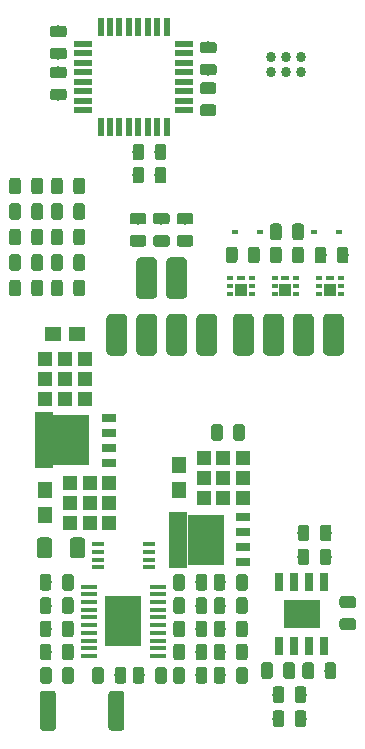
<source format=gbr>
G04 #@! TF.GenerationSoftware,KiCad,Pcbnew,(5.1.4)-1*
G04 #@! TF.CreationDate,2020-07-19T23:15:40-07:00*
G04 #@! TF.ProjectId,SkateLightMainBoard,536b6174-654c-4696-9768-744d61696e42,rev?*
G04 #@! TF.SameCoordinates,Original*
G04 #@! TF.FileFunction,Paste,Top*
G04 #@! TF.FilePolarity,Positive*
%FSLAX46Y46*%
G04 Gerber Fmt 4.6, Leading zero omitted, Abs format (unit mm)*
G04 Created by KiCad (PCBNEW (5.1.4)-1) date 2020-07-19 23:15:40*
%MOMM*%
%LPD*%
G04 APERTURE LIST*
%ADD10R,1.150000X0.700000*%
%ADD11R,3.100000X4.200000*%
%ADD12R,1.500000X4.700000*%
%ADD13C,0.100000*%
%ADD14C,0.975000*%
%ADD15R,1.200000X1.250000*%
%ADD16R,1.270000X1.400000*%
%ADD17R,1.100000X0.400000*%
%ADD18R,3.150000X4.350000*%
%ADD19R,1.450000X0.450000*%
%ADD20C,1.350000*%
%ADD21C,0.864000*%
%ADD22C,1.778000*%
%ADD23C,1.250000*%
%ADD24R,1.400000X1.270000*%
%ADD25R,1.250000X1.200000*%
%ADD26R,0.600000X0.450000*%
%ADD27R,1.600000X0.550000*%
%ADD28R,0.550000X1.600000*%
%ADD29R,0.470000X0.400000*%
%ADD30R,1.050000X1.000000*%
%ADD31R,0.660000X0.400000*%
%ADD32R,0.650000X1.525000*%
%ADD33R,3.100000X2.400000*%
G04 APERTURE END LIST*
D10*
X4192440Y-20491600D03*
X4192440Y-19221600D03*
X4192440Y-17951600D03*
X4192440Y-16681600D03*
D11*
X1017440Y-18586600D03*
D12*
X-1282560Y-18586600D03*
D13*
G36*
X-10972718Y24926446D02*
G01*
X-10949057Y24922936D01*
X-10925853Y24917124D01*
X-10903331Y24909066D01*
X-10881707Y24898838D01*
X-10861190Y24886541D01*
X-10841977Y24872291D01*
X-10824253Y24856227D01*
X-10808189Y24838503D01*
X-10793939Y24819290D01*
X-10781642Y24798773D01*
X-10771414Y24777149D01*
X-10763356Y24754627D01*
X-10757544Y24731423D01*
X-10754034Y24707762D01*
X-10752860Y24683870D01*
X-10752860Y24196370D01*
X-10754034Y24172478D01*
X-10757544Y24148817D01*
X-10763356Y24125613D01*
X-10771414Y24103091D01*
X-10781642Y24081467D01*
X-10793939Y24060950D01*
X-10808189Y24041737D01*
X-10824253Y24024013D01*
X-10841977Y24007949D01*
X-10861190Y23993699D01*
X-10881707Y23981402D01*
X-10903331Y23971174D01*
X-10925853Y23963116D01*
X-10949057Y23957304D01*
X-10972718Y23953794D01*
X-10996610Y23952620D01*
X-11909110Y23952620D01*
X-11933002Y23953794D01*
X-11956663Y23957304D01*
X-11979867Y23963116D01*
X-12002389Y23971174D01*
X-12024013Y23981402D01*
X-12044530Y23993699D01*
X-12063743Y24007949D01*
X-12081467Y24024013D01*
X-12097531Y24041737D01*
X-12111781Y24060950D01*
X-12124078Y24081467D01*
X-12134306Y24103091D01*
X-12142364Y24125613D01*
X-12148176Y24148817D01*
X-12151686Y24172478D01*
X-12152860Y24196370D01*
X-12152860Y24683870D01*
X-12151686Y24707762D01*
X-12148176Y24731423D01*
X-12142364Y24754627D01*
X-12134306Y24777149D01*
X-12124078Y24798773D01*
X-12111781Y24819290D01*
X-12097531Y24838503D01*
X-12081467Y24856227D01*
X-12063743Y24872291D01*
X-12044530Y24886541D01*
X-12024013Y24898838D01*
X-12002389Y24909066D01*
X-11979867Y24917124D01*
X-11956663Y24922936D01*
X-11933002Y24926446D01*
X-11909110Y24927620D01*
X-10996610Y24927620D01*
X-10972718Y24926446D01*
X-10972718Y24926446D01*
G37*
D14*
X-11452860Y24440120D03*
D13*
G36*
X-10972718Y23051446D02*
G01*
X-10949057Y23047936D01*
X-10925853Y23042124D01*
X-10903331Y23034066D01*
X-10881707Y23023838D01*
X-10861190Y23011541D01*
X-10841977Y22997291D01*
X-10824253Y22981227D01*
X-10808189Y22963503D01*
X-10793939Y22944290D01*
X-10781642Y22923773D01*
X-10771414Y22902149D01*
X-10763356Y22879627D01*
X-10757544Y22856423D01*
X-10754034Y22832762D01*
X-10752860Y22808870D01*
X-10752860Y22321370D01*
X-10754034Y22297478D01*
X-10757544Y22273817D01*
X-10763356Y22250613D01*
X-10771414Y22228091D01*
X-10781642Y22206467D01*
X-10793939Y22185950D01*
X-10808189Y22166737D01*
X-10824253Y22149013D01*
X-10841977Y22132949D01*
X-10861190Y22118699D01*
X-10881707Y22106402D01*
X-10903331Y22096174D01*
X-10925853Y22088116D01*
X-10949057Y22082304D01*
X-10972718Y22078794D01*
X-10996610Y22077620D01*
X-11909110Y22077620D01*
X-11933002Y22078794D01*
X-11956663Y22082304D01*
X-11979867Y22088116D01*
X-12002389Y22096174D01*
X-12024013Y22106402D01*
X-12044530Y22118699D01*
X-12063743Y22132949D01*
X-12081467Y22149013D01*
X-12097531Y22166737D01*
X-12111781Y22185950D01*
X-12124078Y22206467D01*
X-12134306Y22228091D01*
X-12142364Y22250613D01*
X-12148176Y22273817D01*
X-12151686Y22297478D01*
X-12152860Y22321370D01*
X-12152860Y22808870D01*
X-12151686Y22832762D01*
X-12148176Y22856423D01*
X-12142364Y22879627D01*
X-12134306Y22902149D01*
X-12124078Y22923773D01*
X-12111781Y22944290D01*
X-12097531Y22963503D01*
X-12081467Y22981227D01*
X-12063743Y22997291D01*
X-12044530Y23011541D01*
X-12024013Y23023838D01*
X-12002389Y23034066D01*
X-11979867Y23042124D01*
X-11956663Y23047936D01*
X-11933002Y23051446D01*
X-11909110Y23052620D01*
X-10996610Y23052620D01*
X-10972718Y23051446D01*
X-10972718Y23051446D01*
G37*
D14*
X-11452860Y22565120D03*
D12*
X-12673420Y-10185400D03*
D11*
X-10373420Y-10185400D03*
D10*
X-7198420Y-8280400D03*
X-7198420Y-9550400D03*
X-7198420Y-10820400D03*
X-7198420Y-12090400D03*
D13*
G36*
X-12247418Y-29374774D02*
G01*
X-12223757Y-29378284D01*
X-12200553Y-29384096D01*
X-12178031Y-29392154D01*
X-12156407Y-29402382D01*
X-12135890Y-29414679D01*
X-12116677Y-29428929D01*
X-12098953Y-29444993D01*
X-12082889Y-29462717D01*
X-12068639Y-29481930D01*
X-12056342Y-29502447D01*
X-12046114Y-29524071D01*
X-12038056Y-29546593D01*
X-12032244Y-29569797D01*
X-12028734Y-29593458D01*
X-12027560Y-29617350D01*
X-12027560Y-30529850D01*
X-12028734Y-30553742D01*
X-12032244Y-30577403D01*
X-12038056Y-30600607D01*
X-12046114Y-30623129D01*
X-12056342Y-30644753D01*
X-12068639Y-30665270D01*
X-12082889Y-30684483D01*
X-12098953Y-30702207D01*
X-12116677Y-30718271D01*
X-12135890Y-30732521D01*
X-12156407Y-30744818D01*
X-12178031Y-30755046D01*
X-12200553Y-30763104D01*
X-12223757Y-30768916D01*
X-12247418Y-30772426D01*
X-12271310Y-30773600D01*
X-12758810Y-30773600D01*
X-12782702Y-30772426D01*
X-12806363Y-30768916D01*
X-12829567Y-30763104D01*
X-12852089Y-30755046D01*
X-12873713Y-30744818D01*
X-12894230Y-30732521D01*
X-12913443Y-30718271D01*
X-12931167Y-30702207D01*
X-12947231Y-30684483D01*
X-12961481Y-30665270D01*
X-12973778Y-30644753D01*
X-12984006Y-30623129D01*
X-12992064Y-30600607D01*
X-12997876Y-30577403D01*
X-13001386Y-30553742D01*
X-13002560Y-30529850D01*
X-13002560Y-29617350D01*
X-13001386Y-29593458D01*
X-12997876Y-29569797D01*
X-12992064Y-29546593D01*
X-12984006Y-29524071D01*
X-12973778Y-29502447D01*
X-12961481Y-29481930D01*
X-12947231Y-29462717D01*
X-12931167Y-29444993D01*
X-12913443Y-29428929D01*
X-12894230Y-29414679D01*
X-12873713Y-29402382D01*
X-12852089Y-29392154D01*
X-12829567Y-29384096D01*
X-12806363Y-29378284D01*
X-12782702Y-29374774D01*
X-12758810Y-29373600D01*
X-12271310Y-29373600D01*
X-12247418Y-29374774D01*
X-12247418Y-29374774D01*
G37*
D14*
X-12515060Y-30073600D03*
D13*
G36*
X-10372418Y-29374774D02*
G01*
X-10348757Y-29378284D01*
X-10325553Y-29384096D01*
X-10303031Y-29392154D01*
X-10281407Y-29402382D01*
X-10260890Y-29414679D01*
X-10241677Y-29428929D01*
X-10223953Y-29444993D01*
X-10207889Y-29462717D01*
X-10193639Y-29481930D01*
X-10181342Y-29502447D01*
X-10171114Y-29524071D01*
X-10163056Y-29546593D01*
X-10157244Y-29569797D01*
X-10153734Y-29593458D01*
X-10152560Y-29617350D01*
X-10152560Y-30529850D01*
X-10153734Y-30553742D01*
X-10157244Y-30577403D01*
X-10163056Y-30600607D01*
X-10171114Y-30623129D01*
X-10181342Y-30644753D01*
X-10193639Y-30665270D01*
X-10207889Y-30684483D01*
X-10223953Y-30702207D01*
X-10241677Y-30718271D01*
X-10260890Y-30732521D01*
X-10281407Y-30744818D01*
X-10303031Y-30755046D01*
X-10325553Y-30763104D01*
X-10348757Y-30768916D01*
X-10372418Y-30772426D01*
X-10396310Y-30773600D01*
X-10883810Y-30773600D01*
X-10907702Y-30772426D01*
X-10931363Y-30768916D01*
X-10954567Y-30763104D01*
X-10977089Y-30755046D01*
X-10998713Y-30744818D01*
X-11019230Y-30732521D01*
X-11038443Y-30718271D01*
X-11056167Y-30702207D01*
X-11072231Y-30684483D01*
X-11086481Y-30665270D01*
X-11098778Y-30644753D01*
X-11109006Y-30623129D01*
X-11117064Y-30600607D01*
X-11122876Y-30577403D01*
X-11126386Y-30553742D01*
X-11127560Y-30529850D01*
X-11127560Y-29617350D01*
X-11126386Y-29593458D01*
X-11122876Y-29569797D01*
X-11117064Y-29546593D01*
X-11109006Y-29524071D01*
X-11098778Y-29502447D01*
X-11086481Y-29481930D01*
X-11072231Y-29462717D01*
X-11056167Y-29444993D01*
X-11038443Y-29428929D01*
X-11019230Y-29414679D01*
X-10998713Y-29402382D01*
X-10977089Y-29392154D01*
X-10954567Y-29384096D01*
X-10931363Y-29378284D01*
X-10907702Y-29374774D01*
X-10883810Y-29373600D01*
X-10396310Y-29373600D01*
X-10372418Y-29374774D01*
X-10372418Y-29374774D01*
G37*
D14*
X-10640060Y-30073600D03*
D13*
G36*
X-7817418Y-29374774D02*
G01*
X-7793757Y-29378284D01*
X-7770553Y-29384096D01*
X-7748031Y-29392154D01*
X-7726407Y-29402382D01*
X-7705890Y-29414679D01*
X-7686677Y-29428929D01*
X-7668953Y-29444993D01*
X-7652889Y-29462717D01*
X-7638639Y-29481930D01*
X-7626342Y-29502447D01*
X-7616114Y-29524071D01*
X-7608056Y-29546593D01*
X-7602244Y-29569797D01*
X-7598734Y-29593458D01*
X-7597560Y-29617350D01*
X-7597560Y-30529850D01*
X-7598734Y-30553742D01*
X-7602244Y-30577403D01*
X-7608056Y-30600607D01*
X-7616114Y-30623129D01*
X-7626342Y-30644753D01*
X-7638639Y-30665270D01*
X-7652889Y-30684483D01*
X-7668953Y-30702207D01*
X-7686677Y-30718271D01*
X-7705890Y-30732521D01*
X-7726407Y-30744818D01*
X-7748031Y-30755046D01*
X-7770553Y-30763104D01*
X-7793757Y-30768916D01*
X-7817418Y-30772426D01*
X-7841310Y-30773600D01*
X-8328810Y-30773600D01*
X-8352702Y-30772426D01*
X-8376363Y-30768916D01*
X-8399567Y-30763104D01*
X-8422089Y-30755046D01*
X-8443713Y-30744818D01*
X-8464230Y-30732521D01*
X-8483443Y-30718271D01*
X-8501167Y-30702207D01*
X-8517231Y-30684483D01*
X-8531481Y-30665270D01*
X-8543778Y-30644753D01*
X-8554006Y-30623129D01*
X-8562064Y-30600607D01*
X-8567876Y-30577403D01*
X-8571386Y-30553742D01*
X-8572560Y-30529850D01*
X-8572560Y-29617350D01*
X-8571386Y-29593458D01*
X-8567876Y-29569797D01*
X-8562064Y-29546593D01*
X-8554006Y-29524071D01*
X-8543778Y-29502447D01*
X-8531481Y-29481930D01*
X-8517231Y-29462717D01*
X-8501167Y-29444993D01*
X-8483443Y-29428929D01*
X-8464230Y-29414679D01*
X-8443713Y-29402382D01*
X-8422089Y-29392154D01*
X-8399567Y-29384096D01*
X-8376363Y-29378284D01*
X-8352702Y-29374774D01*
X-8328810Y-29373600D01*
X-7841310Y-29373600D01*
X-7817418Y-29374774D01*
X-7817418Y-29374774D01*
G37*
D14*
X-8085060Y-30073600D03*
D13*
G36*
X-5942418Y-29374774D02*
G01*
X-5918757Y-29378284D01*
X-5895553Y-29384096D01*
X-5873031Y-29392154D01*
X-5851407Y-29402382D01*
X-5830890Y-29414679D01*
X-5811677Y-29428929D01*
X-5793953Y-29444993D01*
X-5777889Y-29462717D01*
X-5763639Y-29481930D01*
X-5751342Y-29502447D01*
X-5741114Y-29524071D01*
X-5733056Y-29546593D01*
X-5727244Y-29569797D01*
X-5723734Y-29593458D01*
X-5722560Y-29617350D01*
X-5722560Y-30529850D01*
X-5723734Y-30553742D01*
X-5727244Y-30577403D01*
X-5733056Y-30600607D01*
X-5741114Y-30623129D01*
X-5751342Y-30644753D01*
X-5763639Y-30665270D01*
X-5777889Y-30684483D01*
X-5793953Y-30702207D01*
X-5811677Y-30718271D01*
X-5830890Y-30732521D01*
X-5851407Y-30744818D01*
X-5873031Y-30755046D01*
X-5895553Y-30763104D01*
X-5918757Y-30768916D01*
X-5942418Y-30772426D01*
X-5966310Y-30773600D01*
X-6453810Y-30773600D01*
X-6477702Y-30772426D01*
X-6501363Y-30768916D01*
X-6524567Y-30763104D01*
X-6547089Y-30755046D01*
X-6568713Y-30744818D01*
X-6589230Y-30732521D01*
X-6608443Y-30718271D01*
X-6626167Y-30702207D01*
X-6642231Y-30684483D01*
X-6656481Y-30665270D01*
X-6668778Y-30644753D01*
X-6679006Y-30623129D01*
X-6687064Y-30600607D01*
X-6692876Y-30577403D01*
X-6696386Y-30553742D01*
X-6697560Y-30529850D01*
X-6697560Y-29617350D01*
X-6696386Y-29593458D01*
X-6692876Y-29569797D01*
X-6687064Y-29546593D01*
X-6679006Y-29524071D01*
X-6668778Y-29502447D01*
X-6656481Y-29481930D01*
X-6642231Y-29462717D01*
X-6626167Y-29444993D01*
X-6608443Y-29428929D01*
X-6589230Y-29414679D01*
X-6568713Y-29402382D01*
X-6547089Y-29392154D01*
X-6524567Y-29384096D01*
X-6501363Y-29378284D01*
X-6477702Y-29374774D01*
X-6453810Y-29373600D01*
X-5966310Y-29373600D01*
X-5942418Y-29374774D01*
X-5942418Y-29374774D01*
G37*
D14*
X-6210060Y-30073600D03*
D13*
G36*
X4344582Y-25437774D02*
G01*
X4368243Y-25441284D01*
X4391447Y-25447096D01*
X4413969Y-25455154D01*
X4435593Y-25465382D01*
X4456110Y-25477679D01*
X4475323Y-25491929D01*
X4493047Y-25507993D01*
X4509111Y-25525717D01*
X4523361Y-25544930D01*
X4535658Y-25565447D01*
X4545886Y-25587071D01*
X4553944Y-25609593D01*
X4559756Y-25632797D01*
X4563266Y-25656458D01*
X4564440Y-25680350D01*
X4564440Y-26592850D01*
X4563266Y-26616742D01*
X4559756Y-26640403D01*
X4553944Y-26663607D01*
X4545886Y-26686129D01*
X4535658Y-26707753D01*
X4523361Y-26728270D01*
X4509111Y-26747483D01*
X4493047Y-26765207D01*
X4475323Y-26781271D01*
X4456110Y-26795521D01*
X4435593Y-26807818D01*
X4413969Y-26818046D01*
X4391447Y-26826104D01*
X4368243Y-26831916D01*
X4344582Y-26835426D01*
X4320690Y-26836600D01*
X3833190Y-26836600D01*
X3809298Y-26835426D01*
X3785637Y-26831916D01*
X3762433Y-26826104D01*
X3739911Y-26818046D01*
X3718287Y-26807818D01*
X3697770Y-26795521D01*
X3678557Y-26781271D01*
X3660833Y-26765207D01*
X3644769Y-26747483D01*
X3630519Y-26728270D01*
X3618222Y-26707753D01*
X3607994Y-26686129D01*
X3599936Y-26663607D01*
X3594124Y-26640403D01*
X3590614Y-26616742D01*
X3589440Y-26592850D01*
X3589440Y-25680350D01*
X3590614Y-25656458D01*
X3594124Y-25632797D01*
X3599936Y-25609593D01*
X3607994Y-25587071D01*
X3618222Y-25565447D01*
X3630519Y-25544930D01*
X3644769Y-25525717D01*
X3660833Y-25507993D01*
X3678557Y-25491929D01*
X3697770Y-25477679D01*
X3718287Y-25465382D01*
X3739911Y-25455154D01*
X3762433Y-25447096D01*
X3785637Y-25441284D01*
X3809298Y-25437774D01*
X3833190Y-25436600D01*
X4320690Y-25436600D01*
X4344582Y-25437774D01*
X4344582Y-25437774D01*
G37*
D14*
X4076940Y-26136600D03*
D13*
G36*
X2469582Y-25437774D02*
G01*
X2493243Y-25441284D01*
X2516447Y-25447096D01*
X2538969Y-25455154D01*
X2560593Y-25465382D01*
X2581110Y-25477679D01*
X2600323Y-25491929D01*
X2618047Y-25507993D01*
X2634111Y-25525717D01*
X2648361Y-25544930D01*
X2660658Y-25565447D01*
X2670886Y-25587071D01*
X2678944Y-25609593D01*
X2684756Y-25632797D01*
X2688266Y-25656458D01*
X2689440Y-25680350D01*
X2689440Y-26592850D01*
X2688266Y-26616742D01*
X2684756Y-26640403D01*
X2678944Y-26663607D01*
X2670886Y-26686129D01*
X2660658Y-26707753D01*
X2648361Y-26728270D01*
X2634111Y-26747483D01*
X2618047Y-26765207D01*
X2600323Y-26781271D01*
X2581110Y-26795521D01*
X2560593Y-26807818D01*
X2538969Y-26818046D01*
X2516447Y-26826104D01*
X2493243Y-26831916D01*
X2469582Y-26835426D01*
X2445690Y-26836600D01*
X1958190Y-26836600D01*
X1934298Y-26835426D01*
X1910637Y-26831916D01*
X1887433Y-26826104D01*
X1864911Y-26818046D01*
X1843287Y-26807818D01*
X1822770Y-26795521D01*
X1803557Y-26781271D01*
X1785833Y-26765207D01*
X1769769Y-26747483D01*
X1755519Y-26728270D01*
X1743222Y-26707753D01*
X1732994Y-26686129D01*
X1724936Y-26663607D01*
X1719124Y-26640403D01*
X1715614Y-26616742D01*
X1714440Y-26592850D01*
X1714440Y-25680350D01*
X1715614Y-25656458D01*
X1719124Y-25632797D01*
X1724936Y-25609593D01*
X1732994Y-25587071D01*
X1743222Y-25565447D01*
X1755519Y-25544930D01*
X1769769Y-25525717D01*
X1785833Y-25507993D01*
X1803557Y-25491929D01*
X1822770Y-25477679D01*
X1843287Y-25465382D01*
X1864911Y-25455154D01*
X1887433Y-25447096D01*
X1910637Y-25441284D01*
X1934298Y-25437774D01*
X1958190Y-25436600D01*
X2445690Y-25436600D01*
X2469582Y-25437774D01*
X2469582Y-25437774D01*
G37*
D14*
X2201940Y-26136600D03*
D13*
G36*
X4344582Y-27406274D02*
G01*
X4368243Y-27409784D01*
X4391447Y-27415596D01*
X4413969Y-27423654D01*
X4435593Y-27433882D01*
X4456110Y-27446179D01*
X4475323Y-27460429D01*
X4493047Y-27476493D01*
X4509111Y-27494217D01*
X4523361Y-27513430D01*
X4535658Y-27533947D01*
X4545886Y-27555571D01*
X4553944Y-27578093D01*
X4559756Y-27601297D01*
X4563266Y-27624958D01*
X4564440Y-27648850D01*
X4564440Y-28561350D01*
X4563266Y-28585242D01*
X4559756Y-28608903D01*
X4553944Y-28632107D01*
X4545886Y-28654629D01*
X4535658Y-28676253D01*
X4523361Y-28696770D01*
X4509111Y-28715983D01*
X4493047Y-28733707D01*
X4475323Y-28749771D01*
X4456110Y-28764021D01*
X4435593Y-28776318D01*
X4413969Y-28786546D01*
X4391447Y-28794604D01*
X4368243Y-28800416D01*
X4344582Y-28803926D01*
X4320690Y-28805100D01*
X3833190Y-28805100D01*
X3809298Y-28803926D01*
X3785637Y-28800416D01*
X3762433Y-28794604D01*
X3739911Y-28786546D01*
X3718287Y-28776318D01*
X3697770Y-28764021D01*
X3678557Y-28749771D01*
X3660833Y-28733707D01*
X3644769Y-28715983D01*
X3630519Y-28696770D01*
X3618222Y-28676253D01*
X3607994Y-28654629D01*
X3599936Y-28632107D01*
X3594124Y-28608903D01*
X3590614Y-28585242D01*
X3589440Y-28561350D01*
X3589440Y-27648850D01*
X3590614Y-27624958D01*
X3594124Y-27601297D01*
X3599936Y-27578093D01*
X3607994Y-27555571D01*
X3618222Y-27533947D01*
X3630519Y-27513430D01*
X3644769Y-27494217D01*
X3660833Y-27476493D01*
X3678557Y-27460429D01*
X3697770Y-27446179D01*
X3718287Y-27433882D01*
X3739911Y-27423654D01*
X3762433Y-27415596D01*
X3785637Y-27409784D01*
X3809298Y-27406274D01*
X3833190Y-27405100D01*
X4320690Y-27405100D01*
X4344582Y-27406274D01*
X4344582Y-27406274D01*
G37*
D14*
X4076940Y-28105100D03*
D13*
G36*
X2469582Y-27406274D02*
G01*
X2493243Y-27409784D01*
X2516447Y-27415596D01*
X2538969Y-27423654D01*
X2560593Y-27433882D01*
X2581110Y-27446179D01*
X2600323Y-27460429D01*
X2618047Y-27476493D01*
X2634111Y-27494217D01*
X2648361Y-27513430D01*
X2660658Y-27533947D01*
X2670886Y-27555571D01*
X2678944Y-27578093D01*
X2684756Y-27601297D01*
X2688266Y-27624958D01*
X2689440Y-27648850D01*
X2689440Y-28561350D01*
X2688266Y-28585242D01*
X2684756Y-28608903D01*
X2678944Y-28632107D01*
X2670886Y-28654629D01*
X2660658Y-28676253D01*
X2648361Y-28696770D01*
X2634111Y-28715983D01*
X2618047Y-28733707D01*
X2600323Y-28749771D01*
X2581110Y-28764021D01*
X2560593Y-28776318D01*
X2538969Y-28786546D01*
X2516447Y-28794604D01*
X2493243Y-28800416D01*
X2469582Y-28803926D01*
X2445690Y-28805100D01*
X1958190Y-28805100D01*
X1934298Y-28803926D01*
X1910637Y-28800416D01*
X1887433Y-28794604D01*
X1864911Y-28786546D01*
X1843287Y-28776318D01*
X1822770Y-28764021D01*
X1803557Y-28749771D01*
X1785833Y-28733707D01*
X1769769Y-28715983D01*
X1755519Y-28696770D01*
X1743222Y-28676253D01*
X1732994Y-28654629D01*
X1724936Y-28632107D01*
X1719124Y-28608903D01*
X1715614Y-28585242D01*
X1714440Y-28561350D01*
X1714440Y-27648850D01*
X1715614Y-27624958D01*
X1719124Y-27601297D01*
X1724936Y-27578093D01*
X1732994Y-27555571D01*
X1743222Y-27533947D01*
X1755519Y-27513430D01*
X1769769Y-27494217D01*
X1785833Y-27476493D01*
X1803557Y-27460429D01*
X1822770Y-27446179D01*
X1843287Y-27433882D01*
X1864911Y-27423654D01*
X1887433Y-27415596D01*
X1910637Y-27409784D01*
X1934298Y-27406274D01*
X1958190Y-27405100D01*
X2445690Y-27405100D01*
X2469582Y-27406274D01*
X2469582Y-27406274D01*
G37*
D14*
X2201940Y-28105100D03*
D13*
G36*
X-4388418Y-29374774D02*
G01*
X-4364757Y-29378284D01*
X-4341553Y-29384096D01*
X-4319031Y-29392154D01*
X-4297407Y-29402382D01*
X-4276890Y-29414679D01*
X-4257677Y-29428929D01*
X-4239953Y-29444993D01*
X-4223889Y-29462717D01*
X-4209639Y-29481930D01*
X-4197342Y-29502447D01*
X-4187114Y-29524071D01*
X-4179056Y-29546593D01*
X-4173244Y-29569797D01*
X-4169734Y-29593458D01*
X-4168560Y-29617350D01*
X-4168560Y-30529850D01*
X-4169734Y-30553742D01*
X-4173244Y-30577403D01*
X-4179056Y-30600607D01*
X-4187114Y-30623129D01*
X-4197342Y-30644753D01*
X-4209639Y-30665270D01*
X-4223889Y-30684483D01*
X-4239953Y-30702207D01*
X-4257677Y-30718271D01*
X-4276890Y-30732521D01*
X-4297407Y-30744818D01*
X-4319031Y-30755046D01*
X-4341553Y-30763104D01*
X-4364757Y-30768916D01*
X-4388418Y-30772426D01*
X-4412310Y-30773600D01*
X-4899810Y-30773600D01*
X-4923702Y-30772426D01*
X-4947363Y-30768916D01*
X-4970567Y-30763104D01*
X-4993089Y-30755046D01*
X-5014713Y-30744818D01*
X-5035230Y-30732521D01*
X-5054443Y-30718271D01*
X-5072167Y-30702207D01*
X-5088231Y-30684483D01*
X-5102481Y-30665270D01*
X-5114778Y-30644753D01*
X-5125006Y-30623129D01*
X-5133064Y-30600607D01*
X-5138876Y-30577403D01*
X-5142386Y-30553742D01*
X-5143560Y-30529850D01*
X-5143560Y-29617350D01*
X-5142386Y-29593458D01*
X-5138876Y-29569797D01*
X-5133064Y-29546593D01*
X-5125006Y-29524071D01*
X-5114778Y-29502447D01*
X-5102481Y-29481930D01*
X-5088231Y-29462717D01*
X-5072167Y-29444993D01*
X-5054443Y-29428929D01*
X-5035230Y-29414679D01*
X-5014713Y-29402382D01*
X-4993089Y-29392154D01*
X-4970567Y-29384096D01*
X-4947363Y-29378284D01*
X-4923702Y-29374774D01*
X-4899810Y-29373600D01*
X-4412310Y-29373600D01*
X-4388418Y-29374774D01*
X-4388418Y-29374774D01*
G37*
D14*
X-4656060Y-30073600D03*
D13*
G36*
X-2513418Y-29374774D02*
G01*
X-2489757Y-29378284D01*
X-2466553Y-29384096D01*
X-2444031Y-29392154D01*
X-2422407Y-29402382D01*
X-2401890Y-29414679D01*
X-2382677Y-29428929D01*
X-2364953Y-29444993D01*
X-2348889Y-29462717D01*
X-2334639Y-29481930D01*
X-2322342Y-29502447D01*
X-2312114Y-29524071D01*
X-2304056Y-29546593D01*
X-2298244Y-29569797D01*
X-2294734Y-29593458D01*
X-2293560Y-29617350D01*
X-2293560Y-30529850D01*
X-2294734Y-30553742D01*
X-2298244Y-30577403D01*
X-2304056Y-30600607D01*
X-2312114Y-30623129D01*
X-2322342Y-30644753D01*
X-2334639Y-30665270D01*
X-2348889Y-30684483D01*
X-2364953Y-30702207D01*
X-2382677Y-30718271D01*
X-2401890Y-30732521D01*
X-2422407Y-30744818D01*
X-2444031Y-30755046D01*
X-2466553Y-30763104D01*
X-2489757Y-30768916D01*
X-2513418Y-30772426D01*
X-2537310Y-30773600D01*
X-3024810Y-30773600D01*
X-3048702Y-30772426D01*
X-3072363Y-30768916D01*
X-3095567Y-30763104D01*
X-3118089Y-30755046D01*
X-3139713Y-30744818D01*
X-3160230Y-30732521D01*
X-3179443Y-30718271D01*
X-3197167Y-30702207D01*
X-3213231Y-30684483D01*
X-3227481Y-30665270D01*
X-3239778Y-30644753D01*
X-3250006Y-30623129D01*
X-3258064Y-30600607D01*
X-3263876Y-30577403D01*
X-3267386Y-30553742D01*
X-3268560Y-30529850D01*
X-3268560Y-29617350D01*
X-3267386Y-29593458D01*
X-3263876Y-29569797D01*
X-3258064Y-29546593D01*
X-3250006Y-29524071D01*
X-3239778Y-29502447D01*
X-3227481Y-29481930D01*
X-3213231Y-29462717D01*
X-3197167Y-29444993D01*
X-3179443Y-29428929D01*
X-3160230Y-29414679D01*
X-3139713Y-29402382D01*
X-3118089Y-29392154D01*
X-3095567Y-29384096D01*
X-3072363Y-29378284D01*
X-3048702Y-29374774D01*
X-3024810Y-29373600D01*
X-2537310Y-29373600D01*
X-2513418Y-29374774D01*
X-2513418Y-29374774D01*
G37*
D14*
X-2781060Y-30073600D03*
D13*
G36*
X-959418Y-25437774D02*
G01*
X-935757Y-25441284D01*
X-912553Y-25447096D01*
X-890031Y-25455154D01*
X-868407Y-25465382D01*
X-847890Y-25477679D01*
X-828677Y-25491929D01*
X-810953Y-25507993D01*
X-794889Y-25525717D01*
X-780639Y-25544930D01*
X-768342Y-25565447D01*
X-758114Y-25587071D01*
X-750056Y-25609593D01*
X-744244Y-25632797D01*
X-740734Y-25656458D01*
X-739560Y-25680350D01*
X-739560Y-26592850D01*
X-740734Y-26616742D01*
X-744244Y-26640403D01*
X-750056Y-26663607D01*
X-758114Y-26686129D01*
X-768342Y-26707753D01*
X-780639Y-26728270D01*
X-794889Y-26747483D01*
X-810953Y-26765207D01*
X-828677Y-26781271D01*
X-847890Y-26795521D01*
X-868407Y-26807818D01*
X-890031Y-26818046D01*
X-912553Y-26826104D01*
X-935757Y-26831916D01*
X-959418Y-26835426D01*
X-983310Y-26836600D01*
X-1470810Y-26836600D01*
X-1494702Y-26835426D01*
X-1518363Y-26831916D01*
X-1541567Y-26826104D01*
X-1564089Y-26818046D01*
X-1585713Y-26807818D01*
X-1606230Y-26795521D01*
X-1625443Y-26781271D01*
X-1643167Y-26765207D01*
X-1659231Y-26747483D01*
X-1673481Y-26728270D01*
X-1685778Y-26707753D01*
X-1696006Y-26686129D01*
X-1704064Y-26663607D01*
X-1709876Y-26640403D01*
X-1713386Y-26616742D01*
X-1714560Y-26592850D01*
X-1714560Y-25680350D01*
X-1713386Y-25656458D01*
X-1709876Y-25632797D01*
X-1704064Y-25609593D01*
X-1696006Y-25587071D01*
X-1685778Y-25565447D01*
X-1673481Y-25544930D01*
X-1659231Y-25525717D01*
X-1643167Y-25507993D01*
X-1625443Y-25491929D01*
X-1606230Y-25477679D01*
X-1585713Y-25465382D01*
X-1564089Y-25455154D01*
X-1541567Y-25447096D01*
X-1518363Y-25441284D01*
X-1494702Y-25437774D01*
X-1470810Y-25436600D01*
X-983310Y-25436600D01*
X-959418Y-25437774D01*
X-959418Y-25437774D01*
G37*
D14*
X-1227060Y-26136600D03*
D13*
G36*
X915582Y-25437774D02*
G01*
X939243Y-25441284D01*
X962447Y-25447096D01*
X984969Y-25455154D01*
X1006593Y-25465382D01*
X1027110Y-25477679D01*
X1046323Y-25491929D01*
X1064047Y-25507993D01*
X1080111Y-25525717D01*
X1094361Y-25544930D01*
X1106658Y-25565447D01*
X1116886Y-25587071D01*
X1124944Y-25609593D01*
X1130756Y-25632797D01*
X1134266Y-25656458D01*
X1135440Y-25680350D01*
X1135440Y-26592850D01*
X1134266Y-26616742D01*
X1130756Y-26640403D01*
X1124944Y-26663607D01*
X1116886Y-26686129D01*
X1106658Y-26707753D01*
X1094361Y-26728270D01*
X1080111Y-26747483D01*
X1064047Y-26765207D01*
X1046323Y-26781271D01*
X1027110Y-26795521D01*
X1006593Y-26807818D01*
X984969Y-26818046D01*
X962447Y-26826104D01*
X939243Y-26831916D01*
X915582Y-26835426D01*
X891690Y-26836600D01*
X404190Y-26836600D01*
X380298Y-26835426D01*
X356637Y-26831916D01*
X333433Y-26826104D01*
X310911Y-26818046D01*
X289287Y-26807818D01*
X268770Y-26795521D01*
X249557Y-26781271D01*
X231833Y-26765207D01*
X215769Y-26747483D01*
X201519Y-26728270D01*
X189222Y-26707753D01*
X178994Y-26686129D01*
X170936Y-26663607D01*
X165124Y-26640403D01*
X161614Y-26616742D01*
X160440Y-26592850D01*
X160440Y-25680350D01*
X161614Y-25656458D01*
X165124Y-25632797D01*
X170936Y-25609593D01*
X178994Y-25587071D01*
X189222Y-25565447D01*
X201519Y-25544930D01*
X215769Y-25525717D01*
X231833Y-25507993D01*
X249557Y-25491929D01*
X268770Y-25477679D01*
X289287Y-25465382D01*
X310911Y-25455154D01*
X333433Y-25447096D01*
X356637Y-25441284D01*
X380298Y-25437774D01*
X404190Y-25436600D01*
X891690Y-25436600D01*
X915582Y-25437774D01*
X915582Y-25437774D01*
G37*
D14*
X647940Y-26136600D03*
D13*
G36*
X4344582Y-21500774D02*
G01*
X4368243Y-21504284D01*
X4391447Y-21510096D01*
X4413969Y-21518154D01*
X4435593Y-21528382D01*
X4456110Y-21540679D01*
X4475323Y-21554929D01*
X4493047Y-21570993D01*
X4509111Y-21588717D01*
X4523361Y-21607930D01*
X4535658Y-21628447D01*
X4545886Y-21650071D01*
X4553944Y-21672593D01*
X4559756Y-21695797D01*
X4563266Y-21719458D01*
X4564440Y-21743350D01*
X4564440Y-22655850D01*
X4563266Y-22679742D01*
X4559756Y-22703403D01*
X4553944Y-22726607D01*
X4545886Y-22749129D01*
X4535658Y-22770753D01*
X4523361Y-22791270D01*
X4509111Y-22810483D01*
X4493047Y-22828207D01*
X4475323Y-22844271D01*
X4456110Y-22858521D01*
X4435593Y-22870818D01*
X4413969Y-22881046D01*
X4391447Y-22889104D01*
X4368243Y-22894916D01*
X4344582Y-22898426D01*
X4320690Y-22899600D01*
X3833190Y-22899600D01*
X3809298Y-22898426D01*
X3785637Y-22894916D01*
X3762433Y-22889104D01*
X3739911Y-22881046D01*
X3718287Y-22870818D01*
X3697770Y-22858521D01*
X3678557Y-22844271D01*
X3660833Y-22828207D01*
X3644769Y-22810483D01*
X3630519Y-22791270D01*
X3618222Y-22770753D01*
X3607994Y-22749129D01*
X3599936Y-22726607D01*
X3594124Y-22703403D01*
X3590614Y-22679742D01*
X3589440Y-22655850D01*
X3589440Y-21743350D01*
X3590614Y-21719458D01*
X3594124Y-21695797D01*
X3599936Y-21672593D01*
X3607994Y-21650071D01*
X3618222Y-21628447D01*
X3630519Y-21607930D01*
X3644769Y-21588717D01*
X3660833Y-21570993D01*
X3678557Y-21554929D01*
X3697770Y-21540679D01*
X3718287Y-21528382D01*
X3739911Y-21518154D01*
X3762433Y-21510096D01*
X3785637Y-21504284D01*
X3809298Y-21500774D01*
X3833190Y-21499600D01*
X4320690Y-21499600D01*
X4344582Y-21500774D01*
X4344582Y-21500774D01*
G37*
D14*
X4076940Y-22199600D03*
D13*
G36*
X2469582Y-21500774D02*
G01*
X2493243Y-21504284D01*
X2516447Y-21510096D01*
X2538969Y-21518154D01*
X2560593Y-21528382D01*
X2581110Y-21540679D01*
X2600323Y-21554929D01*
X2618047Y-21570993D01*
X2634111Y-21588717D01*
X2648361Y-21607930D01*
X2660658Y-21628447D01*
X2670886Y-21650071D01*
X2678944Y-21672593D01*
X2684756Y-21695797D01*
X2688266Y-21719458D01*
X2689440Y-21743350D01*
X2689440Y-22655850D01*
X2688266Y-22679742D01*
X2684756Y-22703403D01*
X2678944Y-22726607D01*
X2670886Y-22749129D01*
X2660658Y-22770753D01*
X2648361Y-22791270D01*
X2634111Y-22810483D01*
X2618047Y-22828207D01*
X2600323Y-22844271D01*
X2581110Y-22858521D01*
X2560593Y-22870818D01*
X2538969Y-22881046D01*
X2516447Y-22889104D01*
X2493243Y-22894916D01*
X2469582Y-22898426D01*
X2445690Y-22899600D01*
X1958190Y-22899600D01*
X1934298Y-22898426D01*
X1910637Y-22894916D01*
X1887433Y-22889104D01*
X1864911Y-22881046D01*
X1843287Y-22870818D01*
X1822770Y-22858521D01*
X1803557Y-22844271D01*
X1785833Y-22828207D01*
X1769769Y-22810483D01*
X1755519Y-22791270D01*
X1743222Y-22770753D01*
X1732994Y-22749129D01*
X1724936Y-22726607D01*
X1719124Y-22703403D01*
X1715614Y-22679742D01*
X1714440Y-22655850D01*
X1714440Y-21743350D01*
X1715614Y-21719458D01*
X1719124Y-21695797D01*
X1724936Y-21672593D01*
X1732994Y-21650071D01*
X1743222Y-21628447D01*
X1755519Y-21607930D01*
X1769769Y-21588717D01*
X1785833Y-21570993D01*
X1803557Y-21554929D01*
X1822770Y-21540679D01*
X1843287Y-21528382D01*
X1864911Y-21518154D01*
X1887433Y-21510096D01*
X1910637Y-21504284D01*
X1934298Y-21500774D01*
X1958190Y-21499600D01*
X2445690Y-21499600D01*
X2469582Y-21500774D01*
X2469582Y-21500774D01*
G37*
D14*
X2201940Y-22199600D03*
D13*
G36*
X-12262418Y-27406274D02*
G01*
X-12238757Y-27409784D01*
X-12215553Y-27415596D01*
X-12193031Y-27423654D01*
X-12171407Y-27433882D01*
X-12150890Y-27446179D01*
X-12131677Y-27460429D01*
X-12113953Y-27476493D01*
X-12097889Y-27494217D01*
X-12083639Y-27513430D01*
X-12071342Y-27533947D01*
X-12061114Y-27555571D01*
X-12053056Y-27578093D01*
X-12047244Y-27601297D01*
X-12043734Y-27624958D01*
X-12042560Y-27648850D01*
X-12042560Y-28561350D01*
X-12043734Y-28585242D01*
X-12047244Y-28608903D01*
X-12053056Y-28632107D01*
X-12061114Y-28654629D01*
X-12071342Y-28676253D01*
X-12083639Y-28696770D01*
X-12097889Y-28715983D01*
X-12113953Y-28733707D01*
X-12131677Y-28749771D01*
X-12150890Y-28764021D01*
X-12171407Y-28776318D01*
X-12193031Y-28786546D01*
X-12215553Y-28794604D01*
X-12238757Y-28800416D01*
X-12262418Y-28803926D01*
X-12286310Y-28805100D01*
X-12773810Y-28805100D01*
X-12797702Y-28803926D01*
X-12821363Y-28800416D01*
X-12844567Y-28794604D01*
X-12867089Y-28786546D01*
X-12888713Y-28776318D01*
X-12909230Y-28764021D01*
X-12928443Y-28749771D01*
X-12946167Y-28733707D01*
X-12962231Y-28715983D01*
X-12976481Y-28696770D01*
X-12988778Y-28676253D01*
X-12999006Y-28654629D01*
X-13007064Y-28632107D01*
X-13012876Y-28608903D01*
X-13016386Y-28585242D01*
X-13017560Y-28561350D01*
X-13017560Y-27648850D01*
X-13016386Y-27624958D01*
X-13012876Y-27601297D01*
X-13007064Y-27578093D01*
X-12999006Y-27555571D01*
X-12988778Y-27533947D01*
X-12976481Y-27513430D01*
X-12962231Y-27494217D01*
X-12946167Y-27476493D01*
X-12928443Y-27460429D01*
X-12909230Y-27446179D01*
X-12888713Y-27433882D01*
X-12867089Y-27423654D01*
X-12844567Y-27415596D01*
X-12821363Y-27409784D01*
X-12797702Y-27406274D01*
X-12773810Y-27405100D01*
X-12286310Y-27405100D01*
X-12262418Y-27406274D01*
X-12262418Y-27406274D01*
G37*
D14*
X-12530060Y-28105100D03*
D13*
G36*
X-10387418Y-27406274D02*
G01*
X-10363757Y-27409784D01*
X-10340553Y-27415596D01*
X-10318031Y-27423654D01*
X-10296407Y-27433882D01*
X-10275890Y-27446179D01*
X-10256677Y-27460429D01*
X-10238953Y-27476493D01*
X-10222889Y-27494217D01*
X-10208639Y-27513430D01*
X-10196342Y-27533947D01*
X-10186114Y-27555571D01*
X-10178056Y-27578093D01*
X-10172244Y-27601297D01*
X-10168734Y-27624958D01*
X-10167560Y-27648850D01*
X-10167560Y-28561350D01*
X-10168734Y-28585242D01*
X-10172244Y-28608903D01*
X-10178056Y-28632107D01*
X-10186114Y-28654629D01*
X-10196342Y-28676253D01*
X-10208639Y-28696770D01*
X-10222889Y-28715983D01*
X-10238953Y-28733707D01*
X-10256677Y-28749771D01*
X-10275890Y-28764021D01*
X-10296407Y-28776318D01*
X-10318031Y-28786546D01*
X-10340553Y-28794604D01*
X-10363757Y-28800416D01*
X-10387418Y-28803926D01*
X-10411310Y-28805100D01*
X-10898810Y-28805100D01*
X-10922702Y-28803926D01*
X-10946363Y-28800416D01*
X-10969567Y-28794604D01*
X-10992089Y-28786546D01*
X-11013713Y-28776318D01*
X-11034230Y-28764021D01*
X-11053443Y-28749771D01*
X-11071167Y-28733707D01*
X-11087231Y-28715983D01*
X-11101481Y-28696770D01*
X-11113778Y-28676253D01*
X-11124006Y-28654629D01*
X-11132064Y-28632107D01*
X-11137876Y-28608903D01*
X-11141386Y-28585242D01*
X-11142560Y-28561350D01*
X-11142560Y-27648850D01*
X-11141386Y-27624958D01*
X-11137876Y-27601297D01*
X-11132064Y-27578093D01*
X-11124006Y-27555571D01*
X-11113778Y-27533947D01*
X-11101481Y-27513430D01*
X-11087231Y-27494217D01*
X-11071167Y-27476493D01*
X-11053443Y-27460429D01*
X-11034230Y-27446179D01*
X-11013713Y-27433882D01*
X-10992089Y-27423654D01*
X-10969567Y-27415596D01*
X-10946363Y-27409784D01*
X-10922702Y-27406274D01*
X-10898810Y-27405100D01*
X-10411310Y-27405100D01*
X-10387418Y-27406274D01*
X-10387418Y-27406274D01*
G37*
D14*
X-10655060Y-28105100D03*
D13*
G36*
X-10387418Y-21500774D02*
G01*
X-10363757Y-21504284D01*
X-10340553Y-21510096D01*
X-10318031Y-21518154D01*
X-10296407Y-21528382D01*
X-10275890Y-21540679D01*
X-10256677Y-21554929D01*
X-10238953Y-21570993D01*
X-10222889Y-21588717D01*
X-10208639Y-21607930D01*
X-10196342Y-21628447D01*
X-10186114Y-21650071D01*
X-10178056Y-21672593D01*
X-10172244Y-21695797D01*
X-10168734Y-21719458D01*
X-10167560Y-21743350D01*
X-10167560Y-22655850D01*
X-10168734Y-22679742D01*
X-10172244Y-22703403D01*
X-10178056Y-22726607D01*
X-10186114Y-22749129D01*
X-10196342Y-22770753D01*
X-10208639Y-22791270D01*
X-10222889Y-22810483D01*
X-10238953Y-22828207D01*
X-10256677Y-22844271D01*
X-10275890Y-22858521D01*
X-10296407Y-22870818D01*
X-10318031Y-22881046D01*
X-10340553Y-22889104D01*
X-10363757Y-22894916D01*
X-10387418Y-22898426D01*
X-10411310Y-22899600D01*
X-10898810Y-22899600D01*
X-10922702Y-22898426D01*
X-10946363Y-22894916D01*
X-10969567Y-22889104D01*
X-10992089Y-22881046D01*
X-11013713Y-22870818D01*
X-11034230Y-22858521D01*
X-11053443Y-22844271D01*
X-11071167Y-22828207D01*
X-11087231Y-22810483D01*
X-11101481Y-22791270D01*
X-11113778Y-22770753D01*
X-11124006Y-22749129D01*
X-11132064Y-22726607D01*
X-11137876Y-22703403D01*
X-11141386Y-22679742D01*
X-11142560Y-22655850D01*
X-11142560Y-21743350D01*
X-11141386Y-21719458D01*
X-11137876Y-21695797D01*
X-11132064Y-21672593D01*
X-11124006Y-21650071D01*
X-11113778Y-21628447D01*
X-11101481Y-21607930D01*
X-11087231Y-21588717D01*
X-11071167Y-21570993D01*
X-11053443Y-21554929D01*
X-11034230Y-21540679D01*
X-11013713Y-21528382D01*
X-10992089Y-21518154D01*
X-10969567Y-21510096D01*
X-10946363Y-21504284D01*
X-10922702Y-21500774D01*
X-10898810Y-21499600D01*
X-10411310Y-21499600D01*
X-10387418Y-21500774D01*
X-10387418Y-21500774D01*
G37*
D14*
X-10655060Y-22199600D03*
D13*
G36*
X-12262418Y-21500774D02*
G01*
X-12238757Y-21504284D01*
X-12215553Y-21510096D01*
X-12193031Y-21518154D01*
X-12171407Y-21528382D01*
X-12150890Y-21540679D01*
X-12131677Y-21554929D01*
X-12113953Y-21570993D01*
X-12097889Y-21588717D01*
X-12083639Y-21607930D01*
X-12071342Y-21628447D01*
X-12061114Y-21650071D01*
X-12053056Y-21672593D01*
X-12047244Y-21695797D01*
X-12043734Y-21719458D01*
X-12042560Y-21743350D01*
X-12042560Y-22655850D01*
X-12043734Y-22679742D01*
X-12047244Y-22703403D01*
X-12053056Y-22726607D01*
X-12061114Y-22749129D01*
X-12071342Y-22770753D01*
X-12083639Y-22791270D01*
X-12097889Y-22810483D01*
X-12113953Y-22828207D01*
X-12131677Y-22844271D01*
X-12150890Y-22858521D01*
X-12171407Y-22870818D01*
X-12193031Y-22881046D01*
X-12215553Y-22889104D01*
X-12238757Y-22894916D01*
X-12262418Y-22898426D01*
X-12286310Y-22899600D01*
X-12773810Y-22899600D01*
X-12797702Y-22898426D01*
X-12821363Y-22894916D01*
X-12844567Y-22889104D01*
X-12867089Y-22881046D01*
X-12888713Y-22870818D01*
X-12909230Y-22858521D01*
X-12928443Y-22844271D01*
X-12946167Y-22828207D01*
X-12962231Y-22810483D01*
X-12976481Y-22791270D01*
X-12988778Y-22770753D01*
X-12999006Y-22749129D01*
X-13007064Y-22726607D01*
X-13012876Y-22703403D01*
X-13016386Y-22679742D01*
X-13017560Y-22655850D01*
X-13017560Y-21743350D01*
X-13016386Y-21719458D01*
X-13012876Y-21695797D01*
X-13007064Y-21672593D01*
X-12999006Y-21650071D01*
X-12988778Y-21628447D01*
X-12976481Y-21607930D01*
X-12962231Y-21588717D01*
X-12946167Y-21570993D01*
X-12928443Y-21554929D01*
X-12909230Y-21540679D01*
X-12888713Y-21528382D01*
X-12867089Y-21518154D01*
X-12844567Y-21510096D01*
X-12821363Y-21504284D01*
X-12797702Y-21500774D01*
X-12773810Y-21499600D01*
X-12286310Y-21499600D01*
X-12262418Y-21500774D01*
X-12262418Y-21500774D01*
G37*
D14*
X-12530060Y-22199600D03*
D13*
G36*
X-12262418Y-23469274D02*
G01*
X-12238757Y-23472784D01*
X-12215553Y-23478596D01*
X-12193031Y-23486654D01*
X-12171407Y-23496882D01*
X-12150890Y-23509179D01*
X-12131677Y-23523429D01*
X-12113953Y-23539493D01*
X-12097889Y-23557217D01*
X-12083639Y-23576430D01*
X-12071342Y-23596947D01*
X-12061114Y-23618571D01*
X-12053056Y-23641093D01*
X-12047244Y-23664297D01*
X-12043734Y-23687958D01*
X-12042560Y-23711850D01*
X-12042560Y-24624350D01*
X-12043734Y-24648242D01*
X-12047244Y-24671903D01*
X-12053056Y-24695107D01*
X-12061114Y-24717629D01*
X-12071342Y-24739253D01*
X-12083639Y-24759770D01*
X-12097889Y-24778983D01*
X-12113953Y-24796707D01*
X-12131677Y-24812771D01*
X-12150890Y-24827021D01*
X-12171407Y-24839318D01*
X-12193031Y-24849546D01*
X-12215553Y-24857604D01*
X-12238757Y-24863416D01*
X-12262418Y-24866926D01*
X-12286310Y-24868100D01*
X-12773810Y-24868100D01*
X-12797702Y-24866926D01*
X-12821363Y-24863416D01*
X-12844567Y-24857604D01*
X-12867089Y-24849546D01*
X-12888713Y-24839318D01*
X-12909230Y-24827021D01*
X-12928443Y-24812771D01*
X-12946167Y-24796707D01*
X-12962231Y-24778983D01*
X-12976481Y-24759770D01*
X-12988778Y-24739253D01*
X-12999006Y-24717629D01*
X-13007064Y-24695107D01*
X-13012876Y-24671903D01*
X-13016386Y-24648242D01*
X-13017560Y-24624350D01*
X-13017560Y-23711850D01*
X-13016386Y-23687958D01*
X-13012876Y-23664297D01*
X-13007064Y-23641093D01*
X-12999006Y-23618571D01*
X-12988778Y-23596947D01*
X-12976481Y-23576430D01*
X-12962231Y-23557217D01*
X-12946167Y-23539493D01*
X-12928443Y-23523429D01*
X-12909230Y-23509179D01*
X-12888713Y-23496882D01*
X-12867089Y-23486654D01*
X-12844567Y-23478596D01*
X-12821363Y-23472784D01*
X-12797702Y-23469274D01*
X-12773810Y-23468100D01*
X-12286310Y-23468100D01*
X-12262418Y-23469274D01*
X-12262418Y-23469274D01*
G37*
D14*
X-12530060Y-24168100D03*
D13*
G36*
X-10387418Y-23469274D02*
G01*
X-10363757Y-23472784D01*
X-10340553Y-23478596D01*
X-10318031Y-23486654D01*
X-10296407Y-23496882D01*
X-10275890Y-23509179D01*
X-10256677Y-23523429D01*
X-10238953Y-23539493D01*
X-10222889Y-23557217D01*
X-10208639Y-23576430D01*
X-10196342Y-23596947D01*
X-10186114Y-23618571D01*
X-10178056Y-23641093D01*
X-10172244Y-23664297D01*
X-10168734Y-23687958D01*
X-10167560Y-23711850D01*
X-10167560Y-24624350D01*
X-10168734Y-24648242D01*
X-10172244Y-24671903D01*
X-10178056Y-24695107D01*
X-10186114Y-24717629D01*
X-10196342Y-24739253D01*
X-10208639Y-24759770D01*
X-10222889Y-24778983D01*
X-10238953Y-24796707D01*
X-10256677Y-24812771D01*
X-10275890Y-24827021D01*
X-10296407Y-24839318D01*
X-10318031Y-24849546D01*
X-10340553Y-24857604D01*
X-10363757Y-24863416D01*
X-10387418Y-24866926D01*
X-10411310Y-24868100D01*
X-10898810Y-24868100D01*
X-10922702Y-24866926D01*
X-10946363Y-24863416D01*
X-10969567Y-24857604D01*
X-10992089Y-24849546D01*
X-11013713Y-24839318D01*
X-11034230Y-24827021D01*
X-11053443Y-24812771D01*
X-11071167Y-24796707D01*
X-11087231Y-24778983D01*
X-11101481Y-24759770D01*
X-11113778Y-24739253D01*
X-11124006Y-24717629D01*
X-11132064Y-24695107D01*
X-11137876Y-24671903D01*
X-11141386Y-24648242D01*
X-11142560Y-24624350D01*
X-11142560Y-23711850D01*
X-11141386Y-23687958D01*
X-11137876Y-23664297D01*
X-11132064Y-23641093D01*
X-11124006Y-23618571D01*
X-11113778Y-23596947D01*
X-11101481Y-23576430D01*
X-11087231Y-23557217D01*
X-11071167Y-23539493D01*
X-11053443Y-23523429D01*
X-11034230Y-23509179D01*
X-11013713Y-23496882D01*
X-10992089Y-23486654D01*
X-10969567Y-23478596D01*
X-10946363Y-23472784D01*
X-10922702Y-23469274D01*
X-10898810Y-23468100D01*
X-10411310Y-23468100D01*
X-10387418Y-23469274D01*
X-10387418Y-23469274D01*
G37*
D14*
X-10655060Y-24168100D03*
D13*
G36*
X-14853218Y9891086D02*
G01*
X-14829557Y9887576D01*
X-14806353Y9881764D01*
X-14783831Y9873706D01*
X-14762207Y9863478D01*
X-14741690Y9851181D01*
X-14722477Y9836931D01*
X-14704753Y9820867D01*
X-14688689Y9803143D01*
X-14674439Y9783930D01*
X-14662142Y9763413D01*
X-14651914Y9741789D01*
X-14643856Y9719267D01*
X-14638044Y9696063D01*
X-14634534Y9672402D01*
X-14633360Y9648510D01*
X-14633360Y8736010D01*
X-14634534Y8712118D01*
X-14638044Y8688457D01*
X-14643856Y8665253D01*
X-14651914Y8642731D01*
X-14662142Y8621107D01*
X-14674439Y8600590D01*
X-14688689Y8581377D01*
X-14704753Y8563653D01*
X-14722477Y8547589D01*
X-14741690Y8533339D01*
X-14762207Y8521042D01*
X-14783831Y8510814D01*
X-14806353Y8502756D01*
X-14829557Y8496944D01*
X-14853218Y8493434D01*
X-14877110Y8492260D01*
X-15364610Y8492260D01*
X-15388502Y8493434D01*
X-15412163Y8496944D01*
X-15435367Y8502756D01*
X-15457889Y8510814D01*
X-15479513Y8521042D01*
X-15500030Y8533339D01*
X-15519243Y8547589D01*
X-15536967Y8563653D01*
X-15553031Y8581377D01*
X-15567281Y8600590D01*
X-15579578Y8621107D01*
X-15589806Y8642731D01*
X-15597864Y8665253D01*
X-15603676Y8688457D01*
X-15607186Y8712118D01*
X-15608360Y8736010D01*
X-15608360Y9648510D01*
X-15607186Y9672402D01*
X-15603676Y9696063D01*
X-15597864Y9719267D01*
X-15589806Y9741789D01*
X-15579578Y9763413D01*
X-15567281Y9783930D01*
X-15553031Y9803143D01*
X-15536967Y9820867D01*
X-15519243Y9836931D01*
X-15500030Y9851181D01*
X-15479513Y9863478D01*
X-15457889Y9873706D01*
X-15435367Y9881764D01*
X-15412163Y9887576D01*
X-15388502Y9891086D01*
X-15364610Y9892260D01*
X-14877110Y9892260D01*
X-14853218Y9891086D01*
X-14853218Y9891086D01*
G37*
D14*
X-15120860Y9192260D03*
D13*
G36*
X-12978218Y9891086D02*
G01*
X-12954557Y9887576D01*
X-12931353Y9881764D01*
X-12908831Y9873706D01*
X-12887207Y9863478D01*
X-12866690Y9851181D01*
X-12847477Y9836931D01*
X-12829753Y9820867D01*
X-12813689Y9803143D01*
X-12799439Y9783930D01*
X-12787142Y9763413D01*
X-12776914Y9741789D01*
X-12768856Y9719267D01*
X-12763044Y9696063D01*
X-12759534Y9672402D01*
X-12758360Y9648510D01*
X-12758360Y8736010D01*
X-12759534Y8712118D01*
X-12763044Y8688457D01*
X-12768856Y8665253D01*
X-12776914Y8642731D01*
X-12787142Y8621107D01*
X-12799439Y8600590D01*
X-12813689Y8581377D01*
X-12829753Y8563653D01*
X-12847477Y8547589D01*
X-12866690Y8533339D01*
X-12887207Y8521042D01*
X-12908831Y8510814D01*
X-12931353Y8502756D01*
X-12954557Y8496944D01*
X-12978218Y8493434D01*
X-13002110Y8492260D01*
X-13489610Y8492260D01*
X-13513502Y8493434D01*
X-13537163Y8496944D01*
X-13560367Y8502756D01*
X-13582889Y8510814D01*
X-13604513Y8521042D01*
X-13625030Y8533339D01*
X-13644243Y8547589D01*
X-13661967Y8563653D01*
X-13678031Y8581377D01*
X-13692281Y8600590D01*
X-13704578Y8621107D01*
X-13714806Y8642731D01*
X-13722864Y8665253D01*
X-13728676Y8688457D01*
X-13732186Y8712118D01*
X-13733360Y8736010D01*
X-13733360Y9648510D01*
X-13732186Y9672402D01*
X-13728676Y9696063D01*
X-13722864Y9719267D01*
X-13714806Y9741789D01*
X-13704578Y9763413D01*
X-13692281Y9783930D01*
X-13678031Y9803143D01*
X-13661967Y9820867D01*
X-13644243Y9836931D01*
X-13625030Y9851181D01*
X-13604513Y9863478D01*
X-13582889Y9873706D01*
X-13560367Y9881764D01*
X-13537163Y9887576D01*
X-13513502Y9891086D01*
X-13489610Y9892260D01*
X-13002110Y9892260D01*
X-12978218Y9891086D01*
X-12978218Y9891086D01*
G37*
D14*
X-13245860Y9192260D03*
D13*
G36*
X-14853218Y5573086D02*
G01*
X-14829557Y5569576D01*
X-14806353Y5563764D01*
X-14783831Y5555706D01*
X-14762207Y5545478D01*
X-14741690Y5533181D01*
X-14722477Y5518931D01*
X-14704753Y5502867D01*
X-14688689Y5485143D01*
X-14674439Y5465930D01*
X-14662142Y5445413D01*
X-14651914Y5423789D01*
X-14643856Y5401267D01*
X-14638044Y5378063D01*
X-14634534Y5354402D01*
X-14633360Y5330510D01*
X-14633360Y4418010D01*
X-14634534Y4394118D01*
X-14638044Y4370457D01*
X-14643856Y4347253D01*
X-14651914Y4324731D01*
X-14662142Y4303107D01*
X-14674439Y4282590D01*
X-14688689Y4263377D01*
X-14704753Y4245653D01*
X-14722477Y4229589D01*
X-14741690Y4215339D01*
X-14762207Y4203042D01*
X-14783831Y4192814D01*
X-14806353Y4184756D01*
X-14829557Y4178944D01*
X-14853218Y4175434D01*
X-14877110Y4174260D01*
X-15364610Y4174260D01*
X-15388502Y4175434D01*
X-15412163Y4178944D01*
X-15435367Y4184756D01*
X-15457889Y4192814D01*
X-15479513Y4203042D01*
X-15500030Y4215339D01*
X-15519243Y4229589D01*
X-15536967Y4245653D01*
X-15553031Y4263377D01*
X-15567281Y4282590D01*
X-15579578Y4303107D01*
X-15589806Y4324731D01*
X-15597864Y4347253D01*
X-15603676Y4370457D01*
X-15607186Y4394118D01*
X-15608360Y4418010D01*
X-15608360Y5330510D01*
X-15607186Y5354402D01*
X-15603676Y5378063D01*
X-15597864Y5401267D01*
X-15589806Y5423789D01*
X-15579578Y5445413D01*
X-15567281Y5465930D01*
X-15553031Y5485143D01*
X-15536967Y5502867D01*
X-15519243Y5518931D01*
X-15500030Y5533181D01*
X-15479513Y5545478D01*
X-15457889Y5555706D01*
X-15435367Y5563764D01*
X-15412163Y5569576D01*
X-15388502Y5573086D01*
X-15364610Y5574260D01*
X-14877110Y5574260D01*
X-14853218Y5573086D01*
X-14853218Y5573086D01*
G37*
D14*
X-15120860Y4874260D03*
D13*
G36*
X-12978218Y5573086D02*
G01*
X-12954557Y5569576D01*
X-12931353Y5563764D01*
X-12908831Y5555706D01*
X-12887207Y5545478D01*
X-12866690Y5533181D01*
X-12847477Y5518931D01*
X-12829753Y5502867D01*
X-12813689Y5485143D01*
X-12799439Y5465930D01*
X-12787142Y5445413D01*
X-12776914Y5423789D01*
X-12768856Y5401267D01*
X-12763044Y5378063D01*
X-12759534Y5354402D01*
X-12758360Y5330510D01*
X-12758360Y4418010D01*
X-12759534Y4394118D01*
X-12763044Y4370457D01*
X-12768856Y4347253D01*
X-12776914Y4324731D01*
X-12787142Y4303107D01*
X-12799439Y4282590D01*
X-12813689Y4263377D01*
X-12829753Y4245653D01*
X-12847477Y4229589D01*
X-12866690Y4215339D01*
X-12887207Y4203042D01*
X-12908831Y4192814D01*
X-12931353Y4184756D01*
X-12954557Y4178944D01*
X-12978218Y4175434D01*
X-13002110Y4174260D01*
X-13489610Y4174260D01*
X-13513502Y4175434D01*
X-13537163Y4178944D01*
X-13560367Y4184756D01*
X-13582889Y4192814D01*
X-13604513Y4203042D01*
X-13625030Y4215339D01*
X-13644243Y4229589D01*
X-13661967Y4245653D01*
X-13678031Y4263377D01*
X-13692281Y4282590D01*
X-13704578Y4303107D01*
X-13714806Y4324731D01*
X-13722864Y4347253D01*
X-13728676Y4370457D01*
X-13732186Y4394118D01*
X-13733360Y4418010D01*
X-13733360Y5330510D01*
X-13732186Y5354402D01*
X-13728676Y5378063D01*
X-13722864Y5401267D01*
X-13714806Y5423789D01*
X-13704578Y5445413D01*
X-13692281Y5465930D01*
X-13678031Y5485143D01*
X-13661967Y5502867D01*
X-13644243Y5518931D01*
X-13625030Y5533181D01*
X-13604513Y5545478D01*
X-13582889Y5555706D01*
X-13560367Y5563764D01*
X-13537163Y5569576D01*
X-13513502Y5573086D01*
X-13489610Y5574260D01*
X-13002110Y5574260D01*
X-12978218Y5573086D01*
X-12978218Y5573086D01*
G37*
D14*
X-13245860Y4874260D03*
D15*
X-7156880Y-13765740D03*
X-7156880Y-17165740D03*
X-7156880Y-15465740D03*
X-8816880Y-13765740D03*
X-8816880Y-15465740D03*
X-8816880Y-17165740D03*
X-10506880Y-13765740D03*
X-10506880Y-15465740D03*
X-10506880Y-17165740D03*
D16*
X-12621880Y-14425740D03*
X-12621880Y-16505740D03*
D15*
X4187440Y-11636600D03*
X4187440Y-15036600D03*
X4187440Y-13336600D03*
X2527440Y-11636600D03*
X2527440Y-13336600D03*
X2527440Y-15036600D03*
X837440Y-11636600D03*
X837440Y-13336600D03*
X837440Y-15036600D03*
D16*
X-1277560Y-12296600D03*
X-1277560Y-14376600D03*
D17*
X-3770000Y-18985000D03*
X-3770000Y-19635000D03*
X-3770000Y-20285000D03*
X-3770000Y-20935000D03*
X-8070000Y-20935000D03*
X-8070000Y-20285000D03*
X-8070000Y-19635000D03*
X-8070000Y-18985000D03*
D18*
X-5941060Y-25501600D03*
D19*
X-8866060Y-28426600D03*
X-8866060Y-27776600D03*
X-8866060Y-27126600D03*
X-8866060Y-26476600D03*
X-8866060Y-25826600D03*
X-8866060Y-25176600D03*
X-8866060Y-24526600D03*
X-8866060Y-23876600D03*
X-8866060Y-23226600D03*
X-8866060Y-22576600D03*
X-3016060Y-22576600D03*
X-3016060Y-23226600D03*
X-3016060Y-23876600D03*
X-3016060Y-24526600D03*
X-3016060Y-25176600D03*
X-3016060Y-25826600D03*
X-3016060Y-26476600D03*
X-3016060Y-27126600D03*
X-3016060Y-27776600D03*
X-3016060Y-28426600D03*
D13*
G36*
X-9422218Y9891086D02*
G01*
X-9398557Y9887576D01*
X-9375353Y9881764D01*
X-9352831Y9873706D01*
X-9331207Y9863478D01*
X-9310690Y9851181D01*
X-9291477Y9836931D01*
X-9273753Y9820867D01*
X-9257689Y9803143D01*
X-9243439Y9783930D01*
X-9231142Y9763413D01*
X-9220914Y9741789D01*
X-9212856Y9719267D01*
X-9207044Y9696063D01*
X-9203534Y9672402D01*
X-9202360Y9648510D01*
X-9202360Y8736010D01*
X-9203534Y8712118D01*
X-9207044Y8688457D01*
X-9212856Y8665253D01*
X-9220914Y8642731D01*
X-9231142Y8621107D01*
X-9243439Y8600590D01*
X-9257689Y8581377D01*
X-9273753Y8563653D01*
X-9291477Y8547589D01*
X-9310690Y8533339D01*
X-9331207Y8521042D01*
X-9352831Y8510814D01*
X-9375353Y8502756D01*
X-9398557Y8496944D01*
X-9422218Y8493434D01*
X-9446110Y8492260D01*
X-9933610Y8492260D01*
X-9957502Y8493434D01*
X-9981163Y8496944D01*
X-10004367Y8502756D01*
X-10026889Y8510814D01*
X-10048513Y8521042D01*
X-10069030Y8533339D01*
X-10088243Y8547589D01*
X-10105967Y8563653D01*
X-10122031Y8581377D01*
X-10136281Y8600590D01*
X-10148578Y8621107D01*
X-10158806Y8642731D01*
X-10166864Y8665253D01*
X-10172676Y8688457D01*
X-10176186Y8712118D01*
X-10177360Y8736010D01*
X-10177360Y9648510D01*
X-10176186Y9672402D01*
X-10172676Y9696063D01*
X-10166864Y9719267D01*
X-10158806Y9741789D01*
X-10148578Y9763413D01*
X-10136281Y9783930D01*
X-10122031Y9803143D01*
X-10105967Y9820867D01*
X-10088243Y9836931D01*
X-10069030Y9851181D01*
X-10048513Y9863478D01*
X-10026889Y9873706D01*
X-10004367Y9881764D01*
X-9981163Y9887576D01*
X-9957502Y9891086D01*
X-9933610Y9892260D01*
X-9446110Y9892260D01*
X-9422218Y9891086D01*
X-9422218Y9891086D01*
G37*
D14*
X-9689860Y9192260D03*
D13*
G36*
X-11297218Y9891086D02*
G01*
X-11273557Y9887576D01*
X-11250353Y9881764D01*
X-11227831Y9873706D01*
X-11206207Y9863478D01*
X-11185690Y9851181D01*
X-11166477Y9836931D01*
X-11148753Y9820867D01*
X-11132689Y9803143D01*
X-11118439Y9783930D01*
X-11106142Y9763413D01*
X-11095914Y9741789D01*
X-11087856Y9719267D01*
X-11082044Y9696063D01*
X-11078534Y9672402D01*
X-11077360Y9648510D01*
X-11077360Y8736010D01*
X-11078534Y8712118D01*
X-11082044Y8688457D01*
X-11087856Y8665253D01*
X-11095914Y8642731D01*
X-11106142Y8621107D01*
X-11118439Y8600590D01*
X-11132689Y8581377D01*
X-11148753Y8563653D01*
X-11166477Y8547589D01*
X-11185690Y8533339D01*
X-11206207Y8521042D01*
X-11227831Y8510814D01*
X-11250353Y8502756D01*
X-11273557Y8496944D01*
X-11297218Y8493434D01*
X-11321110Y8492260D01*
X-11808610Y8492260D01*
X-11832502Y8493434D01*
X-11856163Y8496944D01*
X-11879367Y8502756D01*
X-11901889Y8510814D01*
X-11923513Y8521042D01*
X-11944030Y8533339D01*
X-11963243Y8547589D01*
X-11980967Y8563653D01*
X-11997031Y8581377D01*
X-12011281Y8600590D01*
X-12023578Y8621107D01*
X-12033806Y8642731D01*
X-12041864Y8665253D01*
X-12047676Y8688457D01*
X-12051186Y8712118D01*
X-12052360Y8736010D01*
X-12052360Y9648510D01*
X-12051186Y9672402D01*
X-12047676Y9696063D01*
X-12041864Y9719267D01*
X-12033806Y9741789D01*
X-12023578Y9763413D01*
X-12011281Y9783930D01*
X-11997031Y9803143D01*
X-11980967Y9820867D01*
X-11963243Y9836931D01*
X-11944030Y9851181D01*
X-11923513Y9863478D01*
X-11901889Y9873706D01*
X-11879367Y9881764D01*
X-11856163Y9887576D01*
X-11832502Y9891086D01*
X-11808610Y9892260D01*
X-11321110Y9892260D01*
X-11297218Y9891086D01*
X-11297218Y9891086D01*
G37*
D14*
X-11564860Y9192260D03*
D13*
G36*
X-9422218Y5573086D02*
G01*
X-9398557Y5569576D01*
X-9375353Y5563764D01*
X-9352831Y5555706D01*
X-9331207Y5545478D01*
X-9310690Y5533181D01*
X-9291477Y5518931D01*
X-9273753Y5502867D01*
X-9257689Y5485143D01*
X-9243439Y5465930D01*
X-9231142Y5445413D01*
X-9220914Y5423789D01*
X-9212856Y5401267D01*
X-9207044Y5378063D01*
X-9203534Y5354402D01*
X-9202360Y5330510D01*
X-9202360Y4418010D01*
X-9203534Y4394118D01*
X-9207044Y4370457D01*
X-9212856Y4347253D01*
X-9220914Y4324731D01*
X-9231142Y4303107D01*
X-9243439Y4282590D01*
X-9257689Y4263377D01*
X-9273753Y4245653D01*
X-9291477Y4229589D01*
X-9310690Y4215339D01*
X-9331207Y4203042D01*
X-9352831Y4192814D01*
X-9375353Y4184756D01*
X-9398557Y4178944D01*
X-9422218Y4175434D01*
X-9446110Y4174260D01*
X-9933610Y4174260D01*
X-9957502Y4175434D01*
X-9981163Y4178944D01*
X-10004367Y4184756D01*
X-10026889Y4192814D01*
X-10048513Y4203042D01*
X-10069030Y4215339D01*
X-10088243Y4229589D01*
X-10105967Y4245653D01*
X-10122031Y4263377D01*
X-10136281Y4282590D01*
X-10148578Y4303107D01*
X-10158806Y4324731D01*
X-10166864Y4347253D01*
X-10172676Y4370457D01*
X-10176186Y4394118D01*
X-10177360Y4418010D01*
X-10177360Y5330510D01*
X-10176186Y5354402D01*
X-10172676Y5378063D01*
X-10166864Y5401267D01*
X-10158806Y5423789D01*
X-10148578Y5445413D01*
X-10136281Y5465930D01*
X-10122031Y5485143D01*
X-10105967Y5502867D01*
X-10088243Y5518931D01*
X-10069030Y5533181D01*
X-10048513Y5545478D01*
X-10026889Y5555706D01*
X-10004367Y5563764D01*
X-9981163Y5569576D01*
X-9957502Y5573086D01*
X-9933610Y5574260D01*
X-9446110Y5574260D01*
X-9422218Y5573086D01*
X-9422218Y5573086D01*
G37*
D14*
X-9689860Y4874260D03*
D13*
G36*
X-11297218Y5573086D02*
G01*
X-11273557Y5569576D01*
X-11250353Y5563764D01*
X-11227831Y5555706D01*
X-11206207Y5545478D01*
X-11185690Y5533181D01*
X-11166477Y5518931D01*
X-11148753Y5502867D01*
X-11132689Y5485143D01*
X-11118439Y5465930D01*
X-11106142Y5445413D01*
X-11095914Y5423789D01*
X-11087856Y5401267D01*
X-11082044Y5378063D01*
X-11078534Y5354402D01*
X-11077360Y5330510D01*
X-11077360Y4418010D01*
X-11078534Y4394118D01*
X-11082044Y4370457D01*
X-11087856Y4347253D01*
X-11095914Y4324731D01*
X-11106142Y4303107D01*
X-11118439Y4282590D01*
X-11132689Y4263377D01*
X-11148753Y4245653D01*
X-11166477Y4229589D01*
X-11185690Y4215339D01*
X-11206207Y4203042D01*
X-11227831Y4192814D01*
X-11250353Y4184756D01*
X-11273557Y4178944D01*
X-11297218Y4175434D01*
X-11321110Y4174260D01*
X-11808610Y4174260D01*
X-11832502Y4175434D01*
X-11856163Y4178944D01*
X-11879367Y4184756D01*
X-11901889Y4192814D01*
X-11923513Y4203042D01*
X-11944030Y4215339D01*
X-11963243Y4229589D01*
X-11980967Y4245653D01*
X-11997031Y4263377D01*
X-12011281Y4282590D01*
X-12023578Y4303107D01*
X-12033806Y4324731D01*
X-12041864Y4347253D01*
X-12047676Y4370457D01*
X-12051186Y4394118D01*
X-12052360Y4418010D01*
X-12052360Y5330510D01*
X-12051186Y5354402D01*
X-12047676Y5378063D01*
X-12041864Y5401267D01*
X-12033806Y5423789D01*
X-12023578Y5445413D01*
X-12011281Y5465930D01*
X-11997031Y5485143D01*
X-11980967Y5502867D01*
X-11963243Y5518931D01*
X-11944030Y5533181D01*
X-11923513Y5545478D01*
X-11901889Y5555706D01*
X-11879367Y5563764D01*
X-11856163Y5569576D01*
X-11832502Y5573086D01*
X-11808610Y5574260D01*
X-11321110Y5574260D01*
X-11297218Y5573086D01*
X-11297218Y5573086D01*
G37*
D14*
X-11564860Y4874260D03*
D13*
G36*
X4344582Y-29374774D02*
G01*
X4368243Y-29378284D01*
X4391447Y-29384096D01*
X4413969Y-29392154D01*
X4435593Y-29402382D01*
X4456110Y-29414679D01*
X4475323Y-29428929D01*
X4493047Y-29444993D01*
X4509111Y-29462717D01*
X4523361Y-29481930D01*
X4535658Y-29502447D01*
X4545886Y-29524071D01*
X4553944Y-29546593D01*
X4559756Y-29569797D01*
X4563266Y-29593458D01*
X4564440Y-29617350D01*
X4564440Y-30529850D01*
X4563266Y-30553742D01*
X4559756Y-30577403D01*
X4553944Y-30600607D01*
X4545886Y-30623129D01*
X4535658Y-30644753D01*
X4523361Y-30665270D01*
X4509111Y-30684483D01*
X4493047Y-30702207D01*
X4475323Y-30718271D01*
X4456110Y-30732521D01*
X4435593Y-30744818D01*
X4413969Y-30755046D01*
X4391447Y-30763104D01*
X4368243Y-30768916D01*
X4344582Y-30772426D01*
X4320690Y-30773600D01*
X3833190Y-30773600D01*
X3809298Y-30772426D01*
X3785637Y-30768916D01*
X3762433Y-30763104D01*
X3739911Y-30755046D01*
X3718287Y-30744818D01*
X3697770Y-30732521D01*
X3678557Y-30718271D01*
X3660833Y-30702207D01*
X3644769Y-30684483D01*
X3630519Y-30665270D01*
X3618222Y-30644753D01*
X3607994Y-30623129D01*
X3599936Y-30600607D01*
X3594124Y-30577403D01*
X3590614Y-30553742D01*
X3589440Y-30529850D01*
X3589440Y-29617350D01*
X3590614Y-29593458D01*
X3594124Y-29569797D01*
X3599936Y-29546593D01*
X3607994Y-29524071D01*
X3618222Y-29502447D01*
X3630519Y-29481930D01*
X3644769Y-29462717D01*
X3660833Y-29444993D01*
X3678557Y-29428929D01*
X3697770Y-29414679D01*
X3718287Y-29402382D01*
X3739911Y-29392154D01*
X3762433Y-29384096D01*
X3785637Y-29378284D01*
X3809298Y-29374774D01*
X3833190Y-29373600D01*
X4320690Y-29373600D01*
X4344582Y-29374774D01*
X4344582Y-29374774D01*
G37*
D14*
X4076940Y-30073600D03*
D13*
G36*
X2469582Y-29374774D02*
G01*
X2493243Y-29378284D01*
X2516447Y-29384096D01*
X2538969Y-29392154D01*
X2560593Y-29402382D01*
X2581110Y-29414679D01*
X2600323Y-29428929D01*
X2618047Y-29444993D01*
X2634111Y-29462717D01*
X2648361Y-29481930D01*
X2660658Y-29502447D01*
X2670886Y-29524071D01*
X2678944Y-29546593D01*
X2684756Y-29569797D01*
X2688266Y-29593458D01*
X2689440Y-29617350D01*
X2689440Y-30529850D01*
X2688266Y-30553742D01*
X2684756Y-30577403D01*
X2678944Y-30600607D01*
X2670886Y-30623129D01*
X2660658Y-30644753D01*
X2648361Y-30665270D01*
X2634111Y-30684483D01*
X2618047Y-30702207D01*
X2600323Y-30718271D01*
X2581110Y-30732521D01*
X2560593Y-30744818D01*
X2538969Y-30755046D01*
X2516447Y-30763104D01*
X2493243Y-30768916D01*
X2469582Y-30772426D01*
X2445690Y-30773600D01*
X1958190Y-30773600D01*
X1934298Y-30772426D01*
X1910637Y-30768916D01*
X1887433Y-30763104D01*
X1864911Y-30755046D01*
X1843287Y-30744818D01*
X1822770Y-30732521D01*
X1803557Y-30718271D01*
X1785833Y-30702207D01*
X1769769Y-30684483D01*
X1755519Y-30665270D01*
X1743222Y-30644753D01*
X1732994Y-30623129D01*
X1724936Y-30600607D01*
X1719124Y-30577403D01*
X1715614Y-30553742D01*
X1714440Y-30529850D01*
X1714440Y-29617350D01*
X1715614Y-29593458D01*
X1719124Y-29569797D01*
X1724936Y-29546593D01*
X1732994Y-29524071D01*
X1743222Y-29502447D01*
X1755519Y-29481930D01*
X1769769Y-29462717D01*
X1785833Y-29444993D01*
X1803557Y-29428929D01*
X1822770Y-29414679D01*
X1843287Y-29402382D01*
X1864911Y-29392154D01*
X1887433Y-29384096D01*
X1910637Y-29378284D01*
X1934298Y-29374774D01*
X1958190Y-29373600D01*
X2445690Y-29373600D01*
X2469582Y-29374774D01*
X2469582Y-29374774D01*
G37*
D14*
X2201940Y-30073600D03*
D13*
G36*
X915582Y-27406274D02*
G01*
X939243Y-27409784D01*
X962447Y-27415596D01*
X984969Y-27423654D01*
X1006593Y-27433882D01*
X1027110Y-27446179D01*
X1046323Y-27460429D01*
X1064047Y-27476493D01*
X1080111Y-27494217D01*
X1094361Y-27513430D01*
X1106658Y-27533947D01*
X1116886Y-27555571D01*
X1124944Y-27578093D01*
X1130756Y-27601297D01*
X1134266Y-27624958D01*
X1135440Y-27648850D01*
X1135440Y-28561350D01*
X1134266Y-28585242D01*
X1130756Y-28608903D01*
X1124944Y-28632107D01*
X1116886Y-28654629D01*
X1106658Y-28676253D01*
X1094361Y-28696770D01*
X1080111Y-28715983D01*
X1064047Y-28733707D01*
X1046323Y-28749771D01*
X1027110Y-28764021D01*
X1006593Y-28776318D01*
X984969Y-28786546D01*
X962447Y-28794604D01*
X939243Y-28800416D01*
X915582Y-28803926D01*
X891690Y-28805100D01*
X404190Y-28805100D01*
X380298Y-28803926D01*
X356637Y-28800416D01*
X333433Y-28794604D01*
X310911Y-28786546D01*
X289287Y-28776318D01*
X268770Y-28764021D01*
X249557Y-28749771D01*
X231833Y-28733707D01*
X215769Y-28715983D01*
X201519Y-28696770D01*
X189222Y-28676253D01*
X178994Y-28654629D01*
X170936Y-28632107D01*
X165124Y-28608903D01*
X161614Y-28585242D01*
X160440Y-28561350D01*
X160440Y-27648850D01*
X161614Y-27624958D01*
X165124Y-27601297D01*
X170936Y-27578093D01*
X178994Y-27555571D01*
X189222Y-27533947D01*
X201519Y-27513430D01*
X215769Y-27494217D01*
X231833Y-27476493D01*
X249557Y-27460429D01*
X268770Y-27446179D01*
X289287Y-27433882D01*
X310911Y-27423654D01*
X333433Y-27415596D01*
X356637Y-27409784D01*
X380298Y-27406274D01*
X404190Y-27405100D01*
X891690Y-27405100D01*
X915582Y-27406274D01*
X915582Y-27406274D01*
G37*
D14*
X647940Y-28105100D03*
D13*
G36*
X-959418Y-27406274D02*
G01*
X-935757Y-27409784D01*
X-912553Y-27415596D01*
X-890031Y-27423654D01*
X-868407Y-27433882D01*
X-847890Y-27446179D01*
X-828677Y-27460429D01*
X-810953Y-27476493D01*
X-794889Y-27494217D01*
X-780639Y-27513430D01*
X-768342Y-27533947D01*
X-758114Y-27555571D01*
X-750056Y-27578093D01*
X-744244Y-27601297D01*
X-740734Y-27624958D01*
X-739560Y-27648850D01*
X-739560Y-28561350D01*
X-740734Y-28585242D01*
X-744244Y-28608903D01*
X-750056Y-28632107D01*
X-758114Y-28654629D01*
X-768342Y-28676253D01*
X-780639Y-28696770D01*
X-794889Y-28715983D01*
X-810953Y-28733707D01*
X-828677Y-28749771D01*
X-847890Y-28764021D01*
X-868407Y-28776318D01*
X-890031Y-28786546D01*
X-912553Y-28794604D01*
X-935757Y-28800416D01*
X-959418Y-28803926D01*
X-983310Y-28805100D01*
X-1470810Y-28805100D01*
X-1494702Y-28803926D01*
X-1518363Y-28800416D01*
X-1541567Y-28794604D01*
X-1564089Y-28786546D01*
X-1585713Y-28776318D01*
X-1606230Y-28764021D01*
X-1625443Y-28749771D01*
X-1643167Y-28733707D01*
X-1659231Y-28715983D01*
X-1673481Y-28696770D01*
X-1685778Y-28676253D01*
X-1696006Y-28654629D01*
X-1704064Y-28632107D01*
X-1709876Y-28608903D01*
X-1713386Y-28585242D01*
X-1714560Y-28561350D01*
X-1714560Y-27648850D01*
X-1713386Y-27624958D01*
X-1709876Y-27601297D01*
X-1704064Y-27578093D01*
X-1696006Y-27555571D01*
X-1685778Y-27533947D01*
X-1673481Y-27513430D01*
X-1659231Y-27494217D01*
X-1643167Y-27476493D01*
X-1625443Y-27460429D01*
X-1606230Y-27446179D01*
X-1585713Y-27433882D01*
X-1564089Y-27423654D01*
X-1541567Y-27415596D01*
X-1518363Y-27409784D01*
X-1494702Y-27406274D01*
X-1470810Y-27405100D01*
X-983310Y-27405100D01*
X-959418Y-27406274D01*
X-959418Y-27406274D01*
G37*
D14*
X-1227060Y-28105100D03*
D13*
G36*
X915582Y-29374774D02*
G01*
X939243Y-29378284D01*
X962447Y-29384096D01*
X984969Y-29392154D01*
X1006593Y-29402382D01*
X1027110Y-29414679D01*
X1046323Y-29428929D01*
X1064047Y-29444993D01*
X1080111Y-29462717D01*
X1094361Y-29481930D01*
X1106658Y-29502447D01*
X1116886Y-29524071D01*
X1124944Y-29546593D01*
X1130756Y-29569797D01*
X1134266Y-29593458D01*
X1135440Y-29617350D01*
X1135440Y-30529850D01*
X1134266Y-30553742D01*
X1130756Y-30577403D01*
X1124944Y-30600607D01*
X1116886Y-30623129D01*
X1106658Y-30644753D01*
X1094361Y-30665270D01*
X1080111Y-30684483D01*
X1064047Y-30702207D01*
X1046323Y-30718271D01*
X1027110Y-30732521D01*
X1006593Y-30744818D01*
X984969Y-30755046D01*
X962447Y-30763104D01*
X939243Y-30768916D01*
X915582Y-30772426D01*
X891690Y-30773600D01*
X404190Y-30773600D01*
X380298Y-30772426D01*
X356637Y-30768916D01*
X333433Y-30763104D01*
X310911Y-30755046D01*
X289287Y-30744818D01*
X268770Y-30732521D01*
X249557Y-30718271D01*
X231833Y-30702207D01*
X215769Y-30684483D01*
X201519Y-30665270D01*
X189222Y-30644753D01*
X178994Y-30623129D01*
X170936Y-30600607D01*
X165124Y-30577403D01*
X161614Y-30553742D01*
X160440Y-30529850D01*
X160440Y-29617350D01*
X161614Y-29593458D01*
X165124Y-29569797D01*
X170936Y-29546593D01*
X178994Y-29524071D01*
X189222Y-29502447D01*
X201519Y-29481930D01*
X215769Y-29462717D01*
X231833Y-29444993D01*
X249557Y-29428929D01*
X268770Y-29414679D01*
X289287Y-29402382D01*
X310911Y-29392154D01*
X333433Y-29384096D01*
X356637Y-29378284D01*
X380298Y-29374774D01*
X404190Y-29373600D01*
X891690Y-29373600D01*
X915582Y-29374774D01*
X915582Y-29374774D01*
G37*
D14*
X647940Y-30073600D03*
D13*
G36*
X-959418Y-29374774D02*
G01*
X-935757Y-29378284D01*
X-912553Y-29384096D01*
X-890031Y-29392154D01*
X-868407Y-29402382D01*
X-847890Y-29414679D01*
X-828677Y-29428929D01*
X-810953Y-29444993D01*
X-794889Y-29462717D01*
X-780639Y-29481930D01*
X-768342Y-29502447D01*
X-758114Y-29524071D01*
X-750056Y-29546593D01*
X-744244Y-29569797D01*
X-740734Y-29593458D01*
X-739560Y-29617350D01*
X-739560Y-30529850D01*
X-740734Y-30553742D01*
X-744244Y-30577403D01*
X-750056Y-30600607D01*
X-758114Y-30623129D01*
X-768342Y-30644753D01*
X-780639Y-30665270D01*
X-794889Y-30684483D01*
X-810953Y-30702207D01*
X-828677Y-30718271D01*
X-847890Y-30732521D01*
X-868407Y-30744818D01*
X-890031Y-30755046D01*
X-912553Y-30763104D01*
X-935757Y-30768916D01*
X-959418Y-30772426D01*
X-983310Y-30773600D01*
X-1470810Y-30773600D01*
X-1494702Y-30772426D01*
X-1518363Y-30768916D01*
X-1541567Y-30763104D01*
X-1564089Y-30755046D01*
X-1585713Y-30744818D01*
X-1606230Y-30732521D01*
X-1625443Y-30718271D01*
X-1643167Y-30702207D01*
X-1659231Y-30684483D01*
X-1673481Y-30665270D01*
X-1685778Y-30644753D01*
X-1696006Y-30623129D01*
X-1704064Y-30600607D01*
X-1709876Y-30577403D01*
X-1713386Y-30553742D01*
X-1714560Y-30529850D01*
X-1714560Y-29617350D01*
X-1713386Y-29593458D01*
X-1709876Y-29569797D01*
X-1704064Y-29546593D01*
X-1696006Y-29524071D01*
X-1685778Y-29502447D01*
X-1673481Y-29481930D01*
X-1659231Y-29462717D01*
X-1643167Y-29444993D01*
X-1625443Y-29428929D01*
X-1606230Y-29414679D01*
X-1585713Y-29402382D01*
X-1564089Y-29392154D01*
X-1541567Y-29384096D01*
X-1518363Y-29378284D01*
X-1494702Y-29374774D01*
X-1470810Y-29373600D01*
X-983310Y-29373600D01*
X-959418Y-29374774D01*
X-959418Y-29374774D01*
G37*
D14*
X-1227060Y-30073600D03*
D13*
G36*
X915582Y-21500774D02*
G01*
X939243Y-21504284D01*
X962447Y-21510096D01*
X984969Y-21518154D01*
X1006593Y-21528382D01*
X1027110Y-21540679D01*
X1046323Y-21554929D01*
X1064047Y-21570993D01*
X1080111Y-21588717D01*
X1094361Y-21607930D01*
X1106658Y-21628447D01*
X1116886Y-21650071D01*
X1124944Y-21672593D01*
X1130756Y-21695797D01*
X1134266Y-21719458D01*
X1135440Y-21743350D01*
X1135440Y-22655850D01*
X1134266Y-22679742D01*
X1130756Y-22703403D01*
X1124944Y-22726607D01*
X1116886Y-22749129D01*
X1106658Y-22770753D01*
X1094361Y-22791270D01*
X1080111Y-22810483D01*
X1064047Y-22828207D01*
X1046323Y-22844271D01*
X1027110Y-22858521D01*
X1006593Y-22870818D01*
X984969Y-22881046D01*
X962447Y-22889104D01*
X939243Y-22894916D01*
X915582Y-22898426D01*
X891690Y-22899600D01*
X404190Y-22899600D01*
X380298Y-22898426D01*
X356637Y-22894916D01*
X333433Y-22889104D01*
X310911Y-22881046D01*
X289287Y-22870818D01*
X268770Y-22858521D01*
X249557Y-22844271D01*
X231833Y-22828207D01*
X215769Y-22810483D01*
X201519Y-22791270D01*
X189222Y-22770753D01*
X178994Y-22749129D01*
X170936Y-22726607D01*
X165124Y-22703403D01*
X161614Y-22679742D01*
X160440Y-22655850D01*
X160440Y-21743350D01*
X161614Y-21719458D01*
X165124Y-21695797D01*
X170936Y-21672593D01*
X178994Y-21650071D01*
X189222Y-21628447D01*
X201519Y-21607930D01*
X215769Y-21588717D01*
X231833Y-21570993D01*
X249557Y-21554929D01*
X268770Y-21540679D01*
X289287Y-21528382D01*
X310911Y-21518154D01*
X333433Y-21510096D01*
X356637Y-21504284D01*
X380298Y-21500774D01*
X404190Y-21499600D01*
X891690Y-21499600D01*
X915582Y-21500774D01*
X915582Y-21500774D01*
G37*
D14*
X647940Y-22199600D03*
D13*
G36*
X-959418Y-21500774D02*
G01*
X-935757Y-21504284D01*
X-912553Y-21510096D01*
X-890031Y-21518154D01*
X-868407Y-21528382D01*
X-847890Y-21540679D01*
X-828677Y-21554929D01*
X-810953Y-21570993D01*
X-794889Y-21588717D01*
X-780639Y-21607930D01*
X-768342Y-21628447D01*
X-758114Y-21650071D01*
X-750056Y-21672593D01*
X-744244Y-21695797D01*
X-740734Y-21719458D01*
X-739560Y-21743350D01*
X-739560Y-22655850D01*
X-740734Y-22679742D01*
X-744244Y-22703403D01*
X-750056Y-22726607D01*
X-758114Y-22749129D01*
X-768342Y-22770753D01*
X-780639Y-22791270D01*
X-794889Y-22810483D01*
X-810953Y-22828207D01*
X-828677Y-22844271D01*
X-847890Y-22858521D01*
X-868407Y-22870818D01*
X-890031Y-22881046D01*
X-912553Y-22889104D01*
X-935757Y-22894916D01*
X-959418Y-22898426D01*
X-983310Y-22899600D01*
X-1470810Y-22899600D01*
X-1494702Y-22898426D01*
X-1518363Y-22894916D01*
X-1541567Y-22889104D01*
X-1564089Y-22881046D01*
X-1585713Y-22870818D01*
X-1606230Y-22858521D01*
X-1625443Y-22844271D01*
X-1643167Y-22828207D01*
X-1659231Y-22810483D01*
X-1673481Y-22791270D01*
X-1685778Y-22770753D01*
X-1696006Y-22749129D01*
X-1704064Y-22726607D01*
X-1709876Y-22703403D01*
X-1713386Y-22679742D01*
X-1714560Y-22655850D01*
X-1714560Y-21743350D01*
X-1713386Y-21719458D01*
X-1709876Y-21695797D01*
X-1704064Y-21672593D01*
X-1696006Y-21650071D01*
X-1685778Y-21628447D01*
X-1673481Y-21607930D01*
X-1659231Y-21588717D01*
X-1643167Y-21570993D01*
X-1625443Y-21554929D01*
X-1606230Y-21540679D01*
X-1585713Y-21528382D01*
X-1564089Y-21518154D01*
X-1541567Y-21510096D01*
X-1518363Y-21504284D01*
X-1494702Y-21500774D01*
X-1470810Y-21499600D01*
X-983310Y-21499600D01*
X-959418Y-21500774D01*
X-959418Y-21500774D01*
G37*
D14*
X-1227060Y-22199600D03*
D13*
G36*
X4344582Y-23469274D02*
G01*
X4368243Y-23472784D01*
X4391447Y-23478596D01*
X4413969Y-23486654D01*
X4435593Y-23496882D01*
X4456110Y-23509179D01*
X4475323Y-23523429D01*
X4493047Y-23539493D01*
X4509111Y-23557217D01*
X4523361Y-23576430D01*
X4535658Y-23596947D01*
X4545886Y-23618571D01*
X4553944Y-23641093D01*
X4559756Y-23664297D01*
X4563266Y-23687958D01*
X4564440Y-23711850D01*
X4564440Y-24624350D01*
X4563266Y-24648242D01*
X4559756Y-24671903D01*
X4553944Y-24695107D01*
X4545886Y-24717629D01*
X4535658Y-24739253D01*
X4523361Y-24759770D01*
X4509111Y-24778983D01*
X4493047Y-24796707D01*
X4475323Y-24812771D01*
X4456110Y-24827021D01*
X4435593Y-24839318D01*
X4413969Y-24849546D01*
X4391447Y-24857604D01*
X4368243Y-24863416D01*
X4344582Y-24866926D01*
X4320690Y-24868100D01*
X3833190Y-24868100D01*
X3809298Y-24866926D01*
X3785637Y-24863416D01*
X3762433Y-24857604D01*
X3739911Y-24849546D01*
X3718287Y-24839318D01*
X3697770Y-24827021D01*
X3678557Y-24812771D01*
X3660833Y-24796707D01*
X3644769Y-24778983D01*
X3630519Y-24759770D01*
X3618222Y-24739253D01*
X3607994Y-24717629D01*
X3599936Y-24695107D01*
X3594124Y-24671903D01*
X3590614Y-24648242D01*
X3589440Y-24624350D01*
X3589440Y-23711850D01*
X3590614Y-23687958D01*
X3594124Y-23664297D01*
X3599936Y-23641093D01*
X3607994Y-23618571D01*
X3618222Y-23596947D01*
X3630519Y-23576430D01*
X3644769Y-23557217D01*
X3660833Y-23539493D01*
X3678557Y-23523429D01*
X3697770Y-23509179D01*
X3718287Y-23496882D01*
X3739911Y-23486654D01*
X3762433Y-23478596D01*
X3785637Y-23472784D01*
X3809298Y-23469274D01*
X3833190Y-23468100D01*
X4320690Y-23468100D01*
X4344582Y-23469274D01*
X4344582Y-23469274D01*
G37*
D14*
X4076940Y-24168100D03*
D13*
G36*
X2469582Y-23469274D02*
G01*
X2493243Y-23472784D01*
X2516447Y-23478596D01*
X2538969Y-23486654D01*
X2560593Y-23496882D01*
X2581110Y-23509179D01*
X2600323Y-23523429D01*
X2618047Y-23539493D01*
X2634111Y-23557217D01*
X2648361Y-23576430D01*
X2660658Y-23596947D01*
X2670886Y-23618571D01*
X2678944Y-23641093D01*
X2684756Y-23664297D01*
X2688266Y-23687958D01*
X2689440Y-23711850D01*
X2689440Y-24624350D01*
X2688266Y-24648242D01*
X2684756Y-24671903D01*
X2678944Y-24695107D01*
X2670886Y-24717629D01*
X2660658Y-24739253D01*
X2648361Y-24759770D01*
X2634111Y-24778983D01*
X2618047Y-24796707D01*
X2600323Y-24812771D01*
X2581110Y-24827021D01*
X2560593Y-24839318D01*
X2538969Y-24849546D01*
X2516447Y-24857604D01*
X2493243Y-24863416D01*
X2469582Y-24866926D01*
X2445690Y-24868100D01*
X1958190Y-24868100D01*
X1934298Y-24866926D01*
X1910637Y-24863416D01*
X1887433Y-24857604D01*
X1864911Y-24849546D01*
X1843287Y-24839318D01*
X1822770Y-24827021D01*
X1803557Y-24812771D01*
X1785833Y-24796707D01*
X1769769Y-24778983D01*
X1755519Y-24759770D01*
X1743222Y-24739253D01*
X1732994Y-24717629D01*
X1724936Y-24695107D01*
X1719124Y-24671903D01*
X1715614Y-24648242D01*
X1714440Y-24624350D01*
X1714440Y-23711850D01*
X1715614Y-23687958D01*
X1719124Y-23664297D01*
X1724936Y-23641093D01*
X1732994Y-23618571D01*
X1743222Y-23596947D01*
X1755519Y-23576430D01*
X1769769Y-23557217D01*
X1785833Y-23539493D01*
X1803557Y-23523429D01*
X1822770Y-23509179D01*
X1843287Y-23496882D01*
X1864911Y-23486654D01*
X1887433Y-23478596D01*
X1910637Y-23472784D01*
X1934298Y-23469274D01*
X1958190Y-23468100D01*
X2445690Y-23468100D01*
X2469582Y-23469274D01*
X2469582Y-23469274D01*
G37*
D14*
X2201940Y-24168100D03*
D13*
G36*
X-959418Y-23469274D02*
G01*
X-935757Y-23472784D01*
X-912553Y-23478596D01*
X-890031Y-23486654D01*
X-868407Y-23496882D01*
X-847890Y-23509179D01*
X-828677Y-23523429D01*
X-810953Y-23539493D01*
X-794889Y-23557217D01*
X-780639Y-23576430D01*
X-768342Y-23596947D01*
X-758114Y-23618571D01*
X-750056Y-23641093D01*
X-744244Y-23664297D01*
X-740734Y-23687958D01*
X-739560Y-23711850D01*
X-739560Y-24624350D01*
X-740734Y-24648242D01*
X-744244Y-24671903D01*
X-750056Y-24695107D01*
X-758114Y-24717629D01*
X-768342Y-24739253D01*
X-780639Y-24759770D01*
X-794889Y-24778983D01*
X-810953Y-24796707D01*
X-828677Y-24812771D01*
X-847890Y-24827021D01*
X-868407Y-24839318D01*
X-890031Y-24849546D01*
X-912553Y-24857604D01*
X-935757Y-24863416D01*
X-959418Y-24866926D01*
X-983310Y-24868100D01*
X-1470810Y-24868100D01*
X-1494702Y-24866926D01*
X-1518363Y-24863416D01*
X-1541567Y-24857604D01*
X-1564089Y-24849546D01*
X-1585713Y-24839318D01*
X-1606230Y-24827021D01*
X-1625443Y-24812771D01*
X-1643167Y-24796707D01*
X-1659231Y-24778983D01*
X-1673481Y-24759770D01*
X-1685778Y-24739253D01*
X-1696006Y-24717629D01*
X-1704064Y-24695107D01*
X-1709876Y-24671903D01*
X-1713386Y-24648242D01*
X-1714560Y-24624350D01*
X-1714560Y-23711850D01*
X-1713386Y-23687958D01*
X-1709876Y-23664297D01*
X-1704064Y-23641093D01*
X-1696006Y-23618571D01*
X-1685778Y-23596947D01*
X-1673481Y-23576430D01*
X-1659231Y-23557217D01*
X-1643167Y-23539493D01*
X-1625443Y-23523429D01*
X-1606230Y-23509179D01*
X-1585713Y-23496882D01*
X-1564089Y-23486654D01*
X-1541567Y-23478596D01*
X-1518363Y-23472784D01*
X-1494702Y-23469274D01*
X-1470810Y-23468100D01*
X-983310Y-23468100D01*
X-959418Y-23469274D01*
X-959418Y-23469274D01*
G37*
D14*
X-1227060Y-24168100D03*
D13*
G36*
X915582Y-23469274D02*
G01*
X939243Y-23472784D01*
X962447Y-23478596D01*
X984969Y-23486654D01*
X1006593Y-23496882D01*
X1027110Y-23509179D01*
X1046323Y-23523429D01*
X1064047Y-23539493D01*
X1080111Y-23557217D01*
X1094361Y-23576430D01*
X1106658Y-23596947D01*
X1116886Y-23618571D01*
X1124944Y-23641093D01*
X1130756Y-23664297D01*
X1134266Y-23687958D01*
X1135440Y-23711850D01*
X1135440Y-24624350D01*
X1134266Y-24648242D01*
X1130756Y-24671903D01*
X1124944Y-24695107D01*
X1116886Y-24717629D01*
X1106658Y-24739253D01*
X1094361Y-24759770D01*
X1080111Y-24778983D01*
X1064047Y-24796707D01*
X1046323Y-24812771D01*
X1027110Y-24827021D01*
X1006593Y-24839318D01*
X984969Y-24849546D01*
X962447Y-24857604D01*
X939243Y-24863416D01*
X915582Y-24866926D01*
X891690Y-24868100D01*
X404190Y-24868100D01*
X380298Y-24866926D01*
X356637Y-24863416D01*
X333433Y-24857604D01*
X310911Y-24849546D01*
X289287Y-24839318D01*
X268770Y-24827021D01*
X249557Y-24812771D01*
X231833Y-24796707D01*
X215769Y-24778983D01*
X201519Y-24759770D01*
X189222Y-24739253D01*
X178994Y-24717629D01*
X170936Y-24695107D01*
X165124Y-24671903D01*
X161614Y-24648242D01*
X160440Y-24624350D01*
X160440Y-23711850D01*
X161614Y-23687958D01*
X165124Y-23664297D01*
X170936Y-23641093D01*
X178994Y-23618571D01*
X189222Y-23596947D01*
X201519Y-23576430D01*
X215769Y-23557217D01*
X231833Y-23539493D01*
X249557Y-23523429D01*
X268770Y-23509179D01*
X289287Y-23496882D01*
X310911Y-23486654D01*
X333433Y-23478596D01*
X356637Y-23472784D01*
X380298Y-23469274D01*
X404190Y-23468100D01*
X891690Y-23468100D01*
X915582Y-23469274D01*
X915582Y-23469274D01*
G37*
D14*
X647940Y-24168100D03*
D13*
G36*
X-12262418Y-25437774D02*
G01*
X-12238757Y-25441284D01*
X-12215553Y-25447096D01*
X-12193031Y-25455154D01*
X-12171407Y-25465382D01*
X-12150890Y-25477679D01*
X-12131677Y-25491929D01*
X-12113953Y-25507993D01*
X-12097889Y-25525717D01*
X-12083639Y-25544930D01*
X-12071342Y-25565447D01*
X-12061114Y-25587071D01*
X-12053056Y-25609593D01*
X-12047244Y-25632797D01*
X-12043734Y-25656458D01*
X-12042560Y-25680350D01*
X-12042560Y-26592850D01*
X-12043734Y-26616742D01*
X-12047244Y-26640403D01*
X-12053056Y-26663607D01*
X-12061114Y-26686129D01*
X-12071342Y-26707753D01*
X-12083639Y-26728270D01*
X-12097889Y-26747483D01*
X-12113953Y-26765207D01*
X-12131677Y-26781271D01*
X-12150890Y-26795521D01*
X-12171407Y-26807818D01*
X-12193031Y-26818046D01*
X-12215553Y-26826104D01*
X-12238757Y-26831916D01*
X-12262418Y-26835426D01*
X-12286310Y-26836600D01*
X-12773810Y-26836600D01*
X-12797702Y-26835426D01*
X-12821363Y-26831916D01*
X-12844567Y-26826104D01*
X-12867089Y-26818046D01*
X-12888713Y-26807818D01*
X-12909230Y-26795521D01*
X-12928443Y-26781271D01*
X-12946167Y-26765207D01*
X-12962231Y-26747483D01*
X-12976481Y-26728270D01*
X-12988778Y-26707753D01*
X-12999006Y-26686129D01*
X-13007064Y-26663607D01*
X-13012876Y-26640403D01*
X-13016386Y-26616742D01*
X-13017560Y-26592850D01*
X-13017560Y-25680350D01*
X-13016386Y-25656458D01*
X-13012876Y-25632797D01*
X-13007064Y-25609593D01*
X-12999006Y-25587071D01*
X-12988778Y-25565447D01*
X-12976481Y-25544930D01*
X-12962231Y-25525717D01*
X-12946167Y-25507993D01*
X-12928443Y-25491929D01*
X-12909230Y-25477679D01*
X-12888713Y-25465382D01*
X-12867089Y-25455154D01*
X-12844567Y-25447096D01*
X-12821363Y-25441284D01*
X-12797702Y-25437774D01*
X-12773810Y-25436600D01*
X-12286310Y-25436600D01*
X-12262418Y-25437774D01*
X-12262418Y-25437774D01*
G37*
D14*
X-12530060Y-26136600D03*
D13*
G36*
X-10387418Y-25437774D02*
G01*
X-10363757Y-25441284D01*
X-10340553Y-25447096D01*
X-10318031Y-25455154D01*
X-10296407Y-25465382D01*
X-10275890Y-25477679D01*
X-10256677Y-25491929D01*
X-10238953Y-25507993D01*
X-10222889Y-25525717D01*
X-10208639Y-25544930D01*
X-10196342Y-25565447D01*
X-10186114Y-25587071D01*
X-10178056Y-25609593D01*
X-10172244Y-25632797D01*
X-10168734Y-25656458D01*
X-10167560Y-25680350D01*
X-10167560Y-26592850D01*
X-10168734Y-26616742D01*
X-10172244Y-26640403D01*
X-10178056Y-26663607D01*
X-10186114Y-26686129D01*
X-10196342Y-26707753D01*
X-10208639Y-26728270D01*
X-10222889Y-26747483D01*
X-10238953Y-26765207D01*
X-10256677Y-26781271D01*
X-10275890Y-26795521D01*
X-10296407Y-26807818D01*
X-10318031Y-26818046D01*
X-10340553Y-26826104D01*
X-10363757Y-26831916D01*
X-10387418Y-26835426D01*
X-10411310Y-26836600D01*
X-10898810Y-26836600D01*
X-10922702Y-26835426D01*
X-10946363Y-26831916D01*
X-10969567Y-26826104D01*
X-10992089Y-26818046D01*
X-11013713Y-26807818D01*
X-11034230Y-26795521D01*
X-11053443Y-26781271D01*
X-11071167Y-26765207D01*
X-11087231Y-26747483D01*
X-11101481Y-26728270D01*
X-11113778Y-26707753D01*
X-11124006Y-26686129D01*
X-11132064Y-26663607D01*
X-11137876Y-26640403D01*
X-11141386Y-26616742D01*
X-11142560Y-26592850D01*
X-11142560Y-25680350D01*
X-11141386Y-25656458D01*
X-11137876Y-25632797D01*
X-11132064Y-25609593D01*
X-11124006Y-25587071D01*
X-11113778Y-25565447D01*
X-11101481Y-25544930D01*
X-11087231Y-25525717D01*
X-11071167Y-25507993D01*
X-11053443Y-25491929D01*
X-11034230Y-25477679D01*
X-11013713Y-25465382D01*
X-10992089Y-25455154D01*
X-10969567Y-25447096D01*
X-10946363Y-25441284D01*
X-10922702Y-25437774D01*
X-10898810Y-25436600D01*
X-10411310Y-25436600D01*
X-10387418Y-25437774D01*
X-10387418Y-25437774D01*
G37*
D14*
X-10655060Y-26136600D03*
D13*
G36*
X-6089135Y-31402084D02*
G01*
X-6064867Y-31405684D01*
X-6041068Y-31411645D01*
X-6017969Y-31419910D01*
X-5995790Y-31430400D01*
X-5974747Y-31443012D01*
X-5955041Y-31457627D01*
X-5936863Y-31474103D01*
X-5920387Y-31492281D01*
X-5905772Y-31511987D01*
X-5893160Y-31533030D01*
X-5882670Y-31555209D01*
X-5874405Y-31578308D01*
X-5868444Y-31602107D01*
X-5864844Y-31626375D01*
X-5863640Y-31650879D01*
X-5863640Y-34500881D01*
X-5864844Y-34525385D01*
X-5868444Y-34549653D01*
X-5874405Y-34573452D01*
X-5882670Y-34596551D01*
X-5893160Y-34618730D01*
X-5905772Y-34639773D01*
X-5920387Y-34659479D01*
X-5936863Y-34677657D01*
X-5955041Y-34694133D01*
X-5974747Y-34708748D01*
X-5995790Y-34721360D01*
X-6017969Y-34731850D01*
X-6041068Y-34740115D01*
X-6064867Y-34746076D01*
X-6089135Y-34749676D01*
X-6113639Y-34750880D01*
X-6963641Y-34750880D01*
X-6988145Y-34749676D01*
X-7012413Y-34746076D01*
X-7036212Y-34740115D01*
X-7059311Y-34731850D01*
X-7081490Y-34721360D01*
X-7102533Y-34708748D01*
X-7122239Y-34694133D01*
X-7140417Y-34677657D01*
X-7156893Y-34659479D01*
X-7171508Y-34639773D01*
X-7184120Y-34618730D01*
X-7194610Y-34596551D01*
X-7202875Y-34573452D01*
X-7208836Y-34549653D01*
X-7212436Y-34525385D01*
X-7213640Y-34500881D01*
X-7213640Y-31650879D01*
X-7212436Y-31626375D01*
X-7208836Y-31602107D01*
X-7202875Y-31578308D01*
X-7194610Y-31555209D01*
X-7184120Y-31533030D01*
X-7171508Y-31511987D01*
X-7156893Y-31492281D01*
X-7140417Y-31474103D01*
X-7122239Y-31457627D01*
X-7102533Y-31443012D01*
X-7081490Y-31430400D01*
X-7059311Y-31419910D01*
X-7036212Y-31411645D01*
X-7012413Y-31405684D01*
X-6988145Y-31402084D01*
X-6963641Y-31400880D01*
X-6113639Y-31400880D01*
X-6089135Y-31402084D01*
X-6089135Y-31402084D01*
G37*
D20*
X-6538640Y-33075880D03*
D13*
G36*
X-11889135Y-31402084D02*
G01*
X-11864867Y-31405684D01*
X-11841068Y-31411645D01*
X-11817969Y-31419910D01*
X-11795790Y-31430400D01*
X-11774747Y-31443012D01*
X-11755041Y-31457627D01*
X-11736863Y-31474103D01*
X-11720387Y-31492281D01*
X-11705772Y-31511987D01*
X-11693160Y-31533030D01*
X-11682670Y-31555209D01*
X-11674405Y-31578308D01*
X-11668444Y-31602107D01*
X-11664844Y-31626375D01*
X-11663640Y-31650879D01*
X-11663640Y-34500881D01*
X-11664844Y-34525385D01*
X-11668444Y-34549653D01*
X-11674405Y-34573452D01*
X-11682670Y-34596551D01*
X-11693160Y-34618730D01*
X-11705772Y-34639773D01*
X-11720387Y-34659479D01*
X-11736863Y-34677657D01*
X-11755041Y-34694133D01*
X-11774747Y-34708748D01*
X-11795790Y-34721360D01*
X-11817969Y-34731850D01*
X-11841068Y-34740115D01*
X-11864867Y-34746076D01*
X-11889135Y-34749676D01*
X-11913639Y-34750880D01*
X-12763641Y-34750880D01*
X-12788145Y-34749676D01*
X-12812413Y-34746076D01*
X-12836212Y-34740115D01*
X-12859311Y-34731850D01*
X-12881490Y-34721360D01*
X-12902533Y-34708748D01*
X-12922239Y-34694133D01*
X-12940417Y-34677657D01*
X-12956893Y-34659479D01*
X-12971508Y-34639773D01*
X-12984120Y-34618730D01*
X-12994610Y-34596551D01*
X-13002875Y-34573452D01*
X-13008836Y-34549653D01*
X-13012436Y-34525385D01*
X-13013640Y-34500881D01*
X-13013640Y-31650879D01*
X-13012436Y-31626375D01*
X-13008836Y-31602107D01*
X-13002875Y-31578308D01*
X-12994610Y-31555209D01*
X-12984120Y-31533030D01*
X-12971508Y-31511987D01*
X-12956893Y-31492281D01*
X-12940417Y-31474103D01*
X-12922239Y-31457627D01*
X-12902533Y-31443012D01*
X-12881490Y-31430400D01*
X-12859311Y-31419910D01*
X-12836212Y-31411645D01*
X-12812413Y-31405684D01*
X-12788145Y-31402084D01*
X-12763641Y-31400880D01*
X-11913639Y-31400880D01*
X-11889135Y-31402084D01*
X-11889135Y-31402084D01*
G37*
D20*
X-12338640Y-33075880D03*
D13*
G36*
X-4416358Y14932986D02*
G01*
X-4392697Y14929476D01*
X-4369493Y14923664D01*
X-4346971Y14915606D01*
X-4325347Y14905378D01*
X-4304830Y14893081D01*
X-4285617Y14878831D01*
X-4267893Y14862767D01*
X-4251829Y14845043D01*
X-4237579Y14825830D01*
X-4225282Y14805313D01*
X-4215054Y14783689D01*
X-4206996Y14761167D01*
X-4201184Y14737963D01*
X-4197674Y14714302D01*
X-4196500Y14690410D01*
X-4196500Y13777910D01*
X-4197674Y13754018D01*
X-4201184Y13730357D01*
X-4206996Y13707153D01*
X-4215054Y13684631D01*
X-4225282Y13663007D01*
X-4237579Y13642490D01*
X-4251829Y13623277D01*
X-4267893Y13605553D01*
X-4285617Y13589489D01*
X-4304830Y13575239D01*
X-4325347Y13562942D01*
X-4346971Y13552714D01*
X-4369493Y13544656D01*
X-4392697Y13538844D01*
X-4416358Y13535334D01*
X-4440250Y13534160D01*
X-4927750Y13534160D01*
X-4951642Y13535334D01*
X-4975303Y13538844D01*
X-4998507Y13544656D01*
X-5021029Y13552714D01*
X-5042653Y13562942D01*
X-5063170Y13575239D01*
X-5082383Y13589489D01*
X-5100107Y13605553D01*
X-5116171Y13623277D01*
X-5130421Y13642490D01*
X-5142718Y13663007D01*
X-5152946Y13684631D01*
X-5161004Y13707153D01*
X-5166816Y13730357D01*
X-5170326Y13754018D01*
X-5171500Y13777910D01*
X-5171500Y14690410D01*
X-5170326Y14714302D01*
X-5166816Y14737963D01*
X-5161004Y14761167D01*
X-5152946Y14783689D01*
X-5142718Y14805313D01*
X-5130421Y14825830D01*
X-5116171Y14845043D01*
X-5100107Y14862767D01*
X-5082383Y14878831D01*
X-5063170Y14893081D01*
X-5042653Y14905378D01*
X-5021029Y14915606D01*
X-4998507Y14923664D01*
X-4975303Y14929476D01*
X-4951642Y14932986D01*
X-4927750Y14934160D01*
X-4440250Y14934160D01*
X-4416358Y14932986D01*
X-4416358Y14932986D01*
G37*
D14*
X-4684000Y14234160D03*
D13*
G36*
X-2541358Y14932986D02*
G01*
X-2517697Y14929476D01*
X-2494493Y14923664D01*
X-2471971Y14915606D01*
X-2450347Y14905378D01*
X-2429830Y14893081D01*
X-2410617Y14878831D01*
X-2392893Y14862767D01*
X-2376829Y14845043D01*
X-2362579Y14825830D01*
X-2350282Y14805313D01*
X-2340054Y14783689D01*
X-2331996Y14761167D01*
X-2326184Y14737963D01*
X-2322674Y14714302D01*
X-2321500Y14690410D01*
X-2321500Y13777910D01*
X-2322674Y13754018D01*
X-2326184Y13730357D01*
X-2331996Y13707153D01*
X-2340054Y13684631D01*
X-2350282Y13663007D01*
X-2362579Y13642490D01*
X-2376829Y13623277D01*
X-2392893Y13605553D01*
X-2410617Y13589489D01*
X-2429830Y13575239D01*
X-2450347Y13562942D01*
X-2471971Y13552714D01*
X-2494493Y13544656D01*
X-2517697Y13538844D01*
X-2541358Y13535334D01*
X-2565250Y13534160D01*
X-3052750Y13534160D01*
X-3076642Y13535334D01*
X-3100303Y13538844D01*
X-3123507Y13544656D01*
X-3146029Y13552714D01*
X-3167653Y13562942D01*
X-3188170Y13575239D01*
X-3207383Y13589489D01*
X-3225107Y13605553D01*
X-3241171Y13623277D01*
X-3255421Y13642490D01*
X-3267718Y13663007D01*
X-3277946Y13684631D01*
X-3286004Y13707153D01*
X-3291816Y13730357D01*
X-3295326Y13754018D01*
X-3296500Y13777910D01*
X-3296500Y14690410D01*
X-3295326Y14714302D01*
X-3291816Y14737963D01*
X-3286004Y14761167D01*
X-3277946Y14783689D01*
X-3267718Y14805313D01*
X-3255421Y14825830D01*
X-3241171Y14845043D01*
X-3225107Y14862767D01*
X-3207383Y14878831D01*
X-3188170Y14893081D01*
X-3167653Y14905378D01*
X-3146029Y14915606D01*
X-3123507Y14923664D01*
X-3100303Y14929476D01*
X-3076642Y14932986D01*
X-3052750Y14934160D01*
X-2565250Y14934160D01*
X-2541358Y14932986D01*
X-2541358Y14932986D01*
G37*
D14*
X-2809000Y14234160D03*
D13*
G36*
X1717282Y23570946D02*
G01*
X1740943Y23567436D01*
X1764147Y23561624D01*
X1786669Y23553566D01*
X1808293Y23543338D01*
X1828810Y23531041D01*
X1848023Y23516791D01*
X1865747Y23500727D01*
X1881811Y23483003D01*
X1896061Y23463790D01*
X1908358Y23443273D01*
X1918586Y23421649D01*
X1926644Y23399127D01*
X1932456Y23375923D01*
X1935966Y23352262D01*
X1937140Y23328370D01*
X1937140Y22840870D01*
X1935966Y22816978D01*
X1932456Y22793317D01*
X1926644Y22770113D01*
X1918586Y22747591D01*
X1908358Y22725967D01*
X1896061Y22705450D01*
X1881811Y22686237D01*
X1865747Y22668513D01*
X1848023Y22652449D01*
X1828810Y22638199D01*
X1808293Y22625902D01*
X1786669Y22615674D01*
X1764147Y22607616D01*
X1740943Y22601804D01*
X1717282Y22598294D01*
X1693390Y22597120D01*
X780890Y22597120D01*
X756998Y22598294D01*
X733337Y22601804D01*
X710133Y22607616D01*
X687611Y22615674D01*
X665987Y22625902D01*
X645470Y22638199D01*
X626257Y22652449D01*
X608533Y22668513D01*
X592469Y22686237D01*
X578219Y22705450D01*
X565922Y22725967D01*
X555694Y22747591D01*
X547636Y22770113D01*
X541824Y22793317D01*
X538314Y22816978D01*
X537140Y22840870D01*
X537140Y23328370D01*
X538314Y23352262D01*
X541824Y23375923D01*
X547636Y23399127D01*
X555694Y23421649D01*
X565922Y23443273D01*
X578219Y23463790D01*
X592469Y23483003D01*
X608533Y23500727D01*
X626257Y23516791D01*
X645470Y23531041D01*
X665987Y23543338D01*
X687611Y23553566D01*
X710133Y23561624D01*
X733337Y23567436D01*
X756998Y23570946D01*
X780890Y23572120D01*
X1693390Y23572120D01*
X1717282Y23570946D01*
X1717282Y23570946D01*
G37*
D14*
X1237140Y23084620D03*
D13*
G36*
X1717282Y21695946D02*
G01*
X1740943Y21692436D01*
X1764147Y21686624D01*
X1786669Y21678566D01*
X1808293Y21668338D01*
X1828810Y21656041D01*
X1848023Y21641791D01*
X1865747Y21625727D01*
X1881811Y21608003D01*
X1896061Y21588790D01*
X1908358Y21568273D01*
X1918586Y21546649D01*
X1926644Y21524127D01*
X1932456Y21500923D01*
X1935966Y21477262D01*
X1937140Y21453370D01*
X1937140Y20965870D01*
X1935966Y20941978D01*
X1932456Y20918317D01*
X1926644Y20895113D01*
X1918586Y20872591D01*
X1908358Y20850967D01*
X1896061Y20830450D01*
X1881811Y20811237D01*
X1865747Y20793513D01*
X1848023Y20777449D01*
X1828810Y20763199D01*
X1808293Y20750902D01*
X1786669Y20740674D01*
X1764147Y20732616D01*
X1740943Y20726804D01*
X1717282Y20723294D01*
X1693390Y20722120D01*
X780890Y20722120D01*
X756998Y20723294D01*
X733337Y20726804D01*
X710133Y20732616D01*
X687611Y20740674D01*
X665987Y20750902D01*
X645470Y20763199D01*
X626257Y20777449D01*
X608533Y20793513D01*
X592469Y20811237D01*
X578219Y20830450D01*
X565922Y20850967D01*
X555694Y20872591D01*
X547636Y20895113D01*
X541824Y20918317D01*
X538314Y20941978D01*
X537140Y20965870D01*
X537140Y21453370D01*
X538314Y21477262D01*
X541824Y21500923D01*
X547636Y21524127D01*
X555694Y21546649D01*
X565922Y21568273D01*
X578219Y21588790D01*
X592469Y21608003D01*
X608533Y21625727D01*
X626257Y21641791D01*
X645470Y21656041D01*
X665987Y21668338D01*
X687611Y21678566D01*
X710133Y21686624D01*
X733337Y21692436D01*
X756998Y21695946D01*
X780890Y21697120D01*
X1693390Y21697120D01*
X1717282Y21695946D01*
X1717282Y21695946D01*
G37*
D14*
X1237140Y21209620D03*
D13*
G36*
X1712202Y20134326D02*
G01*
X1735863Y20130816D01*
X1759067Y20125004D01*
X1781589Y20116946D01*
X1803213Y20106718D01*
X1823730Y20094421D01*
X1842943Y20080171D01*
X1860667Y20064107D01*
X1876731Y20046383D01*
X1890981Y20027170D01*
X1903278Y20006653D01*
X1913506Y19985029D01*
X1921564Y19962507D01*
X1927376Y19939303D01*
X1930886Y19915642D01*
X1932060Y19891750D01*
X1932060Y19404250D01*
X1930886Y19380358D01*
X1927376Y19356697D01*
X1921564Y19333493D01*
X1913506Y19310971D01*
X1903278Y19289347D01*
X1890981Y19268830D01*
X1876731Y19249617D01*
X1860667Y19231893D01*
X1842943Y19215829D01*
X1823730Y19201579D01*
X1803213Y19189282D01*
X1781589Y19179054D01*
X1759067Y19170996D01*
X1735863Y19165184D01*
X1712202Y19161674D01*
X1688310Y19160500D01*
X775810Y19160500D01*
X751918Y19161674D01*
X728257Y19165184D01*
X705053Y19170996D01*
X682531Y19179054D01*
X660907Y19189282D01*
X640390Y19201579D01*
X621177Y19215829D01*
X603453Y19231893D01*
X587389Y19249617D01*
X573139Y19268830D01*
X560842Y19289347D01*
X550614Y19310971D01*
X542556Y19333493D01*
X536744Y19356697D01*
X533234Y19380358D01*
X532060Y19404250D01*
X532060Y19891750D01*
X533234Y19915642D01*
X536744Y19939303D01*
X542556Y19962507D01*
X550614Y19985029D01*
X560842Y20006653D01*
X573139Y20027170D01*
X587389Y20046383D01*
X603453Y20064107D01*
X621177Y20080171D01*
X640390Y20094421D01*
X660907Y20106718D01*
X682531Y20116946D01*
X705053Y20125004D01*
X728257Y20130816D01*
X751918Y20134326D01*
X775810Y20135500D01*
X1688310Y20135500D01*
X1712202Y20134326D01*
X1712202Y20134326D01*
G37*
D14*
X1232060Y19648000D03*
D13*
G36*
X1712202Y18259326D02*
G01*
X1735863Y18255816D01*
X1759067Y18250004D01*
X1781589Y18241946D01*
X1803213Y18231718D01*
X1823730Y18219421D01*
X1842943Y18205171D01*
X1860667Y18189107D01*
X1876731Y18171383D01*
X1890981Y18152170D01*
X1903278Y18131653D01*
X1913506Y18110029D01*
X1921564Y18087507D01*
X1927376Y18064303D01*
X1930886Y18040642D01*
X1932060Y18016750D01*
X1932060Y17529250D01*
X1930886Y17505358D01*
X1927376Y17481697D01*
X1921564Y17458493D01*
X1913506Y17435971D01*
X1903278Y17414347D01*
X1890981Y17393830D01*
X1876731Y17374617D01*
X1860667Y17356893D01*
X1842943Y17340829D01*
X1823730Y17326579D01*
X1803213Y17314282D01*
X1781589Y17304054D01*
X1759067Y17295996D01*
X1735863Y17290184D01*
X1712202Y17286674D01*
X1688310Y17285500D01*
X775810Y17285500D01*
X751918Y17286674D01*
X728257Y17290184D01*
X705053Y17295996D01*
X682531Y17304054D01*
X660907Y17314282D01*
X640390Y17326579D01*
X621177Y17340829D01*
X603453Y17356893D01*
X587389Y17374617D01*
X573139Y17393830D01*
X560842Y17414347D01*
X550614Y17435971D01*
X542556Y17458493D01*
X536744Y17481697D01*
X533234Y17505358D01*
X532060Y17529250D01*
X532060Y18016750D01*
X533234Y18040642D01*
X536744Y18064303D01*
X542556Y18087507D01*
X550614Y18110029D01*
X560842Y18131653D01*
X573139Y18152170D01*
X587389Y18171383D01*
X603453Y18189107D01*
X621177Y18205171D01*
X640390Y18219421D01*
X660907Y18231718D01*
X682531Y18241946D01*
X705053Y18250004D01*
X728257Y18255816D01*
X751918Y18259326D01*
X775810Y18260500D01*
X1688310Y18260500D01*
X1712202Y18259326D01*
X1712202Y18259326D01*
G37*
D14*
X1232060Y17773000D03*
D13*
G36*
X-4236638Y9076606D02*
G01*
X-4212977Y9073096D01*
X-4189773Y9067284D01*
X-4167251Y9059226D01*
X-4145627Y9048998D01*
X-4125110Y9036701D01*
X-4105897Y9022451D01*
X-4088173Y9006387D01*
X-4072109Y8988663D01*
X-4057859Y8969450D01*
X-4045562Y8948933D01*
X-4035334Y8927309D01*
X-4027276Y8904787D01*
X-4021464Y8881583D01*
X-4017954Y8857922D01*
X-4016780Y8834030D01*
X-4016780Y8346530D01*
X-4017954Y8322638D01*
X-4021464Y8298977D01*
X-4027276Y8275773D01*
X-4035334Y8253251D01*
X-4045562Y8231627D01*
X-4057859Y8211110D01*
X-4072109Y8191897D01*
X-4088173Y8174173D01*
X-4105897Y8158109D01*
X-4125110Y8143859D01*
X-4145627Y8131562D01*
X-4167251Y8121334D01*
X-4189773Y8113276D01*
X-4212977Y8107464D01*
X-4236638Y8103954D01*
X-4260530Y8102780D01*
X-5173030Y8102780D01*
X-5196922Y8103954D01*
X-5220583Y8107464D01*
X-5243787Y8113276D01*
X-5266309Y8121334D01*
X-5287933Y8131562D01*
X-5308450Y8143859D01*
X-5327663Y8158109D01*
X-5345387Y8174173D01*
X-5361451Y8191897D01*
X-5375701Y8211110D01*
X-5387998Y8231627D01*
X-5398226Y8253251D01*
X-5406284Y8275773D01*
X-5412096Y8298977D01*
X-5415606Y8322638D01*
X-5416780Y8346530D01*
X-5416780Y8834030D01*
X-5415606Y8857922D01*
X-5412096Y8881583D01*
X-5406284Y8904787D01*
X-5398226Y8927309D01*
X-5387998Y8948933D01*
X-5375701Y8969450D01*
X-5361451Y8988663D01*
X-5345387Y9006387D01*
X-5327663Y9022451D01*
X-5308450Y9036701D01*
X-5287933Y9048998D01*
X-5266309Y9059226D01*
X-5243787Y9067284D01*
X-5220583Y9073096D01*
X-5196922Y9076606D01*
X-5173030Y9077780D01*
X-4260530Y9077780D01*
X-4236638Y9076606D01*
X-4236638Y9076606D01*
G37*
D14*
X-4716780Y8590280D03*
D13*
G36*
X-4236638Y7201606D02*
G01*
X-4212977Y7198096D01*
X-4189773Y7192284D01*
X-4167251Y7184226D01*
X-4145627Y7173998D01*
X-4125110Y7161701D01*
X-4105897Y7147451D01*
X-4088173Y7131387D01*
X-4072109Y7113663D01*
X-4057859Y7094450D01*
X-4045562Y7073933D01*
X-4035334Y7052309D01*
X-4027276Y7029787D01*
X-4021464Y7006583D01*
X-4017954Y6982922D01*
X-4016780Y6959030D01*
X-4016780Y6471530D01*
X-4017954Y6447638D01*
X-4021464Y6423977D01*
X-4027276Y6400773D01*
X-4035334Y6378251D01*
X-4045562Y6356627D01*
X-4057859Y6336110D01*
X-4072109Y6316897D01*
X-4088173Y6299173D01*
X-4105897Y6283109D01*
X-4125110Y6268859D01*
X-4145627Y6256562D01*
X-4167251Y6246334D01*
X-4189773Y6238276D01*
X-4212977Y6232464D01*
X-4236638Y6228954D01*
X-4260530Y6227780D01*
X-5173030Y6227780D01*
X-5196922Y6228954D01*
X-5220583Y6232464D01*
X-5243787Y6238276D01*
X-5266309Y6246334D01*
X-5287933Y6256562D01*
X-5308450Y6268859D01*
X-5327663Y6283109D01*
X-5345387Y6299173D01*
X-5361451Y6316897D01*
X-5375701Y6336110D01*
X-5387998Y6356627D01*
X-5398226Y6378251D01*
X-5406284Y6400773D01*
X-5412096Y6423977D01*
X-5415606Y6447638D01*
X-5416780Y6471530D01*
X-5416780Y6959030D01*
X-5415606Y6982922D01*
X-5412096Y7006583D01*
X-5406284Y7029787D01*
X-5398226Y7052309D01*
X-5387998Y7073933D01*
X-5375701Y7094450D01*
X-5361451Y7113663D01*
X-5345387Y7131387D01*
X-5327663Y7147451D01*
X-5308450Y7161701D01*
X-5287933Y7173998D01*
X-5266309Y7184226D01*
X-5243787Y7192284D01*
X-5220583Y7198096D01*
X-5196922Y7201606D01*
X-5173030Y7202780D01*
X-4260530Y7202780D01*
X-4236638Y7201606D01*
X-4236638Y7201606D01*
G37*
D14*
X-4716780Y6715280D03*
D13*
G36*
X-12978218Y12050086D02*
G01*
X-12954557Y12046576D01*
X-12931353Y12040764D01*
X-12908831Y12032706D01*
X-12887207Y12022478D01*
X-12866690Y12010181D01*
X-12847477Y11995931D01*
X-12829753Y11979867D01*
X-12813689Y11962143D01*
X-12799439Y11942930D01*
X-12787142Y11922413D01*
X-12776914Y11900789D01*
X-12768856Y11878267D01*
X-12763044Y11855063D01*
X-12759534Y11831402D01*
X-12758360Y11807510D01*
X-12758360Y10895010D01*
X-12759534Y10871118D01*
X-12763044Y10847457D01*
X-12768856Y10824253D01*
X-12776914Y10801731D01*
X-12787142Y10780107D01*
X-12799439Y10759590D01*
X-12813689Y10740377D01*
X-12829753Y10722653D01*
X-12847477Y10706589D01*
X-12866690Y10692339D01*
X-12887207Y10680042D01*
X-12908831Y10669814D01*
X-12931353Y10661756D01*
X-12954557Y10655944D01*
X-12978218Y10652434D01*
X-13002110Y10651260D01*
X-13489610Y10651260D01*
X-13513502Y10652434D01*
X-13537163Y10655944D01*
X-13560367Y10661756D01*
X-13582889Y10669814D01*
X-13604513Y10680042D01*
X-13625030Y10692339D01*
X-13644243Y10706589D01*
X-13661967Y10722653D01*
X-13678031Y10740377D01*
X-13692281Y10759590D01*
X-13704578Y10780107D01*
X-13714806Y10801731D01*
X-13722864Y10824253D01*
X-13728676Y10847457D01*
X-13732186Y10871118D01*
X-13733360Y10895010D01*
X-13733360Y11807510D01*
X-13732186Y11831402D01*
X-13728676Y11855063D01*
X-13722864Y11878267D01*
X-13714806Y11900789D01*
X-13704578Y11922413D01*
X-13692281Y11942930D01*
X-13678031Y11962143D01*
X-13661967Y11979867D01*
X-13644243Y11995931D01*
X-13625030Y12010181D01*
X-13604513Y12022478D01*
X-13582889Y12032706D01*
X-13560367Y12040764D01*
X-13537163Y12046576D01*
X-13513502Y12050086D01*
X-13489610Y12051260D01*
X-13002110Y12051260D01*
X-12978218Y12050086D01*
X-12978218Y12050086D01*
G37*
D14*
X-13245860Y11351260D03*
D13*
G36*
X-14853218Y12050086D02*
G01*
X-14829557Y12046576D01*
X-14806353Y12040764D01*
X-14783831Y12032706D01*
X-14762207Y12022478D01*
X-14741690Y12010181D01*
X-14722477Y11995931D01*
X-14704753Y11979867D01*
X-14688689Y11962143D01*
X-14674439Y11942930D01*
X-14662142Y11922413D01*
X-14651914Y11900789D01*
X-14643856Y11878267D01*
X-14638044Y11855063D01*
X-14634534Y11831402D01*
X-14633360Y11807510D01*
X-14633360Y10895010D01*
X-14634534Y10871118D01*
X-14638044Y10847457D01*
X-14643856Y10824253D01*
X-14651914Y10801731D01*
X-14662142Y10780107D01*
X-14674439Y10759590D01*
X-14688689Y10740377D01*
X-14704753Y10722653D01*
X-14722477Y10706589D01*
X-14741690Y10692339D01*
X-14762207Y10680042D01*
X-14783831Y10669814D01*
X-14806353Y10661756D01*
X-14829557Y10655944D01*
X-14853218Y10652434D01*
X-14877110Y10651260D01*
X-15364610Y10651260D01*
X-15388502Y10652434D01*
X-15412163Y10655944D01*
X-15435367Y10661756D01*
X-15457889Y10669814D01*
X-15479513Y10680042D01*
X-15500030Y10692339D01*
X-15519243Y10706589D01*
X-15536967Y10722653D01*
X-15553031Y10740377D01*
X-15567281Y10759590D01*
X-15579578Y10780107D01*
X-15589806Y10801731D01*
X-15597864Y10824253D01*
X-15603676Y10847457D01*
X-15607186Y10871118D01*
X-15608360Y10895010D01*
X-15608360Y11807510D01*
X-15607186Y11831402D01*
X-15603676Y11855063D01*
X-15597864Y11878267D01*
X-15589806Y11900789D01*
X-15579578Y11922413D01*
X-15567281Y11942930D01*
X-15553031Y11962143D01*
X-15536967Y11979867D01*
X-15519243Y11995931D01*
X-15500030Y12010181D01*
X-15479513Y12022478D01*
X-15457889Y12032706D01*
X-15435367Y12040764D01*
X-15412163Y12046576D01*
X-15388502Y12050086D01*
X-15364610Y12051260D01*
X-14877110Y12051260D01*
X-14853218Y12050086D01*
X-14853218Y12050086D01*
G37*
D14*
X-15120860Y11351260D03*
D21*
X9117400Y22275800D03*
X9117400Y21005800D03*
X7847400Y22275800D03*
X7847400Y21005800D03*
X6577400Y22275800D03*
X6577400Y21005800D03*
D13*
G36*
X-3484491Y5331860D02*
G01*
X-3441342Y5325459D01*
X-3399028Y5314860D01*
X-3357957Y5300164D01*
X-3318524Y5281514D01*
X-3281109Y5259088D01*
X-3246072Y5233103D01*
X-3213751Y5203809D01*
X-3184457Y5171488D01*
X-3158472Y5136451D01*
X-3136046Y5099036D01*
X-3117396Y5059603D01*
X-3102700Y5018532D01*
X-3092101Y4976218D01*
X-3085700Y4933069D01*
X-3083560Y4889500D01*
X-3083560Y2222500D01*
X-3085700Y2178931D01*
X-3092101Y2135782D01*
X-3102700Y2093468D01*
X-3117396Y2052397D01*
X-3136046Y2012964D01*
X-3158472Y1975549D01*
X-3184457Y1940512D01*
X-3213751Y1908191D01*
X-3246072Y1878897D01*
X-3281109Y1852912D01*
X-3318524Y1830486D01*
X-3357957Y1811836D01*
X-3399028Y1797140D01*
X-3441342Y1786541D01*
X-3484491Y1780140D01*
X-3528060Y1778000D01*
X-4417060Y1778000D01*
X-4460629Y1780140D01*
X-4503778Y1786541D01*
X-4546092Y1797140D01*
X-4587163Y1811836D01*
X-4626596Y1830486D01*
X-4664011Y1852912D01*
X-4699048Y1878897D01*
X-4731369Y1908191D01*
X-4760663Y1940512D01*
X-4786648Y1975549D01*
X-4809074Y2012964D01*
X-4827724Y2052397D01*
X-4842420Y2093468D01*
X-4853019Y2135782D01*
X-4859420Y2178931D01*
X-4861560Y2222500D01*
X-4861560Y4889500D01*
X-4859420Y4933069D01*
X-4853019Y4976218D01*
X-4842420Y5018532D01*
X-4827724Y5059603D01*
X-4809074Y5099036D01*
X-4786648Y5136451D01*
X-4760663Y5171488D01*
X-4731369Y5203809D01*
X-4699048Y5233103D01*
X-4664011Y5259088D01*
X-4626596Y5281514D01*
X-4587163Y5300164D01*
X-4546092Y5314860D01*
X-4503778Y5325459D01*
X-4460629Y5331860D01*
X-4417060Y5334000D01*
X-3528060Y5334000D01*
X-3484491Y5331860D01*
X-3484491Y5331860D01*
G37*
D22*
X-3972560Y3556000D03*
D13*
G36*
X-944491Y5331860D02*
G01*
X-901342Y5325459D01*
X-859028Y5314860D01*
X-817957Y5300164D01*
X-778524Y5281514D01*
X-741109Y5259088D01*
X-706072Y5233103D01*
X-673751Y5203809D01*
X-644457Y5171488D01*
X-618472Y5136451D01*
X-596046Y5099036D01*
X-577396Y5059603D01*
X-562700Y5018532D01*
X-552101Y4976218D01*
X-545700Y4933069D01*
X-543560Y4889500D01*
X-543560Y2222500D01*
X-545700Y2178931D01*
X-552101Y2135782D01*
X-562700Y2093468D01*
X-577396Y2052397D01*
X-596046Y2012964D01*
X-618472Y1975549D01*
X-644457Y1940512D01*
X-673751Y1908191D01*
X-706072Y1878897D01*
X-741109Y1852912D01*
X-778524Y1830486D01*
X-817957Y1811836D01*
X-859028Y1797140D01*
X-901342Y1786541D01*
X-944491Y1780140D01*
X-988060Y1778000D01*
X-1877060Y1778000D01*
X-1920629Y1780140D01*
X-1963778Y1786541D01*
X-2006092Y1797140D01*
X-2047163Y1811836D01*
X-2086596Y1830486D01*
X-2124011Y1852912D01*
X-2159048Y1878897D01*
X-2191369Y1908191D01*
X-2220663Y1940512D01*
X-2246648Y1975549D01*
X-2269074Y2012964D01*
X-2287724Y2052397D01*
X-2302420Y2093468D01*
X-2313019Y2135782D01*
X-2319420Y2178931D01*
X-2321560Y2222500D01*
X-2321560Y4889500D01*
X-2319420Y4933069D01*
X-2313019Y4976218D01*
X-2302420Y5018532D01*
X-2287724Y5059603D01*
X-2269074Y5099036D01*
X-2246648Y5136451D01*
X-2220663Y5171488D01*
X-2191369Y5203809D01*
X-2159048Y5233103D01*
X-2124011Y5259088D01*
X-2086596Y5281514D01*
X-2047163Y5300164D01*
X-2006092Y5314860D01*
X-1963778Y5325459D01*
X-1920629Y5331860D01*
X-1877060Y5334000D01*
X-988060Y5334000D01*
X-944491Y5331860D01*
X-944491Y5331860D01*
G37*
D22*
X-1432560Y3556000D03*
D13*
G36*
X-2538818Y12967026D02*
G01*
X-2515157Y12963516D01*
X-2491953Y12957704D01*
X-2469431Y12949646D01*
X-2447807Y12939418D01*
X-2427290Y12927121D01*
X-2408077Y12912871D01*
X-2390353Y12896807D01*
X-2374289Y12879083D01*
X-2360039Y12859870D01*
X-2347742Y12839353D01*
X-2337514Y12817729D01*
X-2329456Y12795207D01*
X-2323644Y12772003D01*
X-2320134Y12748342D01*
X-2318960Y12724450D01*
X-2318960Y11811950D01*
X-2320134Y11788058D01*
X-2323644Y11764397D01*
X-2329456Y11741193D01*
X-2337514Y11718671D01*
X-2347742Y11697047D01*
X-2360039Y11676530D01*
X-2374289Y11657317D01*
X-2390353Y11639593D01*
X-2408077Y11623529D01*
X-2427290Y11609279D01*
X-2447807Y11596982D01*
X-2469431Y11586754D01*
X-2491953Y11578696D01*
X-2515157Y11572884D01*
X-2538818Y11569374D01*
X-2562710Y11568200D01*
X-3050210Y11568200D01*
X-3074102Y11569374D01*
X-3097763Y11572884D01*
X-3120967Y11578696D01*
X-3143489Y11586754D01*
X-3165113Y11596982D01*
X-3185630Y11609279D01*
X-3204843Y11623529D01*
X-3222567Y11639593D01*
X-3238631Y11657317D01*
X-3252881Y11676530D01*
X-3265178Y11697047D01*
X-3275406Y11718671D01*
X-3283464Y11741193D01*
X-3289276Y11764397D01*
X-3292786Y11788058D01*
X-3293960Y11811950D01*
X-3293960Y12724450D01*
X-3292786Y12748342D01*
X-3289276Y12772003D01*
X-3283464Y12795207D01*
X-3275406Y12817729D01*
X-3265178Y12839353D01*
X-3252881Y12859870D01*
X-3238631Y12879083D01*
X-3222567Y12896807D01*
X-3204843Y12912871D01*
X-3185630Y12927121D01*
X-3165113Y12939418D01*
X-3143489Y12949646D01*
X-3120967Y12957704D01*
X-3097763Y12963516D01*
X-3074102Y12967026D01*
X-3050210Y12968200D01*
X-2562710Y12968200D01*
X-2538818Y12967026D01*
X-2538818Y12967026D01*
G37*
D14*
X-2806460Y12268200D03*
D13*
G36*
X-4413818Y12967026D02*
G01*
X-4390157Y12963516D01*
X-4366953Y12957704D01*
X-4344431Y12949646D01*
X-4322807Y12939418D01*
X-4302290Y12927121D01*
X-4283077Y12912871D01*
X-4265353Y12896807D01*
X-4249289Y12879083D01*
X-4235039Y12859870D01*
X-4222742Y12839353D01*
X-4212514Y12817729D01*
X-4204456Y12795207D01*
X-4198644Y12772003D01*
X-4195134Y12748342D01*
X-4193960Y12724450D01*
X-4193960Y11811950D01*
X-4195134Y11788058D01*
X-4198644Y11764397D01*
X-4204456Y11741193D01*
X-4212514Y11718671D01*
X-4222742Y11697047D01*
X-4235039Y11676530D01*
X-4249289Y11657317D01*
X-4265353Y11639593D01*
X-4283077Y11623529D01*
X-4302290Y11609279D01*
X-4322807Y11596982D01*
X-4344431Y11586754D01*
X-4366953Y11578696D01*
X-4390157Y11572884D01*
X-4413818Y11569374D01*
X-4437710Y11568200D01*
X-4925210Y11568200D01*
X-4949102Y11569374D01*
X-4972763Y11572884D01*
X-4995967Y11578696D01*
X-5018489Y11586754D01*
X-5040113Y11596982D01*
X-5060630Y11609279D01*
X-5079843Y11623529D01*
X-5097567Y11639593D01*
X-5113631Y11657317D01*
X-5127881Y11676530D01*
X-5140178Y11697047D01*
X-5150406Y11718671D01*
X-5158464Y11741193D01*
X-5164276Y11764397D01*
X-5167786Y11788058D01*
X-5168960Y11811950D01*
X-5168960Y12724450D01*
X-5167786Y12748342D01*
X-5164276Y12772003D01*
X-5158464Y12795207D01*
X-5150406Y12817729D01*
X-5140178Y12839353D01*
X-5127881Y12859870D01*
X-5113631Y12879083D01*
X-5097567Y12896807D01*
X-5079843Y12912871D01*
X-5060630Y12927121D01*
X-5040113Y12939418D01*
X-5018489Y12949646D01*
X-4995967Y12957704D01*
X-4972763Y12963516D01*
X-4949102Y12967026D01*
X-4925210Y12968200D01*
X-4437710Y12968200D01*
X-4413818Y12967026D01*
X-4413818Y12967026D01*
G37*
D14*
X-4681460Y12268200D03*
D13*
G36*
X-9422218Y12050086D02*
G01*
X-9398557Y12046576D01*
X-9375353Y12040764D01*
X-9352831Y12032706D01*
X-9331207Y12022478D01*
X-9310690Y12010181D01*
X-9291477Y11995931D01*
X-9273753Y11979867D01*
X-9257689Y11962143D01*
X-9243439Y11942930D01*
X-9231142Y11922413D01*
X-9220914Y11900789D01*
X-9212856Y11878267D01*
X-9207044Y11855063D01*
X-9203534Y11831402D01*
X-9202360Y11807510D01*
X-9202360Y10895010D01*
X-9203534Y10871118D01*
X-9207044Y10847457D01*
X-9212856Y10824253D01*
X-9220914Y10801731D01*
X-9231142Y10780107D01*
X-9243439Y10759590D01*
X-9257689Y10740377D01*
X-9273753Y10722653D01*
X-9291477Y10706589D01*
X-9310690Y10692339D01*
X-9331207Y10680042D01*
X-9352831Y10669814D01*
X-9375353Y10661756D01*
X-9398557Y10655944D01*
X-9422218Y10652434D01*
X-9446110Y10651260D01*
X-9933610Y10651260D01*
X-9957502Y10652434D01*
X-9981163Y10655944D01*
X-10004367Y10661756D01*
X-10026889Y10669814D01*
X-10048513Y10680042D01*
X-10069030Y10692339D01*
X-10088243Y10706589D01*
X-10105967Y10722653D01*
X-10122031Y10740377D01*
X-10136281Y10759590D01*
X-10148578Y10780107D01*
X-10158806Y10801731D01*
X-10166864Y10824253D01*
X-10172676Y10847457D01*
X-10176186Y10871118D01*
X-10177360Y10895010D01*
X-10177360Y11807510D01*
X-10176186Y11831402D01*
X-10172676Y11855063D01*
X-10166864Y11878267D01*
X-10158806Y11900789D01*
X-10148578Y11922413D01*
X-10136281Y11942930D01*
X-10122031Y11962143D01*
X-10105967Y11979867D01*
X-10088243Y11995931D01*
X-10069030Y12010181D01*
X-10048513Y12022478D01*
X-10026889Y12032706D01*
X-10004367Y12040764D01*
X-9981163Y12046576D01*
X-9957502Y12050086D01*
X-9933610Y12051260D01*
X-9446110Y12051260D01*
X-9422218Y12050086D01*
X-9422218Y12050086D01*
G37*
D14*
X-9689860Y11351260D03*
D13*
G36*
X-11297218Y12050086D02*
G01*
X-11273557Y12046576D01*
X-11250353Y12040764D01*
X-11227831Y12032706D01*
X-11206207Y12022478D01*
X-11185690Y12010181D01*
X-11166477Y11995931D01*
X-11148753Y11979867D01*
X-11132689Y11962143D01*
X-11118439Y11942930D01*
X-11106142Y11922413D01*
X-11095914Y11900789D01*
X-11087856Y11878267D01*
X-11082044Y11855063D01*
X-11078534Y11831402D01*
X-11077360Y11807510D01*
X-11077360Y10895010D01*
X-11078534Y10871118D01*
X-11082044Y10847457D01*
X-11087856Y10824253D01*
X-11095914Y10801731D01*
X-11106142Y10780107D01*
X-11118439Y10759590D01*
X-11132689Y10740377D01*
X-11148753Y10722653D01*
X-11166477Y10706589D01*
X-11185690Y10692339D01*
X-11206207Y10680042D01*
X-11227831Y10669814D01*
X-11250353Y10661756D01*
X-11273557Y10655944D01*
X-11297218Y10652434D01*
X-11321110Y10651260D01*
X-11808610Y10651260D01*
X-11832502Y10652434D01*
X-11856163Y10655944D01*
X-11879367Y10661756D01*
X-11901889Y10669814D01*
X-11923513Y10680042D01*
X-11944030Y10692339D01*
X-11963243Y10706589D01*
X-11980967Y10722653D01*
X-11997031Y10740377D01*
X-12011281Y10759590D01*
X-12023578Y10780107D01*
X-12033806Y10801731D01*
X-12041864Y10824253D01*
X-12047676Y10847457D01*
X-12051186Y10871118D01*
X-12052360Y10895010D01*
X-12052360Y11807510D01*
X-12051186Y11831402D01*
X-12047676Y11855063D01*
X-12041864Y11878267D01*
X-12033806Y11900789D01*
X-12023578Y11922413D01*
X-12011281Y11942930D01*
X-11997031Y11962143D01*
X-11980967Y11979867D01*
X-11963243Y11995931D01*
X-11944030Y12010181D01*
X-11923513Y12022478D01*
X-11901889Y12032706D01*
X-11879367Y12040764D01*
X-11856163Y12046576D01*
X-11832502Y12050086D01*
X-11808610Y12051260D01*
X-11321110Y12051260D01*
X-11297218Y12050086D01*
X-11297218Y12050086D01*
G37*
D14*
X-11564860Y11351260D03*
D13*
G36*
X-248838Y7199306D02*
G01*
X-225177Y7195796D01*
X-201973Y7189984D01*
X-179451Y7181926D01*
X-157827Y7171698D01*
X-137310Y7159401D01*
X-118097Y7145151D01*
X-100373Y7129087D01*
X-84309Y7111363D01*
X-70059Y7092150D01*
X-57762Y7071633D01*
X-47534Y7050009D01*
X-39476Y7027487D01*
X-33664Y7004283D01*
X-30154Y6980622D01*
X-28980Y6956730D01*
X-28980Y6469230D01*
X-30154Y6445338D01*
X-33664Y6421677D01*
X-39476Y6398473D01*
X-47534Y6375951D01*
X-57762Y6354327D01*
X-70059Y6333810D01*
X-84309Y6314597D01*
X-100373Y6296873D01*
X-118097Y6280809D01*
X-137310Y6266559D01*
X-157827Y6254262D01*
X-179451Y6244034D01*
X-201973Y6235976D01*
X-225177Y6230164D01*
X-248838Y6226654D01*
X-272730Y6225480D01*
X-1185230Y6225480D01*
X-1209122Y6226654D01*
X-1232783Y6230164D01*
X-1255987Y6235976D01*
X-1278509Y6244034D01*
X-1300133Y6254262D01*
X-1320650Y6266559D01*
X-1339863Y6280809D01*
X-1357587Y6296873D01*
X-1373651Y6314597D01*
X-1387901Y6333810D01*
X-1400198Y6354327D01*
X-1410426Y6375951D01*
X-1418484Y6398473D01*
X-1424296Y6421677D01*
X-1427806Y6445338D01*
X-1428980Y6469230D01*
X-1428980Y6956730D01*
X-1427806Y6980622D01*
X-1424296Y7004283D01*
X-1418484Y7027487D01*
X-1410426Y7050009D01*
X-1400198Y7071633D01*
X-1387901Y7092150D01*
X-1373651Y7111363D01*
X-1357587Y7129087D01*
X-1339863Y7145151D01*
X-1320650Y7159401D01*
X-1300133Y7171698D01*
X-1278509Y7181926D01*
X-1255987Y7189984D01*
X-1232783Y7195796D01*
X-1209122Y7199306D01*
X-1185230Y7200480D01*
X-272730Y7200480D01*
X-248838Y7199306D01*
X-248838Y7199306D01*
G37*
D14*
X-728980Y6712980D03*
D13*
G36*
X-248838Y9074306D02*
G01*
X-225177Y9070796D01*
X-201973Y9064984D01*
X-179451Y9056926D01*
X-157827Y9046698D01*
X-137310Y9034401D01*
X-118097Y9020151D01*
X-100373Y9004087D01*
X-84309Y8986363D01*
X-70059Y8967150D01*
X-57762Y8946633D01*
X-47534Y8925009D01*
X-39476Y8902487D01*
X-33664Y8879283D01*
X-30154Y8855622D01*
X-28980Y8831730D01*
X-28980Y8344230D01*
X-30154Y8320338D01*
X-33664Y8296677D01*
X-39476Y8273473D01*
X-47534Y8250951D01*
X-57762Y8229327D01*
X-70059Y8208810D01*
X-84309Y8189597D01*
X-100373Y8171873D01*
X-118097Y8155809D01*
X-137310Y8141559D01*
X-157827Y8129262D01*
X-179451Y8119034D01*
X-201973Y8110976D01*
X-225177Y8105164D01*
X-248838Y8101654D01*
X-272730Y8100480D01*
X-1185230Y8100480D01*
X-1209122Y8101654D01*
X-1232783Y8105164D01*
X-1255987Y8110976D01*
X-1278509Y8119034D01*
X-1300133Y8129262D01*
X-1320650Y8141559D01*
X-1339863Y8155809D01*
X-1357587Y8171873D01*
X-1373651Y8189597D01*
X-1387901Y8208810D01*
X-1400198Y8229327D01*
X-1410426Y8250951D01*
X-1418484Y8273473D01*
X-1424296Y8296677D01*
X-1427806Y8320338D01*
X-1428980Y8344230D01*
X-1428980Y8831730D01*
X-1427806Y8855622D01*
X-1424296Y8879283D01*
X-1418484Y8902487D01*
X-1410426Y8925009D01*
X-1400198Y8946633D01*
X-1387901Y8967150D01*
X-1373651Y8986363D01*
X-1357587Y9004087D01*
X-1339863Y9020151D01*
X-1320650Y9034401D01*
X-1300133Y9046698D01*
X-1278509Y9056926D01*
X-1255987Y9064984D01*
X-1232783Y9070796D01*
X-1209122Y9074306D01*
X-1185230Y9075480D01*
X-272730Y9075480D01*
X-248838Y9074306D01*
X-248838Y9074306D01*
G37*
D14*
X-728980Y8587980D03*
D13*
G36*
X-2255438Y9074306D02*
G01*
X-2231777Y9070796D01*
X-2208573Y9064984D01*
X-2186051Y9056926D01*
X-2164427Y9046698D01*
X-2143910Y9034401D01*
X-2124697Y9020151D01*
X-2106973Y9004087D01*
X-2090909Y8986363D01*
X-2076659Y8967150D01*
X-2064362Y8946633D01*
X-2054134Y8925009D01*
X-2046076Y8902487D01*
X-2040264Y8879283D01*
X-2036754Y8855622D01*
X-2035580Y8831730D01*
X-2035580Y8344230D01*
X-2036754Y8320338D01*
X-2040264Y8296677D01*
X-2046076Y8273473D01*
X-2054134Y8250951D01*
X-2064362Y8229327D01*
X-2076659Y8208810D01*
X-2090909Y8189597D01*
X-2106973Y8171873D01*
X-2124697Y8155809D01*
X-2143910Y8141559D01*
X-2164427Y8129262D01*
X-2186051Y8119034D01*
X-2208573Y8110976D01*
X-2231777Y8105164D01*
X-2255438Y8101654D01*
X-2279330Y8100480D01*
X-3191830Y8100480D01*
X-3215722Y8101654D01*
X-3239383Y8105164D01*
X-3262587Y8110976D01*
X-3285109Y8119034D01*
X-3306733Y8129262D01*
X-3327250Y8141559D01*
X-3346463Y8155809D01*
X-3364187Y8171873D01*
X-3380251Y8189597D01*
X-3394501Y8208810D01*
X-3406798Y8229327D01*
X-3417026Y8250951D01*
X-3425084Y8273473D01*
X-3430896Y8296677D01*
X-3434406Y8320338D01*
X-3435580Y8344230D01*
X-3435580Y8831730D01*
X-3434406Y8855622D01*
X-3430896Y8879283D01*
X-3425084Y8902487D01*
X-3417026Y8925009D01*
X-3406798Y8946633D01*
X-3394501Y8967150D01*
X-3380251Y8986363D01*
X-3364187Y9004087D01*
X-3346463Y9020151D01*
X-3327250Y9034401D01*
X-3306733Y9046698D01*
X-3285109Y9056926D01*
X-3262587Y9064984D01*
X-3239383Y9070796D01*
X-3215722Y9074306D01*
X-3191830Y9075480D01*
X-2279330Y9075480D01*
X-2255438Y9074306D01*
X-2255438Y9074306D01*
G37*
D14*
X-2735580Y8587980D03*
D13*
G36*
X-2255438Y7199306D02*
G01*
X-2231777Y7195796D01*
X-2208573Y7189984D01*
X-2186051Y7181926D01*
X-2164427Y7171698D01*
X-2143910Y7159401D01*
X-2124697Y7145151D01*
X-2106973Y7129087D01*
X-2090909Y7111363D01*
X-2076659Y7092150D01*
X-2064362Y7071633D01*
X-2054134Y7050009D01*
X-2046076Y7027487D01*
X-2040264Y7004283D01*
X-2036754Y6980622D01*
X-2035580Y6956730D01*
X-2035580Y6469230D01*
X-2036754Y6445338D01*
X-2040264Y6421677D01*
X-2046076Y6398473D01*
X-2054134Y6375951D01*
X-2064362Y6354327D01*
X-2076659Y6333810D01*
X-2090909Y6314597D01*
X-2106973Y6296873D01*
X-2124697Y6280809D01*
X-2143910Y6266559D01*
X-2164427Y6254262D01*
X-2186051Y6244034D01*
X-2208573Y6235976D01*
X-2231777Y6230164D01*
X-2255438Y6226654D01*
X-2279330Y6225480D01*
X-3191830Y6225480D01*
X-3215722Y6226654D01*
X-3239383Y6230164D01*
X-3262587Y6235976D01*
X-3285109Y6244034D01*
X-3306733Y6254262D01*
X-3327250Y6266559D01*
X-3346463Y6280809D01*
X-3364187Y6296873D01*
X-3380251Y6314597D01*
X-3394501Y6333810D01*
X-3406798Y6354327D01*
X-3417026Y6375951D01*
X-3425084Y6398473D01*
X-3430896Y6421677D01*
X-3434406Y6445338D01*
X-3435580Y6469230D01*
X-3435580Y6956730D01*
X-3434406Y6980622D01*
X-3430896Y7004283D01*
X-3425084Y7027487D01*
X-3417026Y7050009D01*
X-3406798Y7071633D01*
X-3394501Y7092150D01*
X-3380251Y7111363D01*
X-3364187Y7129087D01*
X-3346463Y7145151D01*
X-3327250Y7159401D01*
X-3306733Y7171698D01*
X-3285109Y7181926D01*
X-3262587Y7189984D01*
X-3239383Y7195796D01*
X-3215722Y7199306D01*
X-3191830Y7200480D01*
X-2279330Y7200480D01*
X-2255438Y7199306D01*
X-2255438Y7199306D01*
G37*
D14*
X-2735580Y6712980D03*
D13*
G36*
X-931791Y549040D02*
G01*
X-888642Y542639D01*
X-846328Y532040D01*
X-805257Y517344D01*
X-765824Y498694D01*
X-728409Y476268D01*
X-693372Y450283D01*
X-661051Y420989D01*
X-631757Y388668D01*
X-605772Y353631D01*
X-583346Y316216D01*
X-564696Y276783D01*
X-550000Y235712D01*
X-539401Y193398D01*
X-533000Y150249D01*
X-530860Y106680D01*
X-530860Y-2560320D01*
X-533000Y-2603889D01*
X-539401Y-2647038D01*
X-550000Y-2689352D01*
X-564696Y-2730423D01*
X-583346Y-2769856D01*
X-605772Y-2807271D01*
X-631757Y-2842308D01*
X-661051Y-2874629D01*
X-693372Y-2903923D01*
X-728409Y-2929908D01*
X-765824Y-2952334D01*
X-805257Y-2970984D01*
X-846328Y-2985680D01*
X-888642Y-2996279D01*
X-931791Y-3002680D01*
X-975360Y-3004820D01*
X-1864360Y-3004820D01*
X-1907929Y-3002680D01*
X-1951078Y-2996279D01*
X-1993392Y-2985680D01*
X-2034463Y-2970984D01*
X-2073896Y-2952334D01*
X-2111311Y-2929908D01*
X-2146348Y-2903923D01*
X-2178669Y-2874629D01*
X-2207963Y-2842308D01*
X-2233948Y-2807271D01*
X-2256374Y-2769856D01*
X-2275024Y-2730423D01*
X-2289720Y-2689352D01*
X-2300319Y-2647038D01*
X-2306720Y-2603889D01*
X-2308860Y-2560320D01*
X-2308860Y106680D01*
X-2306720Y150249D01*
X-2300319Y193398D01*
X-2289720Y235712D01*
X-2275024Y276783D01*
X-2256374Y316216D01*
X-2233948Y353631D01*
X-2207963Y388668D01*
X-2178669Y420989D01*
X-2146348Y450283D01*
X-2111311Y476268D01*
X-2073896Y498694D01*
X-2034463Y517344D01*
X-1993392Y532040D01*
X-1951078Y542639D01*
X-1907929Y549040D01*
X-1864360Y551180D01*
X-975360Y551180D01*
X-931791Y549040D01*
X-931791Y549040D01*
G37*
D22*
X-1419860Y-1226820D03*
D13*
G36*
X1608209Y549040D02*
G01*
X1651358Y542639D01*
X1693672Y532040D01*
X1734743Y517344D01*
X1774176Y498694D01*
X1811591Y476268D01*
X1846628Y450283D01*
X1878949Y420989D01*
X1908243Y388668D01*
X1934228Y353631D01*
X1956654Y316216D01*
X1975304Y276783D01*
X1990000Y235712D01*
X2000599Y193398D01*
X2007000Y150249D01*
X2009140Y106680D01*
X2009140Y-2560320D01*
X2007000Y-2603889D01*
X2000599Y-2647038D01*
X1990000Y-2689352D01*
X1975304Y-2730423D01*
X1956654Y-2769856D01*
X1934228Y-2807271D01*
X1908243Y-2842308D01*
X1878949Y-2874629D01*
X1846628Y-2903923D01*
X1811591Y-2929908D01*
X1774176Y-2952334D01*
X1734743Y-2970984D01*
X1693672Y-2985680D01*
X1651358Y-2996279D01*
X1608209Y-3002680D01*
X1564640Y-3004820D01*
X675640Y-3004820D01*
X632071Y-3002680D01*
X588922Y-2996279D01*
X546608Y-2985680D01*
X505537Y-2970984D01*
X466104Y-2952334D01*
X428689Y-2929908D01*
X393652Y-2903923D01*
X361331Y-2874629D01*
X332037Y-2842308D01*
X306052Y-2807271D01*
X283626Y-2769856D01*
X264976Y-2730423D01*
X250280Y-2689352D01*
X239681Y-2647038D01*
X233280Y-2603889D01*
X231140Y-2560320D01*
X231140Y106680D01*
X233280Y150249D01*
X239681Y193398D01*
X250280Y235712D01*
X264976Y276783D01*
X283626Y316216D01*
X306052Y353631D01*
X332037Y388668D01*
X361331Y420989D01*
X393652Y450283D01*
X428689Y476268D01*
X466104Y498694D01*
X505537Y517344D01*
X546608Y532040D01*
X588922Y542639D01*
X632071Y549040D01*
X675640Y551180D01*
X1564640Y551180D01*
X1608209Y549040D01*
X1608209Y549040D01*
G37*
D22*
X1120140Y-1226820D03*
D13*
G36*
X-3471791Y549040D02*
G01*
X-3428642Y542639D01*
X-3386328Y532040D01*
X-3345257Y517344D01*
X-3305824Y498694D01*
X-3268409Y476268D01*
X-3233372Y450283D01*
X-3201051Y420989D01*
X-3171757Y388668D01*
X-3145772Y353631D01*
X-3123346Y316216D01*
X-3104696Y276783D01*
X-3090000Y235712D01*
X-3079401Y193398D01*
X-3073000Y150249D01*
X-3070860Y106680D01*
X-3070860Y-2560320D01*
X-3073000Y-2603889D01*
X-3079401Y-2647038D01*
X-3090000Y-2689352D01*
X-3104696Y-2730423D01*
X-3123346Y-2769856D01*
X-3145772Y-2807271D01*
X-3171757Y-2842308D01*
X-3201051Y-2874629D01*
X-3233372Y-2903923D01*
X-3268409Y-2929908D01*
X-3305824Y-2952334D01*
X-3345257Y-2970984D01*
X-3386328Y-2985680D01*
X-3428642Y-2996279D01*
X-3471791Y-3002680D01*
X-3515360Y-3004820D01*
X-4404360Y-3004820D01*
X-4447929Y-3002680D01*
X-4491078Y-2996279D01*
X-4533392Y-2985680D01*
X-4574463Y-2970984D01*
X-4613896Y-2952334D01*
X-4651311Y-2929908D01*
X-4686348Y-2903923D01*
X-4718669Y-2874629D01*
X-4747963Y-2842308D01*
X-4773948Y-2807271D01*
X-4796374Y-2769856D01*
X-4815024Y-2730423D01*
X-4829720Y-2689352D01*
X-4840319Y-2647038D01*
X-4846720Y-2603889D01*
X-4848860Y-2560320D01*
X-4848860Y106680D01*
X-4846720Y150249D01*
X-4840319Y193398D01*
X-4829720Y235712D01*
X-4815024Y276783D01*
X-4796374Y316216D01*
X-4773948Y353631D01*
X-4747963Y388668D01*
X-4718669Y420989D01*
X-4686348Y450283D01*
X-4651311Y476268D01*
X-4613896Y498694D01*
X-4574463Y517344D01*
X-4533392Y532040D01*
X-4491078Y542639D01*
X-4447929Y549040D01*
X-4404360Y551180D01*
X-3515360Y551180D01*
X-3471791Y549040D01*
X-3471791Y549040D01*
G37*
D22*
X-3959860Y-1226820D03*
D13*
G36*
X-6011791Y549040D02*
G01*
X-5968642Y542639D01*
X-5926328Y532040D01*
X-5885257Y517344D01*
X-5845824Y498694D01*
X-5808409Y476268D01*
X-5773372Y450283D01*
X-5741051Y420989D01*
X-5711757Y388668D01*
X-5685772Y353631D01*
X-5663346Y316216D01*
X-5644696Y276783D01*
X-5630000Y235712D01*
X-5619401Y193398D01*
X-5613000Y150249D01*
X-5610860Y106680D01*
X-5610860Y-2560320D01*
X-5613000Y-2603889D01*
X-5619401Y-2647038D01*
X-5630000Y-2689352D01*
X-5644696Y-2730423D01*
X-5663346Y-2769856D01*
X-5685772Y-2807271D01*
X-5711757Y-2842308D01*
X-5741051Y-2874629D01*
X-5773372Y-2903923D01*
X-5808409Y-2929908D01*
X-5845824Y-2952334D01*
X-5885257Y-2970984D01*
X-5926328Y-2985680D01*
X-5968642Y-2996279D01*
X-6011791Y-3002680D01*
X-6055360Y-3004820D01*
X-6944360Y-3004820D01*
X-6987929Y-3002680D01*
X-7031078Y-2996279D01*
X-7073392Y-2985680D01*
X-7114463Y-2970984D01*
X-7153896Y-2952334D01*
X-7191311Y-2929908D01*
X-7226348Y-2903923D01*
X-7258669Y-2874629D01*
X-7287963Y-2842308D01*
X-7313948Y-2807271D01*
X-7336374Y-2769856D01*
X-7355024Y-2730423D01*
X-7369720Y-2689352D01*
X-7380319Y-2647038D01*
X-7386720Y-2603889D01*
X-7388860Y-2560320D01*
X-7388860Y106680D01*
X-7386720Y150249D01*
X-7380319Y193398D01*
X-7369720Y235712D01*
X-7355024Y276783D01*
X-7336374Y316216D01*
X-7313948Y353631D01*
X-7287963Y388668D01*
X-7258669Y420989D01*
X-7226348Y450283D01*
X-7191311Y476268D01*
X-7153896Y498694D01*
X-7114463Y517344D01*
X-7073392Y532040D01*
X-7031078Y542639D01*
X-6987929Y549040D01*
X-6944360Y551180D01*
X-6055360Y551180D01*
X-6011791Y549040D01*
X-6011791Y549040D01*
G37*
D22*
X-6499860Y-1226820D03*
D13*
G36*
X4112582Y-8807774D02*
G01*
X4136243Y-8811284D01*
X4159447Y-8817096D01*
X4181969Y-8825154D01*
X4203593Y-8835382D01*
X4224110Y-8847679D01*
X4243323Y-8861929D01*
X4261047Y-8877993D01*
X4277111Y-8895717D01*
X4291361Y-8914930D01*
X4303658Y-8935447D01*
X4313886Y-8957071D01*
X4321944Y-8979593D01*
X4327756Y-9002797D01*
X4331266Y-9026458D01*
X4332440Y-9050350D01*
X4332440Y-9962850D01*
X4331266Y-9986742D01*
X4327756Y-10010403D01*
X4321944Y-10033607D01*
X4313886Y-10056129D01*
X4303658Y-10077753D01*
X4291361Y-10098270D01*
X4277111Y-10117483D01*
X4261047Y-10135207D01*
X4243323Y-10151271D01*
X4224110Y-10165521D01*
X4203593Y-10177818D01*
X4181969Y-10188046D01*
X4159447Y-10196104D01*
X4136243Y-10201916D01*
X4112582Y-10205426D01*
X4088690Y-10206600D01*
X3601190Y-10206600D01*
X3577298Y-10205426D01*
X3553637Y-10201916D01*
X3530433Y-10196104D01*
X3507911Y-10188046D01*
X3486287Y-10177818D01*
X3465770Y-10165521D01*
X3446557Y-10151271D01*
X3428833Y-10135207D01*
X3412769Y-10117483D01*
X3398519Y-10098270D01*
X3386222Y-10077753D01*
X3375994Y-10056129D01*
X3367936Y-10033607D01*
X3362124Y-10010403D01*
X3358614Y-9986742D01*
X3357440Y-9962850D01*
X3357440Y-9050350D01*
X3358614Y-9026458D01*
X3362124Y-9002797D01*
X3367936Y-8979593D01*
X3375994Y-8957071D01*
X3386222Y-8935447D01*
X3398519Y-8914930D01*
X3412769Y-8895717D01*
X3428833Y-8877993D01*
X3446557Y-8861929D01*
X3465770Y-8847679D01*
X3486287Y-8835382D01*
X3507911Y-8825154D01*
X3530433Y-8817096D01*
X3553637Y-8811284D01*
X3577298Y-8807774D01*
X3601190Y-8806600D01*
X4088690Y-8806600D01*
X4112582Y-8807774D01*
X4112582Y-8807774D01*
G37*
D14*
X3844940Y-9506600D03*
D13*
G36*
X2237582Y-8807774D02*
G01*
X2261243Y-8811284D01*
X2284447Y-8817096D01*
X2306969Y-8825154D01*
X2328593Y-8835382D01*
X2349110Y-8847679D01*
X2368323Y-8861929D01*
X2386047Y-8877993D01*
X2402111Y-8895717D01*
X2416361Y-8914930D01*
X2428658Y-8935447D01*
X2438886Y-8957071D01*
X2446944Y-8979593D01*
X2452756Y-9002797D01*
X2456266Y-9026458D01*
X2457440Y-9050350D01*
X2457440Y-9962850D01*
X2456266Y-9986742D01*
X2452756Y-10010403D01*
X2446944Y-10033607D01*
X2438886Y-10056129D01*
X2428658Y-10077753D01*
X2416361Y-10098270D01*
X2402111Y-10117483D01*
X2386047Y-10135207D01*
X2368323Y-10151271D01*
X2349110Y-10165521D01*
X2328593Y-10177818D01*
X2306969Y-10188046D01*
X2284447Y-10196104D01*
X2261243Y-10201916D01*
X2237582Y-10205426D01*
X2213690Y-10206600D01*
X1726190Y-10206600D01*
X1702298Y-10205426D01*
X1678637Y-10201916D01*
X1655433Y-10196104D01*
X1632911Y-10188046D01*
X1611287Y-10177818D01*
X1590770Y-10165521D01*
X1571557Y-10151271D01*
X1553833Y-10135207D01*
X1537769Y-10117483D01*
X1523519Y-10098270D01*
X1511222Y-10077753D01*
X1500994Y-10056129D01*
X1492936Y-10033607D01*
X1487124Y-10010403D01*
X1483614Y-9986742D01*
X1482440Y-9962850D01*
X1482440Y-9050350D01*
X1483614Y-9026458D01*
X1487124Y-9002797D01*
X1492936Y-8979593D01*
X1500994Y-8957071D01*
X1511222Y-8935447D01*
X1523519Y-8914930D01*
X1537769Y-8895717D01*
X1553833Y-8877993D01*
X1571557Y-8861929D01*
X1590770Y-8847679D01*
X1611287Y-8835382D01*
X1632911Y-8825154D01*
X1655433Y-8817096D01*
X1678637Y-8811284D01*
X1702298Y-8807774D01*
X1726190Y-8806600D01*
X2213690Y-8806600D01*
X2237582Y-8807774D01*
X2237582Y-8807774D01*
G37*
D14*
X1969940Y-9506600D03*
D13*
G36*
X-12230496Y-18404804D02*
G01*
X-12206227Y-18408404D01*
X-12182429Y-18414365D01*
X-12159329Y-18422630D01*
X-12137151Y-18433120D01*
X-12116107Y-18445733D01*
X-12096402Y-18460347D01*
X-12078223Y-18476823D01*
X-12061747Y-18495002D01*
X-12047133Y-18514707D01*
X-12034520Y-18535751D01*
X-12024030Y-18557929D01*
X-12015765Y-18581029D01*
X-12009804Y-18604827D01*
X-12006204Y-18629096D01*
X-12005000Y-18653600D01*
X-12005000Y-19903600D01*
X-12006204Y-19928104D01*
X-12009804Y-19952373D01*
X-12015765Y-19976171D01*
X-12024030Y-19999271D01*
X-12034520Y-20021449D01*
X-12047133Y-20042493D01*
X-12061747Y-20062198D01*
X-12078223Y-20080377D01*
X-12096402Y-20096853D01*
X-12116107Y-20111467D01*
X-12137151Y-20124080D01*
X-12159329Y-20134570D01*
X-12182429Y-20142835D01*
X-12206227Y-20148796D01*
X-12230496Y-20152396D01*
X-12255000Y-20153600D01*
X-13005000Y-20153600D01*
X-13029504Y-20152396D01*
X-13053773Y-20148796D01*
X-13077571Y-20142835D01*
X-13100671Y-20134570D01*
X-13122849Y-20124080D01*
X-13143893Y-20111467D01*
X-13163598Y-20096853D01*
X-13181777Y-20080377D01*
X-13198253Y-20062198D01*
X-13212867Y-20042493D01*
X-13225480Y-20021449D01*
X-13235970Y-19999271D01*
X-13244235Y-19976171D01*
X-13250196Y-19952373D01*
X-13253796Y-19928104D01*
X-13255000Y-19903600D01*
X-13255000Y-18653600D01*
X-13253796Y-18629096D01*
X-13250196Y-18604827D01*
X-13244235Y-18581029D01*
X-13235970Y-18557929D01*
X-13225480Y-18535751D01*
X-13212867Y-18514707D01*
X-13198253Y-18495002D01*
X-13181777Y-18476823D01*
X-13163598Y-18460347D01*
X-13143893Y-18445733D01*
X-13122849Y-18433120D01*
X-13100671Y-18422630D01*
X-13077571Y-18414365D01*
X-13053773Y-18408404D01*
X-13029504Y-18404804D01*
X-13005000Y-18403600D01*
X-12255000Y-18403600D01*
X-12230496Y-18404804D01*
X-12230496Y-18404804D01*
G37*
D23*
X-12630000Y-19278600D03*
D13*
G36*
X-9430496Y-18404804D02*
G01*
X-9406227Y-18408404D01*
X-9382429Y-18414365D01*
X-9359329Y-18422630D01*
X-9337151Y-18433120D01*
X-9316107Y-18445733D01*
X-9296402Y-18460347D01*
X-9278223Y-18476823D01*
X-9261747Y-18495002D01*
X-9247133Y-18514707D01*
X-9234520Y-18535751D01*
X-9224030Y-18557929D01*
X-9215765Y-18581029D01*
X-9209804Y-18604827D01*
X-9206204Y-18629096D01*
X-9205000Y-18653600D01*
X-9205000Y-19903600D01*
X-9206204Y-19928104D01*
X-9209804Y-19952373D01*
X-9215765Y-19976171D01*
X-9224030Y-19999271D01*
X-9234520Y-20021449D01*
X-9247133Y-20042493D01*
X-9261747Y-20062198D01*
X-9278223Y-20080377D01*
X-9296402Y-20096853D01*
X-9316107Y-20111467D01*
X-9337151Y-20124080D01*
X-9359329Y-20134570D01*
X-9382429Y-20142835D01*
X-9406227Y-20148796D01*
X-9430496Y-20152396D01*
X-9455000Y-20153600D01*
X-10205000Y-20153600D01*
X-10229504Y-20152396D01*
X-10253773Y-20148796D01*
X-10277571Y-20142835D01*
X-10300671Y-20134570D01*
X-10322849Y-20124080D01*
X-10343893Y-20111467D01*
X-10363598Y-20096853D01*
X-10381777Y-20080377D01*
X-10398253Y-20062198D01*
X-10412867Y-20042493D01*
X-10425480Y-20021449D01*
X-10435970Y-19999271D01*
X-10444235Y-19976171D01*
X-10450196Y-19952373D01*
X-10453796Y-19928104D01*
X-10455000Y-19903600D01*
X-10455000Y-18653600D01*
X-10453796Y-18629096D01*
X-10450196Y-18604827D01*
X-10444235Y-18581029D01*
X-10435970Y-18557929D01*
X-10425480Y-18535751D01*
X-10412867Y-18514707D01*
X-10398253Y-18495002D01*
X-10381777Y-18476823D01*
X-10363598Y-18460347D01*
X-10343893Y-18445733D01*
X-10322849Y-18433120D01*
X-10300671Y-18422630D01*
X-10277571Y-18414365D01*
X-10253773Y-18408404D01*
X-10229504Y-18404804D01*
X-10205000Y-18403600D01*
X-9455000Y-18403600D01*
X-9430496Y-18404804D01*
X-9430496Y-18404804D01*
G37*
D23*
X-9830000Y-19278600D03*
D24*
X-11941680Y-1194860D03*
X-9861680Y-1194860D03*
D25*
X-12601680Y-3309860D03*
X-10901680Y-3309860D03*
X-9201680Y-3309860D03*
X-12601680Y-4999860D03*
X-10901680Y-4999860D03*
X-9201680Y-4999860D03*
X-10901680Y-6659860D03*
X-12601680Y-6659860D03*
X-9201680Y-6659860D03*
D13*
G36*
X6475402Y-28973454D02*
G01*
X6499063Y-28976964D01*
X6522267Y-28982776D01*
X6544789Y-28990834D01*
X6566413Y-29001062D01*
X6586930Y-29013359D01*
X6606143Y-29027609D01*
X6623867Y-29043673D01*
X6639931Y-29061397D01*
X6654181Y-29080610D01*
X6666478Y-29101127D01*
X6676706Y-29122751D01*
X6684764Y-29145273D01*
X6690576Y-29168477D01*
X6694086Y-29192138D01*
X6695260Y-29216030D01*
X6695260Y-30128530D01*
X6694086Y-30152422D01*
X6690576Y-30176083D01*
X6684764Y-30199287D01*
X6676706Y-30221809D01*
X6666478Y-30243433D01*
X6654181Y-30263950D01*
X6639931Y-30283163D01*
X6623867Y-30300887D01*
X6606143Y-30316951D01*
X6586930Y-30331201D01*
X6566413Y-30343498D01*
X6544789Y-30353726D01*
X6522267Y-30361784D01*
X6499063Y-30367596D01*
X6475402Y-30371106D01*
X6451510Y-30372280D01*
X5964010Y-30372280D01*
X5940118Y-30371106D01*
X5916457Y-30367596D01*
X5893253Y-30361784D01*
X5870731Y-30353726D01*
X5849107Y-30343498D01*
X5828590Y-30331201D01*
X5809377Y-30316951D01*
X5791653Y-30300887D01*
X5775589Y-30283163D01*
X5761339Y-30263950D01*
X5749042Y-30243433D01*
X5738814Y-30221809D01*
X5730756Y-30199287D01*
X5724944Y-30176083D01*
X5721434Y-30152422D01*
X5720260Y-30128530D01*
X5720260Y-29216030D01*
X5721434Y-29192138D01*
X5724944Y-29168477D01*
X5730756Y-29145273D01*
X5738814Y-29122751D01*
X5749042Y-29101127D01*
X5761339Y-29080610D01*
X5775589Y-29061397D01*
X5791653Y-29043673D01*
X5809377Y-29027609D01*
X5828590Y-29013359D01*
X5849107Y-29001062D01*
X5870731Y-28990834D01*
X5893253Y-28982776D01*
X5916457Y-28976964D01*
X5940118Y-28973454D01*
X5964010Y-28972280D01*
X6451510Y-28972280D01*
X6475402Y-28973454D01*
X6475402Y-28973454D01*
G37*
D14*
X6207760Y-29672280D03*
D13*
G36*
X8350402Y-28973454D02*
G01*
X8374063Y-28976964D01*
X8397267Y-28982776D01*
X8419789Y-28990834D01*
X8441413Y-29001062D01*
X8461930Y-29013359D01*
X8481143Y-29027609D01*
X8498867Y-29043673D01*
X8514931Y-29061397D01*
X8529181Y-29080610D01*
X8541478Y-29101127D01*
X8551706Y-29122751D01*
X8559764Y-29145273D01*
X8565576Y-29168477D01*
X8569086Y-29192138D01*
X8570260Y-29216030D01*
X8570260Y-30128530D01*
X8569086Y-30152422D01*
X8565576Y-30176083D01*
X8559764Y-30199287D01*
X8551706Y-30221809D01*
X8541478Y-30243433D01*
X8529181Y-30263950D01*
X8514931Y-30283163D01*
X8498867Y-30300887D01*
X8481143Y-30316951D01*
X8461930Y-30331201D01*
X8441413Y-30343498D01*
X8419789Y-30353726D01*
X8397267Y-30361784D01*
X8374063Y-30367596D01*
X8350402Y-30371106D01*
X8326510Y-30372280D01*
X7839010Y-30372280D01*
X7815118Y-30371106D01*
X7791457Y-30367596D01*
X7768253Y-30361784D01*
X7745731Y-30353726D01*
X7724107Y-30343498D01*
X7703590Y-30331201D01*
X7684377Y-30316951D01*
X7666653Y-30300887D01*
X7650589Y-30283163D01*
X7636339Y-30263950D01*
X7624042Y-30243433D01*
X7613814Y-30221809D01*
X7605756Y-30199287D01*
X7599944Y-30176083D01*
X7596434Y-30152422D01*
X7595260Y-30128530D01*
X7595260Y-29216030D01*
X7596434Y-29192138D01*
X7599944Y-29168477D01*
X7605756Y-29145273D01*
X7613814Y-29122751D01*
X7624042Y-29101127D01*
X7636339Y-29080610D01*
X7650589Y-29061397D01*
X7666653Y-29043673D01*
X7684377Y-29027609D01*
X7703590Y-29013359D01*
X7724107Y-29001062D01*
X7745731Y-28990834D01*
X7768253Y-28982776D01*
X7791457Y-28976964D01*
X7815118Y-28973454D01*
X7839010Y-28972280D01*
X8326510Y-28972280D01*
X8350402Y-28973454D01*
X8350402Y-28973454D01*
G37*
D14*
X8082760Y-29672280D03*
D13*
G36*
X11842662Y-28981074D02*
G01*
X11866323Y-28984584D01*
X11889527Y-28990396D01*
X11912049Y-28998454D01*
X11933673Y-29008682D01*
X11954190Y-29020979D01*
X11973403Y-29035229D01*
X11991127Y-29051293D01*
X12007191Y-29069017D01*
X12021441Y-29088230D01*
X12033738Y-29108747D01*
X12043966Y-29130371D01*
X12052024Y-29152893D01*
X12057836Y-29176097D01*
X12061346Y-29199758D01*
X12062520Y-29223650D01*
X12062520Y-30136150D01*
X12061346Y-30160042D01*
X12057836Y-30183703D01*
X12052024Y-30206907D01*
X12043966Y-30229429D01*
X12033738Y-30251053D01*
X12021441Y-30271570D01*
X12007191Y-30290783D01*
X11991127Y-30308507D01*
X11973403Y-30324571D01*
X11954190Y-30338821D01*
X11933673Y-30351118D01*
X11912049Y-30361346D01*
X11889527Y-30369404D01*
X11866323Y-30375216D01*
X11842662Y-30378726D01*
X11818770Y-30379900D01*
X11331270Y-30379900D01*
X11307378Y-30378726D01*
X11283717Y-30375216D01*
X11260513Y-30369404D01*
X11237991Y-30361346D01*
X11216367Y-30351118D01*
X11195850Y-30338821D01*
X11176637Y-30324571D01*
X11158913Y-30308507D01*
X11142849Y-30290783D01*
X11128599Y-30271570D01*
X11116302Y-30251053D01*
X11106074Y-30229429D01*
X11098016Y-30206907D01*
X11092204Y-30183703D01*
X11088694Y-30160042D01*
X11087520Y-30136150D01*
X11087520Y-29223650D01*
X11088694Y-29199758D01*
X11092204Y-29176097D01*
X11098016Y-29152893D01*
X11106074Y-29130371D01*
X11116302Y-29108747D01*
X11128599Y-29088230D01*
X11142849Y-29069017D01*
X11158913Y-29051293D01*
X11176637Y-29035229D01*
X11195850Y-29020979D01*
X11216367Y-29008682D01*
X11237991Y-28998454D01*
X11260513Y-28990396D01*
X11283717Y-28984584D01*
X11307378Y-28981074D01*
X11331270Y-28979900D01*
X11818770Y-28979900D01*
X11842662Y-28981074D01*
X11842662Y-28981074D01*
G37*
D14*
X11575020Y-29679900D03*
D13*
G36*
X9967662Y-28981074D02*
G01*
X9991323Y-28984584D01*
X10014527Y-28990396D01*
X10037049Y-28998454D01*
X10058673Y-29008682D01*
X10079190Y-29020979D01*
X10098403Y-29035229D01*
X10116127Y-29051293D01*
X10132191Y-29069017D01*
X10146441Y-29088230D01*
X10158738Y-29108747D01*
X10168966Y-29130371D01*
X10177024Y-29152893D01*
X10182836Y-29176097D01*
X10186346Y-29199758D01*
X10187520Y-29223650D01*
X10187520Y-30136150D01*
X10186346Y-30160042D01*
X10182836Y-30183703D01*
X10177024Y-30206907D01*
X10168966Y-30229429D01*
X10158738Y-30251053D01*
X10146441Y-30271570D01*
X10132191Y-30290783D01*
X10116127Y-30308507D01*
X10098403Y-30324571D01*
X10079190Y-30338821D01*
X10058673Y-30351118D01*
X10037049Y-30361346D01*
X10014527Y-30369404D01*
X9991323Y-30375216D01*
X9967662Y-30378726D01*
X9943770Y-30379900D01*
X9456270Y-30379900D01*
X9432378Y-30378726D01*
X9408717Y-30375216D01*
X9385513Y-30369404D01*
X9362991Y-30361346D01*
X9341367Y-30351118D01*
X9320850Y-30338821D01*
X9301637Y-30324571D01*
X9283913Y-30308507D01*
X9267849Y-30290783D01*
X9253599Y-30271570D01*
X9241302Y-30251053D01*
X9231074Y-30229429D01*
X9223016Y-30206907D01*
X9217204Y-30183703D01*
X9213694Y-30160042D01*
X9212520Y-30136150D01*
X9212520Y-29223650D01*
X9213694Y-29199758D01*
X9217204Y-29176097D01*
X9223016Y-29152893D01*
X9231074Y-29130371D01*
X9241302Y-29108747D01*
X9253599Y-29088230D01*
X9267849Y-29069017D01*
X9283913Y-29051293D01*
X9301637Y-29035229D01*
X9320850Y-29020979D01*
X9341367Y-29008682D01*
X9362991Y-28998454D01*
X9385513Y-28990396D01*
X9408717Y-28984584D01*
X9432378Y-28981074D01*
X9456270Y-28979900D01*
X9943770Y-28979900D01*
X9967662Y-28981074D01*
X9967662Y-28981074D01*
G37*
D14*
X9700020Y-29679900D03*
D13*
G36*
X11433722Y-19346854D02*
G01*
X11457383Y-19350364D01*
X11480587Y-19356176D01*
X11503109Y-19364234D01*
X11524733Y-19374462D01*
X11545250Y-19386759D01*
X11564463Y-19401009D01*
X11582187Y-19417073D01*
X11598251Y-19434797D01*
X11612501Y-19454010D01*
X11624798Y-19474527D01*
X11635026Y-19496151D01*
X11643084Y-19518673D01*
X11648896Y-19541877D01*
X11652406Y-19565538D01*
X11653580Y-19589430D01*
X11653580Y-20501930D01*
X11652406Y-20525822D01*
X11648896Y-20549483D01*
X11643084Y-20572687D01*
X11635026Y-20595209D01*
X11624798Y-20616833D01*
X11612501Y-20637350D01*
X11598251Y-20656563D01*
X11582187Y-20674287D01*
X11564463Y-20690351D01*
X11545250Y-20704601D01*
X11524733Y-20716898D01*
X11503109Y-20727126D01*
X11480587Y-20735184D01*
X11457383Y-20740996D01*
X11433722Y-20744506D01*
X11409830Y-20745680D01*
X10922330Y-20745680D01*
X10898438Y-20744506D01*
X10874777Y-20740996D01*
X10851573Y-20735184D01*
X10829051Y-20727126D01*
X10807427Y-20716898D01*
X10786910Y-20704601D01*
X10767697Y-20690351D01*
X10749973Y-20674287D01*
X10733909Y-20656563D01*
X10719659Y-20637350D01*
X10707362Y-20616833D01*
X10697134Y-20595209D01*
X10689076Y-20572687D01*
X10683264Y-20549483D01*
X10679754Y-20525822D01*
X10678580Y-20501930D01*
X10678580Y-19589430D01*
X10679754Y-19565538D01*
X10683264Y-19541877D01*
X10689076Y-19518673D01*
X10697134Y-19496151D01*
X10707362Y-19474527D01*
X10719659Y-19454010D01*
X10733909Y-19434797D01*
X10749973Y-19417073D01*
X10767697Y-19401009D01*
X10786910Y-19386759D01*
X10807427Y-19374462D01*
X10829051Y-19364234D01*
X10851573Y-19356176D01*
X10874777Y-19350364D01*
X10898438Y-19346854D01*
X10922330Y-19345680D01*
X11409830Y-19345680D01*
X11433722Y-19346854D01*
X11433722Y-19346854D01*
G37*
D14*
X11166080Y-20045680D03*
D13*
G36*
X9558722Y-19346854D02*
G01*
X9582383Y-19350364D01*
X9605587Y-19356176D01*
X9628109Y-19364234D01*
X9649733Y-19374462D01*
X9670250Y-19386759D01*
X9689463Y-19401009D01*
X9707187Y-19417073D01*
X9723251Y-19434797D01*
X9737501Y-19454010D01*
X9749798Y-19474527D01*
X9760026Y-19496151D01*
X9768084Y-19518673D01*
X9773896Y-19541877D01*
X9777406Y-19565538D01*
X9778580Y-19589430D01*
X9778580Y-20501930D01*
X9777406Y-20525822D01*
X9773896Y-20549483D01*
X9768084Y-20572687D01*
X9760026Y-20595209D01*
X9749798Y-20616833D01*
X9737501Y-20637350D01*
X9723251Y-20656563D01*
X9707187Y-20674287D01*
X9689463Y-20690351D01*
X9670250Y-20704601D01*
X9649733Y-20716898D01*
X9628109Y-20727126D01*
X9605587Y-20735184D01*
X9582383Y-20740996D01*
X9558722Y-20744506D01*
X9534830Y-20745680D01*
X9047330Y-20745680D01*
X9023438Y-20744506D01*
X8999777Y-20740996D01*
X8976573Y-20735184D01*
X8954051Y-20727126D01*
X8932427Y-20716898D01*
X8911910Y-20704601D01*
X8892697Y-20690351D01*
X8874973Y-20674287D01*
X8858909Y-20656563D01*
X8844659Y-20637350D01*
X8832362Y-20616833D01*
X8822134Y-20595209D01*
X8814076Y-20572687D01*
X8808264Y-20549483D01*
X8804754Y-20525822D01*
X8803580Y-20501930D01*
X8803580Y-19589430D01*
X8804754Y-19565538D01*
X8808264Y-19541877D01*
X8814076Y-19518673D01*
X8822134Y-19496151D01*
X8832362Y-19474527D01*
X8844659Y-19454010D01*
X8858909Y-19434797D01*
X8874973Y-19417073D01*
X8892697Y-19401009D01*
X8911910Y-19386759D01*
X8932427Y-19374462D01*
X8954051Y-19364234D01*
X8976573Y-19356176D01*
X8999777Y-19350364D01*
X9023438Y-19346854D01*
X9047330Y-19345680D01*
X9534830Y-19345680D01*
X9558722Y-19346854D01*
X9558722Y-19346854D01*
G37*
D14*
X9291080Y-20045680D03*
D13*
G36*
X9563802Y-17317394D02*
G01*
X9587463Y-17320904D01*
X9610667Y-17326716D01*
X9633189Y-17334774D01*
X9654813Y-17345002D01*
X9675330Y-17357299D01*
X9694543Y-17371549D01*
X9712267Y-17387613D01*
X9728331Y-17405337D01*
X9742581Y-17424550D01*
X9754878Y-17445067D01*
X9765106Y-17466691D01*
X9773164Y-17489213D01*
X9778976Y-17512417D01*
X9782486Y-17536078D01*
X9783660Y-17559970D01*
X9783660Y-18472470D01*
X9782486Y-18496362D01*
X9778976Y-18520023D01*
X9773164Y-18543227D01*
X9765106Y-18565749D01*
X9754878Y-18587373D01*
X9742581Y-18607890D01*
X9728331Y-18627103D01*
X9712267Y-18644827D01*
X9694543Y-18660891D01*
X9675330Y-18675141D01*
X9654813Y-18687438D01*
X9633189Y-18697666D01*
X9610667Y-18705724D01*
X9587463Y-18711536D01*
X9563802Y-18715046D01*
X9539910Y-18716220D01*
X9052410Y-18716220D01*
X9028518Y-18715046D01*
X9004857Y-18711536D01*
X8981653Y-18705724D01*
X8959131Y-18697666D01*
X8937507Y-18687438D01*
X8916990Y-18675141D01*
X8897777Y-18660891D01*
X8880053Y-18644827D01*
X8863989Y-18627103D01*
X8849739Y-18607890D01*
X8837442Y-18587373D01*
X8827214Y-18565749D01*
X8819156Y-18543227D01*
X8813344Y-18520023D01*
X8809834Y-18496362D01*
X8808660Y-18472470D01*
X8808660Y-17559970D01*
X8809834Y-17536078D01*
X8813344Y-17512417D01*
X8819156Y-17489213D01*
X8827214Y-17466691D01*
X8837442Y-17445067D01*
X8849739Y-17424550D01*
X8863989Y-17405337D01*
X8880053Y-17387613D01*
X8897777Y-17371549D01*
X8916990Y-17357299D01*
X8937507Y-17345002D01*
X8959131Y-17334774D01*
X8981653Y-17326716D01*
X9004857Y-17320904D01*
X9028518Y-17317394D01*
X9052410Y-17316220D01*
X9539910Y-17316220D01*
X9563802Y-17317394D01*
X9563802Y-17317394D01*
G37*
D14*
X9296160Y-18016220D03*
D13*
G36*
X11438802Y-17317394D02*
G01*
X11462463Y-17320904D01*
X11485667Y-17326716D01*
X11508189Y-17334774D01*
X11529813Y-17345002D01*
X11550330Y-17357299D01*
X11569543Y-17371549D01*
X11587267Y-17387613D01*
X11603331Y-17405337D01*
X11617581Y-17424550D01*
X11629878Y-17445067D01*
X11640106Y-17466691D01*
X11648164Y-17489213D01*
X11653976Y-17512417D01*
X11657486Y-17536078D01*
X11658660Y-17559970D01*
X11658660Y-18472470D01*
X11657486Y-18496362D01*
X11653976Y-18520023D01*
X11648164Y-18543227D01*
X11640106Y-18565749D01*
X11629878Y-18587373D01*
X11617581Y-18607890D01*
X11603331Y-18627103D01*
X11587267Y-18644827D01*
X11569543Y-18660891D01*
X11550330Y-18675141D01*
X11529813Y-18687438D01*
X11508189Y-18697666D01*
X11485667Y-18705724D01*
X11462463Y-18711536D01*
X11438802Y-18715046D01*
X11414910Y-18716220D01*
X10927410Y-18716220D01*
X10903518Y-18715046D01*
X10879857Y-18711536D01*
X10856653Y-18705724D01*
X10834131Y-18697666D01*
X10812507Y-18687438D01*
X10791990Y-18675141D01*
X10772777Y-18660891D01*
X10755053Y-18644827D01*
X10738989Y-18627103D01*
X10724739Y-18607890D01*
X10712442Y-18587373D01*
X10702214Y-18565749D01*
X10694156Y-18543227D01*
X10688344Y-18520023D01*
X10684834Y-18496362D01*
X10683660Y-18472470D01*
X10683660Y-17559970D01*
X10684834Y-17536078D01*
X10688344Y-17512417D01*
X10694156Y-17489213D01*
X10702214Y-17466691D01*
X10712442Y-17445067D01*
X10724739Y-17424550D01*
X10738989Y-17405337D01*
X10755053Y-17387613D01*
X10772777Y-17371549D01*
X10791990Y-17357299D01*
X10812507Y-17345002D01*
X10834131Y-17334774D01*
X10856653Y-17326716D01*
X10879857Y-17320904D01*
X10903518Y-17317394D01*
X10927410Y-17316220D01*
X11414910Y-17316220D01*
X11438802Y-17317394D01*
X11438802Y-17317394D01*
G37*
D14*
X11171160Y-18016220D03*
D13*
G36*
X-10967638Y21461886D02*
G01*
X-10943977Y21458376D01*
X-10920773Y21452564D01*
X-10898251Y21444506D01*
X-10876627Y21434278D01*
X-10856110Y21421981D01*
X-10836897Y21407731D01*
X-10819173Y21391667D01*
X-10803109Y21373943D01*
X-10788859Y21354730D01*
X-10776562Y21334213D01*
X-10766334Y21312589D01*
X-10758276Y21290067D01*
X-10752464Y21266863D01*
X-10748954Y21243202D01*
X-10747780Y21219310D01*
X-10747780Y20731810D01*
X-10748954Y20707918D01*
X-10752464Y20684257D01*
X-10758276Y20661053D01*
X-10766334Y20638531D01*
X-10776562Y20616907D01*
X-10788859Y20596390D01*
X-10803109Y20577177D01*
X-10819173Y20559453D01*
X-10836897Y20543389D01*
X-10856110Y20529139D01*
X-10876627Y20516842D01*
X-10898251Y20506614D01*
X-10920773Y20498556D01*
X-10943977Y20492744D01*
X-10967638Y20489234D01*
X-10991530Y20488060D01*
X-11904030Y20488060D01*
X-11927922Y20489234D01*
X-11951583Y20492744D01*
X-11974787Y20498556D01*
X-11997309Y20506614D01*
X-12018933Y20516842D01*
X-12039450Y20529139D01*
X-12058663Y20543389D01*
X-12076387Y20559453D01*
X-12092451Y20577177D01*
X-12106701Y20596390D01*
X-12118998Y20616907D01*
X-12129226Y20638531D01*
X-12137284Y20661053D01*
X-12143096Y20684257D01*
X-12146606Y20707918D01*
X-12147780Y20731810D01*
X-12147780Y21219310D01*
X-12146606Y21243202D01*
X-12143096Y21266863D01*
X-12137284Y21290067D01*
X-12129226Y21312589D01*
X-12118998Y21334213D01*
X-12106701Y21354730D01*
X-12092451Y21373943D01*
X-12076387Y21391667D01*
X-12058663Y21407731D01*
X-12039450Y21421981D01*
X-12018933Y21434278D01*
X-11997309Y21444506D01*
X-11974787Y21452564D01*
X-11951583Y21458376D01*
X-11927922Y21461886D01*
X-11904030Y21463060D01*
X-10991530Y21463060D01*
X-10967638Y21461886D01*
X-10967638Y21461886D01*
G37*
D14*
X-11447780Y20975560D03*
D13*
G36*
X-10967638Y19586886D02*
G01*
X-10943977Y19583376D01*
X-10920773Y19577564D01*
X-10898251Y19569506D01*
X-10876627Y19559278D01*
X-10856110Y19546981D01*
X-10836897Y19532731D01*
X-10819173Y19516667D01*
X-10803109Y19498943D01*
X-10788859Y19479730D01*
X-10776562Y19459213D01*
X-10766334Y19437589D01*
X-10758276Y19415067D01*
X-10752464Y19391863D01*
X-10748954Y19368202D01*
X-10747780Y19344310D01*
X-10747780Y18856810D01*
X-10748954Y18832918D01*
X-10752464Y18809257D01*
X-10758276Y18786053D01*
X-10766334Y18763531D01*
X-10776562Y18741907D01*
X-10788859Y18721390D01*
X-10803109Y18702177D01*
X-10819173Y18684453D01*
X-10836897Y18668389D01*
X-10856110Y18654139D01*
X-10876627Y18641842D01*
X-10898251Y18631614D01*
X-10920773Y18623556D01*
X-10943977Y18617744D01*
X-10967638Y18614234D01*
X-10991530Y18613060D01*
X-11904030Y18613060D01*
X-11927922Y18614234D01*
X-11951583Y18617744D01*
X-11974787Y18623556D01*
X-11997309Y18631614D01*
X-12018933Y18641842D01*
X-12039450Y18654139D01*
X-12058663Y18668389D01*
X-12076387Y18684453D01*
X-12092451Y18702177D01*
X-12106701Y18721390D01*
X-12118998Y18741907D01*
X-12129226Y18763531D01*
X-12137284Y18786053D01*
X-12143096Y18809257D01*
X-12146606Y18832918D01*
X-12147780Y18856810D01*
X-12147780Y19344310D01*
X-12146606Y19368202D01*
X-12143096Y19391863D01*
X-12137284Y19415067D01*
X-12129226Y19437589D01*
X-12118998Y19459213D01*
X-12106701Y19479730D01*
X-12092451Y19498943D01*
X-12076387Y19516667D01*
X-12058663Y19532731D01*
X-12039450Y19546981D01*
X-12018933Y19559278D01*
X-11997309Y19569506D01*
X-11974787Y19577564D01*
X-11951583Y19583376D01*
X-11927922Y19586886D01*
X-11904030Y19588060D01*
X-10991530Y19588060D01*
X-10967638Y19586886D01*
X-10967638Y19586886D01*
G37*
D14*
X-11447780Y19100560D03*
D13*
G36*
X-12978218Y7732086D02*
G01*
X-12954557Y7728576D01*
X-12931353Y7722764D01*
X-12908831Y7714706D01*
X-12887207Y7704478D01*
X-12866690Y7692181D01*
X-12847477Y7677931D01*
X-12829753Y7661867D01*
X-12813689Y7644143D01*
X-12799439Y7624930D01*
X-12787142Y7604413D01*
X-12776914Y7582789D01*
X-12768856Y7560267D01*
X-12763044Y7537063D01*
X-12759534Y7513402D01*
X-12758360Y7489510D01*
X-12758360Y6577010D01*
X-12759534Y6553118D01*
X-12763044Y6529457D01*
X-12768856Y6506253D01*
X-12776914Y6483731D01*
X-12787142Y6462107D01*
X-12799439Y6441590D01*
X-12813689Y6422377D01*
X-12829753Y6404653D01*
X-12847477Y6388589D01*
X-12866690Y6374339D01*
X-12887207Y6362042D01*
X-12908831Y6351814D01*
X-12931353Y6343756D01*
X-12954557Y6337944D01*
X-12978218Y6334434D01*
X-13002110Y6333260D01*
X-13489610Y6333260D01*
X-13513502Y6334434D01*
X-13537163Y6337944D01*
X-13560367Y6343756D01*
X-13582889Y6351814D01*
X-13604513Y6362042D01*
X-13625030Y6374339D01*
X-13644243Y6388589D01*
X-13661967Y6404653D01*
X-13678031Y6422377D01*
X-13692281Y6441590D01*
X-13704578Y6462107D01*
X-13714806Y6483731D01*
X-13722864Y6506253D01*
X-13728676Y6529457D01*
X-13732186Y6553118D01*
X-13733360Y6577010D01*
X-13733360Y7489510D01*
X-13732186Y7513402D01*
X-13728676Y7537063D01*
X-13722864Y7560267D01*
X-13714806Y7582789D01*
X-13704578Y7604413D01*
X-13692281Y7624930D01*
X-13678031Y7644143D01*
X-13661967Y7661867D01*
X-13644243Y7677931D01*
X-13625030Y7692181D01*
X-13604513Y7704478D01*
X-13582889Y7714706D01*
X-13560367Y7722764D01*
X-13537163Y7728576D01*
X-13513502Y7732086D01*
X-13489610Y7733260D01*
X-13002110Y7733260D01*
X-12978218Y7732086D01*
X-12978218Y7732086D01*
G37*
D14*
X-13245860Y7033260D03*
D13*
G36*
X-14853218Y7732086D02*
G01*
X-14829557Y7728576D01*
X-14806353Y7722764D01*
X-14783831Y7714706D01*
X-14762207Y7704478D01*
X-14741690Y7692181D01*
X-14722477Y7677931D01*
X-14704753Y7661867D01*
X-14688689Y7644143D01*
X-14674439Y7624930D01*
X-14662142Y7604413D01*
X-14651914Y7582789D01*
X-14643856Y7560267D01*
X-14638044Y7537063D01*
X-14634534Y7513402D01*
X-14633360Y7489510D01*
X-14633360Y6577010D01*
X-14634534Y6553118D01*
X-14638044Y6529457D01*
X-14643856Y6506253D01*
X-14651914Y6483731D01*
X-14662142Y6462107D01*
X-14674439Y6441590D01*
X-14688689Y6422377D01*
X-14704753Y6404653D01*
X-14722477Y6388589D01*
X-14741690Y6374339D01*
X-14762207Y6362042D01*
X-14783831Y6351814D01*
X-14806353Y6343756D01*
X-14829557Y6337944D01*
X-14853218Y6334434D01*
X-14877110Y6333260D01*
X-15364610Y6333260D01*
X-15388502Y6334434D01*
X-15412163Y6337944D01*
X-15435367Y6343756D01*
X-15457889Y6351814D01*
X-15479513Y6362042D01*
X-15500030Y6374339D01*
X-15519243Y6388589D01*
X-15536967Y6404653D01*
X-15553031Y6422377D01*
X-15567281Y6441590D01*
X-15579578Y6462107D01*
X-15589806Y6483731D01*
X-15597864Y6506253D01*
X-15603676Y6529457D01*
X-15607186Y6553118D01*
X-15608360Y6577010D01*
X-15608360Y7489510D01*
X-15607186Y7513402D01*
X-15603676Y7537063D01*
X-15597864Y7560267D01*
X-15589806Y7582789D01*
X-15579578Y7604413D01*
X-15567281Y7624930D01*
X-15553031Y7644143D01*
X-15536967Y7661867D01*
X-15519243Y7677931D01*
X-15500030Y7692181D01*
X-15479513Y7704478D01*
X-15457889Y7714706D01*
X-15435367Y7722764D01*
X-15412163Y7728576D01*
X-15388502Y7732086D01*
X-15364610Y7733260D01*
X-14877110Y7733260D01*
X-14853218Y7732086D01*
X-14853218Y7732086D01*
G37*
D14*
X-15120860Y7033260D03*
D13*
G36*
X-14853218Y3414086D02*
G01*
X-14829557Y3410576D01*
X-14806353Y3404764D01*
X-14783831Y3396706D01*
X-14762207Y3386478D01*
X-14741690Y3374181D01*
X-14722477Y3359931D01*
X-14704753Y3343867D01*
X-14688689Y3326143D01*
X-14674439Y3306930D01*
X-14662142Y3286413D01*
X-14651914Y3264789D01*
X-14643856Y3242267D01*
X-14638044Y3219063D01*
X-14634534Y3195402D01*
X-14633360Y3171510D01*
X-14633360Y2259010D01*
X-14634534Y2235118D01*
X-14638044Y2211457D01*
X-14643856Y2188253D01*
X-14651914Y2165731D01*
X-14662142Y2144107D01*
X-14674439Y2123590D01*
X-14688689Y2104377D01*
X-14704753Y2086653D01*
X-14722477Y2070589D01*
X-14741690Y2056339D01*
X-14762207Y2044042D01*
X-14783831Y2033814D01*
X-14806353Y2025756D01*
X-14829557Y2019944D01*
X-14853218Y2016434D01*
X-14877110Y2015260D01*
X-15364610Y2015260D01*
X-15388502Y2016434D01*
X-15412163Y2019944D01*
X-15435367Y2025756D01*
X-15457889Y2033814D01*
X-15479513Y2044042D01*
X-15500030Y2056339D01*
X-15519243Y2070589D01*
X-15536967Y2086653D01*
X-15553031Y2104377D01*
X-15567281Y2123590D01*
X-15579578Y2144107D01*
X-15589806Y2165731D01*
X-15597864Y2188253D01*
X-15603676Y2211457D01*
X-15607186Y2235118D01*
X-15608360Y2259010D01*
X-15608360Y3171510D01*
X-15607186Y3195402D01*
X-15603676Y3219063D01*
X-15597864Y3242267D01*
X-15589806Y3264789D01*
X-15579578Y3286413D01*
X-15567281Y3306930D01*
X-15553031Y3326143D01*
X-15536967Y3343867D01*
X-15519243Y3359931D01*
X-15500030Y3374181D01*
X-15479513Y3386478D01*
X-15457889Y3396706D01*
X-15435367Y3404764D01*
X-15412163Y3410576D01*
X-15388502Y3414086D01*
X-15364610Y3415260D01*
X-14877110Y3415260D01*
X-14853218Y3414086D01*
X-14853218Y3414086D01*
G37*
D14*
X-15120860Y2715260D03*
D13*
G36*
X-12978218Y3414086D02*
G01*
X-12954557Y3410576D01*
X-12931353Y3404764D01*
X-12908831Y3396706D01*
X-12887207Y3386478D01*
X-12866690Y3374181D01*
X-12847477Y3359931D01*
X-12829753Y3343867D01*
X-12813689Y3326143D01*
X-12799439Y3306930D01*
X-12787142Y3286413D01*
X-12776914Y3264789D01*
X-12768856Y3242267D01*
X-12763044Y3219063D01*
X-12759534Y3195402D01*
X-12758360Y3171510D01*
X-12758360Y2259010D01*
X-12759534Y2235118D01*
X-12763044Y2211457D01*
X-12768856Y2188253D01*
X-12776914Y2165731D01*
X-12787142Y2144107D01*
X-12799439Y2123590D01*
X-12813689Y2104377D01*
X-12829753Y2086653D01*
X-12847477Y2070589D01*
X-12866690Y2056339D01*
X-12887207Y2044042D01*
X-12908831Y2033814D01*
X-12931353Y2025756D01*
X-12954557Y2019944D01*
X-12978218Y2016434D01*
X-13002110Y2015260D01*
X-13489610Y2015260D01*
X-13513502Y2016434D01*
X-13537163Y2019944D01*
X-13560367Y2025756D01*
X-13582889Y2033814D01*
X-13604513Y2044042D01*
X-13625030Y2056339D01*
X-13644243Y2070589D01*
X-13661967Y2086653D01*
X-13678031Y2104377D01*
X-13692281Y2123590D01*
X-13704578Y2144107D01*
X-13714806Y2165731D01*
X-13722864Y2188253D01*
X-13728676Y2211457D01*
X-13732186Y2235118D01*
X-13733360Y2259010D01*
X-13733360Y3171510D01*
X-13732186Y3195402D01*
X-13728676Y3219063D01*
X-13722864Y3242267D01*
X-13714806Y3264789D01*
X-13704578Y3286413D01*
X-13692281Y3306930D01*
X-13678031Y3326143D01*
X-13661967Y3343867D01*
X-13644243Y3359931D01*
X-13625030Y3374181D01*
X-13604513Y3386478D01*
X-13582889Y3396706D01*
X-13560367Y3404764D01*
X-13537163Y3410576D01*
X-13513502Y3414086D01*
X-13489610Y3415260D01*
X-13002110Y3415260D01*
X-12978218Y3414086D01*
X-12978218Y3414086D01*
G37*
D14*
X-13245860Y2715260D03*
D26*
X12309820Y7480300D03*
X10209820Y7480300D03*
X5581360Y7482840D03*
X3481360Y7482840D03*
D27*
X-830000Y17784160D03*
X-830000Y18584160D03*
X-830000Y19384160D03*
X-830000Y20184160D03*
X-830000Y20984160D03*
X-830000Y21784160D03*
X-830000Y22584160D03*
X-830000Y23384160D03*
D28*
X-2280000Y24834160D03*
X-3080000Y24834160D03*
X-3880000Y24834160D03*
X-4680000Y24834160D03*
X-5480000Y24834160D03*
X-6280000Y24834160D03*
X-7080000Y24834160D03*
X-7880000Y24834160D03*
D27*
X-9330000Y23384160D03*
X-9330000Y22584160D03*
X-9330000Y21784160D03*
X-9330000Y20984160D03*
X-9330000Y20184160D03*
X-9330000Y19384160D03*
X-9330000Y18584160D03*
X-9330000Y17784160D03*
D28*
X-7880000Y16334160D03*
X-7080000Y16334160D03*
X-6280000Y16334160D03*
X-5480000Y16334160D03*
X-4680000Y16334160D03*
X-3880000Y16334160D03*
X-3080000Y16334160D03*
X-2280000Y16334160D03*
D13*
G36*
X9781929Y549040D02*
G01*
X9825078Y542639D01*
X9867392Y532040D01*
X9908463Y517344D01*
X9947896Y498694D01*
X9985311Y476268D01*
X10020348Y450283D01*
X10052669Y420989D01*
X10081963Y388668D01*
X10107948Y353631D01*
X10130374Y316216D01*
X10149024Y276783D01*
X10163720Y235712D01*
X10174319Y193398D01*
X10180720Y150249D01*
X10182860Y106680D01*
X10182860Y-2560320D01*
X10180720Y-2603889D01*
X10174319Y-2647038D01*
X10163720Y-2689352D01*
X10149024Y-2730423D01*
X10130374Y-2769856D01*
X10107948Y-2807271D01*
X10081963Y-2842308D01*
X10052669Y-2874629D01*
X10020348Y-2903923D01*
X9985311Y-2929908D01*
X9947896Y-2952334D01*
X9908463Y-2970984D01*
X9867392Y-2985680D01*
X9825078Y-2996279D01*
X9781929Y-3002680D01*
X9738360Y-3004820D01*
X8849360Y-3004820D01*
X8805791Y-3002680D01*
X8762642Y-2996279D01*
X8720328Y-2985680D01*
X8679257Y-2970984D01*
X8639824Y-2952334D01*
X8602409Y-2929908D01*
X8567372Y-2903923D01*
X8535051Y-2874629D01*
X8505757Y-2842308D01*
X8479772Y-2807271D01*
X8457346Y-2769856D01*
X8438696Y-2730423D01*
X8424000Y-2689352D01*
X8413401Y-2647038D01*
X8407000Y-2603889D01*
X8404860Y-2560320D01*
X8404860Y106680D01*
X8407000Y150249D01*
X8413401Y193398D01*
X8424000Y235712D01*
X8438696Y276783D01*
X8457346Y316216D01*
X8479772Y353631D01*
X8505757Y388668D01*
X8535051Y420989D01*
X8567372Y450283D01*
X8602409Y476268D01*
X8639824Y498694D01*
X8679257Y517344D01*
X8720328Y532040D01*
X8762642Y542639D01*
X8805791Y549040D01*
X8849360Y551180D01*
X9738360Y551180D01*
X9781929Y549040D01*
X9781929Y549040D01*
G37*
D22*
X9293860Y-1226820D03*
D13*
G36*
X12321929Y549040D02*
G01*
X12365078Y542639D01*
X12407392Y532040D01*
X12448463Y517344D01*
X12487896Y498694D01*
X12525311Y476268D01*
X12560348Y450283D01*
X12592669Y420989D01*
X12621963Y388668D01*
X12647948Y353631D01*
X12670374Y316216D01*
X12689024Y276783D01*
X12703720Y235712D01*
X12714319Y193398D01*
X12720720Y150249D01*
X12722860Y106680D01*
X12722860Y-2560320D01*
X12720720Y-2603889D01*
X12714319Y-2647038D01*
X12703720Y-2689352D01*
X12689024Y-2730423D01*
X12670374Y-2769856D01*
X12647948Y-2807271D01*
X12621963Y-2842308D01*
X12592669Y-2874629D01*
X12560348Y-2903923D01*
X12525311Y-2929908D01*
X12487896Y-2952334D01*
X12448463Y-2970984D01*
X12407392Y-2985680D01*
X12365078Y-2996279D01*
X12321929Y-3002680D01*
X12278360Y-3004820D01*
X11389360Y-3004820D01*
X11345791Y-3002680D01*
X11302642Y-2996279D01*
X11260328Y-2985680D01*
X11219257Y-2970984D01*
X11179824Y-2952334D01*
X11142409Y-2929908D01*
X11107372Y-2903923D01*
X11075051Y-2874629D01*
X11045757Y-2842308D01*
X11019772Y-2807271D01*
X10997346Y-2769856D01*
X10978696Y-2730423D01*
X10964000Y-2689352D01*
X10953401Y-2647038D01*
X10947000Y-2603889D01*
X10944860Y-2560320D01*
X10944860Y106680D01*
X10947000Y150249D01*
X10953401Y193398D01*
X10964000Y235712D01*
X10978696Y276783D01*
X10997346Y316216D01*
X11019772Y353631D01*
X11045757Y388668D01*
X11075051Y420989D01*
X11107372Y450283D01*
X11142409Y476268D01*
X11179824Y498694D01*
X11219257Y517344D01*
X11260328Y532040D01*
X11302642Y542639D01*
X11345791Y549040D01*
X11389360Y551180D01*
X12278360Y551180D01*
X12321929Y549040D01*
X12321929Y549040D01*
G37*
D22*
X11833860Y-1226820D03*
D13*
G36*
X7241929Y549040D02*
G01*
X7285078Y542639D01*
X7327392Y532040D01*
X7368463Y517344D01*
X7407896Y498694D01*
X7445311Y476268D01*
X7480348Y450283D01*
X7512669Y420989D01*
X7541963Y388668D01*
X7567948Y353631D01*
X7590374Y316216D01*
X7609024Y276783D01*
X7623720Y235712D01*
X7634319Y193398D01*
X7640720Y150249D01*
X7642860Y106680D01*
X7642860Y-2560320D01*
X7640720Y-2603889D01*
X7634319Y-2647038D01*
X7623720Y-2689352D01*
X7609024Y-2730423D01*
X7590374Y-2769856D01*
X7567948Y-2807271D01*
X7541963Y-2842308D01*
X7512669Y-2874629D01*
X7480348Y-2903923D01*
X7445311Y-2929908D01*
X7407896Y-2952334D01*
X7368463Y-2970984D01*
X7327392Y-2985680D01*
X7285078Y-2996279D01*
X7241929Y-3002680D01*
X7198360Y-3004820D01*
X6309360Y-3004820D01*
X6265791Y-3002680D01*
X6222642Y-2996279D01*
X6180328Y-2985680D01*
X6139257Y-2970984D01*
X6099824Y-2952334D01*
X6062409Y-2929908D01*
X6027372Y-2903923D01*
X5995051Y-2874629D01*
X5965757Y-2842308D01*
X5939772Y-2807271D01*
X5917346Y-2769856D01*
X5898696Y-2730423D01*
X5884000Y-2689352D01*
X5873401Y-2647038D01*
X5867000Y-2603889D01*
X5864860Y-2560320D01*
X5864860Y106680D01*
X5867000Y150249D01*
X5873401Y193398D01*
X5884000Y235712D01*
X5898696Y276783D01*
X5917346Y316216D01*
X5939772Y353631D01*
X5965757Y388668D01*
X5995051Y420989D01*
X6027372Y450283D01*
X6062409Y476268D01*
X6099824Y498694D01*
X6139257Y517344D01*
X6180328Y532040D01*
X6222642Y542639D01*
X6265791Y549040D01*
X6309360Y551180D01*
X7198360Y551180D01*
X7241929Y549040D01*
X7241929Y549040D01*
G37*
D22*
X6753860Y-1226820D03*
D13*
G36*
X4701929Y549040D02*
G01*
X4745078Y542639D01*
X4787392Y532040D01*
X4828463Y517344D01*
X4867896Y498694D01*
X4905311Y476268D01*
X4940348Y450283D01*
X4972669Y420989D01*
X5001963Y388668D01*
X5027948Y353631D01*
X5050374Y316216D01*
X5069024Y276783D01*
X5083720Y235712D01*
X5094319Y193398D01*
X5100720Y150249D01*
X5102860Y106680D01*
X5102860Y-2560320D01*
X5100720Y-2603889D01*
X5094319Y-2647038D01*
X5083720Y-2689352D01*
X5069024Y-2730423D01*
X5050374Y-2769856D01*
X5027948Y-2807271D01*
X5001963Y-2842308D01*
X4972669Y-2874629D01*
X4940348Y-2903923D01*
X4905311Y-2929908D01*
X4867896Y-2952334D01*
X4828463Y-2970984D01*
X4787392Y-2985680D01*
X4745078Y-2996279D01*
X4701929Y-3002680D01*
X4658360Y-3004820D01*
X3769360Y-3004820D01*
X3725791Y-3002680D01*
X3682642Y-2996279D01*
X3640328Y-2985680D01*
X3599257Y-2970984D01*
X3559824Y-2952334D01*
X3522409Y-2929908D01*
X3487372Y-2903923D01*
X3455051Y-2874629D01*
X3425757Y-2842308D01*
X3399772Y-2807271D01*
X3377346Y-2769856D01*
X3358696Y-2730423D01*
X3344000Y-2689352D01*
X3333401Y-2647038D01*
X3327000Y-2603889D01*
X3324860Y-2560320D01*
X3324860Y106680D01*
X3327000Y150249D01*
X3333401Y193398D01*
X3344000Y235712D01*
X3358696Y276783D01*
X3377346Y316216D01*
X3399772Y353631D01*
X3425757Y388668D01*
X3455051Y420989D01*
X3487372Y450283D01*
X3522409Y476268D01*
X3559824Y498694D01*
X3599257Y517344D01*
X3640328Y532040D01*
X3682642Y542639D01*
X3725791Y549040D01*
X3769360Y551180D01*
X4658360Y551180D01*
X4701929Y549040D01*
X4701929Y549040D01*
G37*
D22*
X4213860Y-1226820D03*
D29*
X4900260Y2237980D03*
X4900260Y2887980D03*
X4900260Y3537980D03*
X3070260Y3537980D03*
X3070260Y2887980D03*
X3070260Y2237980D03*
D30*
X3985260Y2587980D03*
D31*
X3985260Y3537980D03*
D29*
X8684860Y2237980D03*
X8684860Y2887980D03*
X8684860Y3537980D03*
X6854860Y3537980D03*
X6854860Y2887980D03*
X6854860Y2237980D03*
D30*
X7769860Y2587980D03*
D31*
X7769860Y3537980D03*
X11529060Y3537980D03*
D30*
X11529060Y2587980D03*
D29*
X10614060Y2237980D03*
X10614060Y2887980D03*
X10614060Y3537980D03*
X12444060Y3537980D03*
X12444060Y2887980D03*
X12444060Y2237980D03*
D13*
G36*
X13528122Y-23381814D02*
G01*
X13551783Y-23385324D01*
X13574987Y-23391136D01*
X13597509Y-23399194D01*
X13619133Y-23409422D01*
X13639650Y-23421719D01*
X13658863Y-23435969D01*
X13676587Y-23452033D01*
X13692651Y-23469757D01*
X13706901Y-23488970D01*
X13719198Y-23509487D01*
X13729426Y-23531111D01*
X13737484Y-23553633D01*
X13743296Y-23576837D01*
X13746806Y-23600498D01*
X13747980Y-23624390D01*
X13747980Y-24111890D01*
X13746806Y-24135782D01*
X13743296Y-24159443D01*
X13737484Y-24182647D01*
X13729426Y-24205169D01*
X13719198Y-24226793D01*
X13706901Y-24247310D01*
X13692651Y-24266523D01*
X13676587Y-24284247D01*
X13658863Y-24300311D01*
X13639650Y-24314561D01*
X13619133Y-24326858D01*
X13597509Y-24337086D01*
X13574987Y-24345144D01*
X13551783Y-24350956D01*
X13528122Y-24354466D01*
X13504230Y-24355640D01*
X12591730Y-24355640D01*
X12567838Y-24354466D01*
X12544177Y-24350956D01*
X12520973Y-24345144D01*
X12498451Y-24337086D01*
X12476827Y-24326858D01*
X12456310Y-24314561D01*
X12437097Y-24300311D01*
X12419373Y-24284247D01*
X12403309Y-24266523D01*
X12389059Y-24247310D01*
X12376762Y-24226793D01*
X12366534Y-24205169D01*
X12358476Y-24182647D01*
X12352664Y-24159443D01*
X12349154Y-24135782D01*
X12347980Y-24111890D01*
X12347980Y-23624390D01*
X12349154Y-23600498D01*
X12352664Y-23576837D01*
X12358476Y-23553633D01*
X12366534Y-23531111D01*
X12376762Y-23509487D01*
X12389059Y-23488970D01*
X12403309Y-23469757D01*
X12419373Y-23452033D01*
X12437097Y-23435969D01*
X12456310Y-23421719D01*
X12476827Y-23409422D01*
X12498451Y-23399194D01*
X12520973Y-23391136D01*
X12544177Y-23385324D01*
X12567838Y-23381814D01*
X12591730Y-23380640D01*
X13504230Y-23380640D01*
X13528122Y-23381814D01*
X13528122Y-23381814D01*
G37*
D14*
X13047980Y-23868140D03*
D13*
G36*
X13528122Y-25256814D02*
G01*
X13551783Y-25260324D01*
X13574987Y-25266136D01*
X13597509Y-25274194D01*
X13619133Y-25284422D01*
X13639650Y-25296719D01*
X13658863Y-25310969D01*
X13676587Y-25327033D01*
X13692651Y-25344757D01*
X13706901Y-25363970D01*
X13719198Y-25384487D01*
X13729426Y-25406111D01*
X13737484Y-25428633D01*
X13743296Y-25451837D01*
X13746806Y-25475498D01*
X13747980Y-25499390D01*
X13747980Y-25986890D01*
X13746806Y-26010782D01*
X13743296Y-26034443D01*
X13737484Y-26057647D01*
X13729426Y-26080169D01*
X13719198Y-26101793D01*
X13706901Y-26122310D01*
X13692651Y-26141523D01*
X13676587Y-26159247D01*
X13658863Y-26175311D01*
X13639650Y-26189561D01*
X13619133Y-26201858D01*
X13597509Y-26212086D01*
X13574987Y-26220144D01*
X13551783Y-26225956D01*
X13528122Y-26229466D01*
X13504230Y-26230640D01*
X12591730Y-26230640D01*
X12567838Y-26229466D01*
X12544177Y-26225956D01*
X12520973Y-26220144D01*
X12498451Y-26212086D01*
X12476827Y-26201858D01*
X12456310Y-26189561D01*
X12437097Y-26175311D01*
X12419373Y-26159247D01*
X12403309Y-26141523D01*
X12389059Y-26122310D01*
X12376762Y-26101793D01*
X12366534Y-26080169D01*
X12358476Y-26057647D01*
X12352664Y-26034443D01*
X12349154Y-26010782D01*
X12347980Y-25986890D01*
X12347980Y-25499390D01*
X12349154Y-25475498D01*
X12352664Y-25451837D01*
X12358476Y-25428633D01*
X12366534Y-25406111D01*
X12376762Y-25384487D01*
X12389059Y-25363970D01*
X12403309Y-25344757D01*
X12419373Y-25327033D01*
X12437097Y-25310969D01*
X12456310Y-25296719D01*
X12476827Y-25284422D01*
X12498451Y-25274194D01*
X12520973Y-25266136D01*
X12544177Y-25260324D01*
X12567838Y-25256814D01*
X12591730Y-25255640D01*
X13504230Y-25255640D01*
X13528122Y-25256814D01*
X13528122Y-25256814D01*
G37*
D14*
X13047980Y-25743140D03*
D13*
G36*
X7447982Y-31010534D02*
G01*
X7471643Y-31014044D01*
X7494847Y-31019856D01*
X7517369Y-31027914D01*
X7538993Y-31038142D01*
X7559510Y-31050439D01*
X7578723Y-31064689D01*
X7596447Y-31080753D01*
X7612511Y-31098477D01*
X7626761Y-31117690D01*
X7639058Y-31138207D01*
X7649286Y-31159831D01*
X7657344Y-31182353D01*
X7663156Y-31205557D01*
X7666666Y-31229218D01*
X7667840Y-31253110D01*
X7667840Y-32165610D01*
X7666666Y-32189502D01*
X7663156Y-32213163D01*
X7657344Y-32236367D01*
X7649286Y-32258889D01*
X7639058Y-32280513D01*
X7626761Y-32301030D01*
X7612511Y-32320243D01*
X7596447Y-32337967D01*
X7578723Y-32354031D01*
X7559510Y-32368281D01*
X7538993Y-32380578D01*
X7517369Y-32390806D01*
X7494847Y-32398864D01*
X7471643Y-32404676D01*
X7447982Y-32408186D01*
X7424090Y-32409360D01*
X6936590Y-32409360D01*
X6912698Y-32408186D01*
X6889037Y-32404676D01*
X6865833Y-32398864D01*
X6843311Y-32390806D01*
X6821687Y-32380578D01*
X6801170Y-32368281D01*
X6781957Y-32354031D01*
X6764233Y-32337967D01*
X6748169Y-32320243D01*
X6733919Y-32301030D01*
X6721622Y-32280513D01*
X6711394Y-32258889D01*
X6703336Y-32236367D01*
X6697524Y-32213163D01*
X6694014Y-32189502D01*
X6692840Y-32165610D01*
X6692840Y-31253110D01*
X6694014Y-31229218D01*
X6697524Y-31205557D01*
X6703336Y-31182353D01*
X6711394Y-31159831D01*
X6721622Y-31138207D01*
X6733919Y-31117690D01*
X6748169Y-31098477D01*
X6764233Y-31080753D01*
X6781957Y-31064689D01*
X6801170Y-31050439D01*
X6821687Y-31038142D01*
X6843311Y-31027914D01*
X6865833Y-31019856D01*
X6889037Y-31014044D01*
X6912698Y-31010534D01*
X6936590Y-31009360D01*
X7424090Y-31009360D01*
X7447982Y-31010534D01*
X7447982Y-31010534D01*
G37*
D14*
X7180340Y-31709360D03*
D13*
G36*
X9322982Y-31010534D02*
G01*
X9346643Y-31014044D01*
X9369847Y-31019856D01*
X9392369Y-31027914D01*
X9413993Y-31038142D01*
X9434510Y-31050439D01*
X9453723Y-31064689D01*
X9471447Y-31080753D01*
X9487511Y-31098477D01*
X9501761Y-31117690D01*
X9514058Y-31138207D01*
X9524286Y-31159831D01*
X9532344Y-31182353D01*
X9538156Y-31205557D01*
X9541666Y-31229218D01*
X9542840Y-31253110D01*
X9542840Y-32165610D01*
X9541666Y-32189502D01*
X9538156Y-32213163D01*
X9532344Y-32236367D01*
X9524286Y-32258889D01*
X9514058Y-32280513D01*
X9501761Y-32301030D01*
X9487511Y-32320243D01*
X9471447Y-32337967D01*
X9453723Y-32354031D01*
X9434510Y-32368281D01*
X9413993Y-32380578D01*
X9392369Y-32390806D01*
X9369847Y-32398864D01*
X9346643Y-32404676D01*
X9322982Y-32408186D01*
X9299090Y-32409360D01*
X8811590Y-32409360D01*
X8787698Y-32408186D01*
X8764037Y-32404676D01*
X8740833Y-32398864D01*
X8718311Y-32390806D01*
X8696687Y-32380578D01*
X8676170Y-32368281D01*
X8656957Y-32354031D01*
X8639233Y-32337967D01*
X8623169Y-32320243D01*
X8608919Y-32301030D01*
X8596622Y-32280513D01*
X8586394Y-32258889D01*
X8578336Y-32236367D01*
X8572524Y-32213163D01*
X8569014Y-32189502D01*
X8567840Y-32165610D01*
X8567840Y-31253110D01*
X8569014Y-31229218D01*
X8572524Y-31205557D01*
X8578336Y-31182353D01*
X8586394Y-31159831D01*
X8596622Y-31138207D01*
X8608919Y-31117690D01*
X8623169Y-31098477D01*
X8639233Y-31080753D01*
X8656957Y-31064689D01*
X8676170Y-31050439D01*
X8696687Y-31038142D01*
X8718311Y-31027914D01*
X8740833Y-31019856D01*
X8764037Y-31014044D01*
X8787698Y-31010534D01*
X8811590Y-31009360D01*
X9299090Y-31009360D01*
X9322982Y-31010534D01*
X9322982Y-31010534D01*
G37*
D14*
X9055340Y-31709360D03*
D13*
G36*
X7445442Y-33039994D02*
G01*
X7469103Y-33043504D01*
X7492307Y-33049316D01*
X7514829Y-33057374D01*
X7536453Y-33067602D01*
X7556970Y-33079899D01*
X7576183Y-33094149D01*
X7593907Y-33110213D01*
X7609971Y-33127937D01*
X7624221Y-33147150D01*
X7636518Y-33167667D01*
X7646746Y-33189291D01*
X7654804Y-33211813D01*
X7660616Y-33235017D01*
X7664126Y-33258678D01*
X7665300Y-33282570D01*
X7665300Y-34195070D01*
X7664126Y-34218962D01*
X7660616Y-34242623D01*
X7654804Y-34265827D01*
X7646746Y-34288349D01*
X7636518Y-34309973D01*
X7624221Y-34330490D01*
X7609971Y-34349703D01*
X7593907Y-34367427D01*
X7576183Y-34383491D01*
X7556970Y-34397741D01*
X7536453Y-34410038D01*
X7514829Y-34420266D01*
X7492307Y-34428324D01*
X7469103Y-34434136D01*
X7445442Y-34437646D01*
X7421550Y-34438820D01*
X6934050Y-34438820D01*
X6910158Y-34437646D01*
X6886497Y-34434136D01*
X6863293Y-34428324D01*
X6840771Y-34420266D01*
X6819147Y-34410038D01*
X6798630Y-34397741D01*
X6779417Y-34383491D01*
X6761693Y-34367427D01*
X6745629Y-34349703D01*
X6731379Y-34330490D01*
X6719082Y-34309973D01*
X6708854Y-34288349D01*
X6700796Y-34265827D01*
X6694984Y-34242623D01*
X6691474Y-34218962D01*
X6690300Y-34195070D01*
X6690300Y-33282570D01*
X6691474Y-33258678D01*
X6694984Y-33235017D01*
X6700796Y-33211813D01*
X6708854Y-33189291D01*
X6719082Y-33167667D01*
X6731379Y-33147150D01*
X6745629Y-33127937D01*
X6761693Y-33110213D01*
X6779417Y-33094149D01*
X6798630Y-33079899D01*
X6819147Y-33067602D01*
X6840771Y-33057374D01*
X6863293Y-33049316D01*
X6886497Y-33043504D01*
X6910158Y-33039994D01*
X6934050Y-33038820D01*
X7421550Y-33038820D01*
X7445442Y-33039994D01*
X7445442Y-33039994D01*
G37*
D14*
X7177800Y-33738820D03*
D13*
G36*
X9320442Y-33039994D02*
G01*
X9344103Y-33043504D01*
X9367307Y-33049316D01*
X9389829Y-33057374D01*
X9411453Y-33067602D01*
X9431970Y-33079899D01*
X9451183Y-33094149D01*
X9468907Y-33110213D01*
X9484971Y-33127937D01*
X9499221Y-33147150D01*
X9511518Y-33167667D01*
X9521746Y-33189291D01*
X9529804Y-33211813D01*
X9535616Y-33235017D01*
X9539126Y-33258678D01*
X9540300Y-33282570D01*
X9540300Y-34195070D01*
X9539126Y-34218962D01*
X9535616Y-34242623D01*
X9529804Y-34265827D01*
X9521746Y-34288349D01*
X9511518Y-34309973D01*
X9499221Y-34330490D01*
X9484971Y-34349703D01*
X9468907Y-34367427D01*
X9451183Y-34383491D01*
X9431970Y-34397741D01*
X9411453Y-34410038D01*
X9389829Y-34420266D01*
X9367307Y-34428324D01*
X9344103Y-34434136D01*
X9320442Y-34437646D01*
X9296550Y-34438820D01*
X8809050Y-34438820D01*
X8785158Y-34437646D01*
X8761497Y-34434136D01*
X8738293Y-34428324D01*
X8715771Y-34420266D01*
X8694147Y-34410038D01*
X8673630Y-34397741D01*
X8654417Y-34383491D01*
X8636693Y-34367427D01*
X8620629Y-34349703D01*
X8606379Y-34330490D01*
X8594082Y-34309973D01*
X8583854Y-34288349D01*
X8575796Y-34265827D01*
X8569984Y-34242623D01*
X8566474Y-34218962D01*
X8565300Y-34195070D01*
X8565300Y-33282570D01*
X8566474Y-33258678D01*
X8569984Y-33235017D01*
X8575796Y-33211813D01*
X8583854Y-33189291D01*
X8594082Y-33167667D01*
X8606379Y-33147150D01*
X8620629Y-33127937D01*
X8636693Y-33110213D01*
X8654417Y-33094149D01*
X8673630Y-33079899D01*
X8694147Y-33067602D01*
X8715771Y-33057374D01*
X8738293Y-33049316D01*
X8761497Y-33043504D01*
X8785158Y-33039994D01*
X8809050Y-33038820D01*
X9296550Y-33038820D01*
X9320442Y-33039994D01*
X9320442Y-33039994D01*
G37*
D14*
X9052800Y-33738820D03*
D13*
G36*
X-9422218Y7732086D02*
G01*
X-9398557Y7728576D01*
X-9375353Y7722764D01*
X-9352831Y7714706D01*
X-9331207Y7704478D01*
X-9310690Y7692181D01*
X-9291477Y7677931D01*
X-9273753Y7661867D01*
X-9257689Y7644143D01*
X-9243439Y7624930D01*
X-9231142Y7604413D01*
X-9220914Y7582789D01*
X-9212856Y7560267D01*
X-9207044Y7537063D01*
X-9203534Y7513402D01*
X-9202360Y7489510D01*
X-9202360Y6577010D01*
X-9203534Y6553118D01*
X-9207044Y6529457D01*
X-9212856Y6506253D01*
X-9220914Y6483731D01*
X-9231142Y6462107D01*
X-9243439Y6441590D01*
X-9257689Y6422377D01*
X-9273753Y6404653D01*
X-9291477Y6388589D01*
X-9310690Y6374339D01*
X-9331207Y6362042D01*
X-9352831Y6351814D01*
X-9375353Y6343756D01*
X-9398557Y6337944D01*
X-9422218Y6334434D01*
X-9446110Y6333260D01*
X-9933610Y6333260D01*
X-9957502Y6334434D01*
X-9981163Y6337944D01*
X-10004367Y6343756D01*
X-10026889Y6351814D01*
X-10048513Y6362042D01*
X-10069030Y6374339D01*
X-10088243Y6388589D01*
X-10105967Y6404653D01*
X-10122031Y6422377D01*
X-10136281Y6441590D01*
X-10148578Y6462107D01*
X-10158806Y6483731D01*
X-10166864Y6506253D01*
X-10172676Y6529457D01*
X-10176186Y6553118D01*
X-10177360Y6577010D01*
X-10177360Y7489510D01*
X-10176186Y7513402D01*
X-10172676Y7537063D01*
X-10166864Y7560267D01*
X-10158806Y7582789D01*
X-10148578Y7604413D01*
X-10136281Y7624930D01*
X-10122031Y7644143D01*
X-10105967Y7661867D01*
X-10088243Y7677931D01*
X-10069030Y7692181D01*
X-10048513Y7704478D01*
X-10026889Y7714706D01*
X-10004367Y7722764D01*
X-9981163Y7728576D01*
X-9957502Y7732086D01*
X-9933610Y7733260D01*
X-9446110Y7733260D01*
X-9422218Y7732086D01*
X-9422218Y7732086D01*
G37*
D14*
X-9689860Y7033260D03*
D13*
G36*
X-11297218Y7732086D02*
G01*
X-11273557Y7728576D01*
X-11250353Y7722764D01*
X-11227831Y7714706D01*
X-11206207Y7704478D01*
X-11185690Y7692181D01*
X-11166477Y7677931D01*
X-11148753Y7661867D01*
X-11132689Y7644143D01*
X-11118439Y7624930D01*
X-11106142Y7604413D01*
X-11095914Y7582789D01*
X-11087856Y7560267D01*
X-11082044Y7537063D01*
X-11078534Y7513402D01*
X-11077360Y7489510D01*
X-11077360Y6577010D01*
X-11078534Y6553118D01*
X-11082044Y6529457D01*
X-11087856Y6506253D01*
X-11095914Y6483731D01*
X-11106142Y6462107D01*
X-11118439Y6441590D01*
X-11132689Y6422377D01*
X-11148753Y6404653D01*
X-11166477Y6388589D01*
X-11185690Y6374339D01*
X-11206207Y6362042D01*
X-11227831Y6351814D01*
X-11250353Y6343756D01*
X-11273557Y6337944D01*
X-11297218Y6334434D01*
X-11321110Y6333260D01*
X-11808610Y6333260D01*
X-11832502Y6334434D01*
X-11856163Y6337944D01*
X-11879367Y6343756D01*
X-11901889Y6351814D01*
X-11923513Y6362042D01*
X-11944030Y6374339D01*
X-11963243Y6388589D01*
X-11980967Y6404653D01*
X-11997031Y6422377D01*
X-12011281Y6441590D01*
X-12023578Y6462107D01*
X-12033806Y6483731D01*
X-12041864Y6506253D01*
X-12047676Y6529457D01*
X-12051186Y6553118D01*
X-12052360Y6577010D01*
X-12052360Y7489510D01*
X-12051186Y7513402D01*
X-12047676Y7537063D01*
X-12041864Y7560267D01*
X-12033806Y7582789D01*
X-12023578Y7604413D01*
X-12011281Y7624930D01*
X-11997031Y7644143D01*
X-11980967Y7661867D01*
X-11963243Y7677931D01*
X-11944030Y7692181D01*
X-11923513Y7704478D01*
X-11901889Y7714706D01*
X-11879367Y7722764D01*
X-11856163Y7728576D01*
X-11832502Y7732086D01*
X-11808610Y7733260D01*
X-11321110Y7733260D01*
X-11297218Y7732086D01*
X-11297218Y7732086D01*
G37*
D14*
X-11564860Y7033260D03*
D13*
G36*
X5368202Y6228406D02*
G01*
X5391863Y6224896D01*
X5415067Y6219084D01*
X5437589Y6211026D01*
X5459213Y6200798D01*
X5479730Y6188501D01*
X5498943Y6174251D01*
X5516667Y6158187D01*
X5532731Y6140463D01*
X5546981Y6121250D01*
X5559278Y6100733D01*
X5569506Y6079109D01*
X5577564Y6056587D01*
X5583376Y6033383D01*
X5586886Y6009722D01*
X5588060Y5985830D01*
X5588060Y5073330D01*
X5586886Y5049438D01*
X5583376Y5025777D01*
X5577564Y5002573D01*
X5569506Y4980051D01*
X5559278Y4958427D01*
X5546981Y4937910D01*
X5532731Y4918697D01*
X5516667Y4900973D01*
X5498943Y4884909D01*
X5479730Y4870659D01*
X5459213Y4858362D01*
X5437589Y4848134D01*
X5415067Y4840076D01*
X5391863Y4834264D01*
X5368202Y4830754D01*
X5344310Y4829580D01*
X4856810Y4829580D01*
X4832918Y4830754D01*
X4809257Y4834264D01*
X4786053Y4840076D01*
X4763531Y4848134D01*
X4741907Y4858362D01*
X4721390Y4870659D01*
X4702177Y4884909D01*
X4684453Y4900973D01*
X4668389Y4918697D01*
X4654139Y4937910D01*
X4641842Y4958427D01*
X4631614Y4980051D01*
X4623556Y5002573D01*
X4617744Y5025777D01*
X4614234Y5049438D01*
X4613060Y5073330D01*
X4613060Y5985830D01*
X4614234Y6009722D01*
X4617744Y6033383D01*
X4623556Y6056587D01*
X4631614Y6079109D01*
X4641842Y6100733D01*
X4654139Y6121250D01*
X4668389Y6140463D01*
X4684453Y6158187D01*
X4702177Y6174251D01*
X4721390Y6188501D01*
X4741907Y6200798D01*
X4763531Y6211026D01*
X4786053Y6219084D01*
X4809257Y6224896D01*
X4832918Y6228406D01*
X4856810Y6229580D01*
X5344310Y6229580D01*
X5368202Y6228406D01*
X5368202Y6228406D01*
G37*
D14*
X5100560Y5529580D03*
D13*
G36*
X3493202Y6228406D02*
G01*
X3516863Y6224896D01*
X3540067Y6219084D01*
X3562589Y6211026D01*
X3584213Y6200798D01*
X3604730Y6188501D01*
X3623943Y6174251D01*
X3641667Y6158187D01*
X3657731Y6140463D01*
X3671981Y6121250D01*
X3684278Y6100733D01*
X3694506Y6079109D01*
X3702564Y6056587D01*
X3708376Y6033383D01*
X3711886Y6009722D01*
X3713060Y5985830D01*
X3713060Y5073330D01*
X3711886Y5049438D01*
X3708376Y5025777D01*
X3702564Y5002573D01*
X3694506Y4980051D01*
X3684278Y4958427D01*
X3671981Y4937910D01*
X3657731Y4918697D01*
X3641667Y4900973D01*
X3623943Y4884909D01*
X3604730Y4870659D01*
X3584213Y4858362D01*
X3562589Y4848134D01*
X3540067Y4840076D01*
X3516863Y4834264D01*
X3493202Y4830754D01*
X3469310Y4829580D01*
X2981810Y4829580D01*
X2957918Y4830754D01*
X2934257Y4834264D01*
X2911053Y4840076D01*
X2888531Y4848134D01*
X2866907Y4858362D01*
X2846390Y4870659D01*
X2827177Y4884909D01*
X2809453Y4900973D01*
X2793389Y4918697D01*
X2779139Y4937910D01*
X2766842Y4958427D01*
X2756614Y4980051D01*
X2748556Y5002573D01*
X2742744Y5025777D01*
X2739234Y5049438D01*
X2738060Y5073330D01*
X2738060Y5985830D01*
X2739234Y6009722D01*
X2742744Y6033383D01*
X2748556Y6056587D01*
X2756614Y6079109D01*
X2766842Y6100733D01*
X2779139Y6121250D01*
X2793389Y6140463D01*
X2809453Y6158187D01*
X2827177Y6174251D01*
X2846390Y6188501D01*
X2866907Y6200798D01*
X2888531Y6211026D01*
X2911053Y6219084D01*
X2934257Y6224896D01*
X2957918Y6228406D01*
X2981810Y6229580D01*
X3469310Y6229580D01*
X3493202Y6228406D01*
X3493202Y6228406D01*
G37*
D14*
X3225560Y5529580D03*
D13*
G36*
X7227002Y6203006D02*
G01*
X7250663Y6199496D01*
X7273867Y6193684D01*
X7296389Y6185626D01*
X7318013Y6175398D01*
X7338530Y6163101D01*
X7357743Y6148851D01*
X7375467Y6132787D01*
X7391531Y6115063D01*
X7405781Y6095850D01*
X7418078Y6075333D01*
X7428306Y6053709D01*
X7436364Y6031187D01*
X7442176Y6007983D01*
X7445686Y5984322D01*
X7446860Y5960430D01*
X7446860Y5047930D01*
X7445686Y5024038D01*
X7442176Y5000377D01*
X7436364Y4977173D01*
X7428306Y4954651D01*
X7418078Y4933027D01*
X7405781Y4912510D01*
X7391531Y4893297D01*
X7375467Y4875573D01*
X7357743Y4859509D01*
X7338530Y4845259D01*
X7318013Y4832962D01*
X7296389Y4822734D01*
X7273867Y4814676D01*
X7250663Y4808864D01*
X7227002Y4805354D01*
X7203110Y4804180D01*
X6715610Y4804180D01*
X6691718Y4805354D01*
X6668057Y4808864D01*
X6644853Y4814676D01*
X6622331Y4822734D01*
X6600707Y4832962D01*
X6580190Y4845259D01*
X6560977Y4859509D01*
X6543253Y4875573D01*
X6527189Y4893297D01*
X6512939Y4912510D01*
X6500642Y4933027D01*
X6490414Y4954651D01*
X6482356Y4977173D01*
X6476544Y5000377D01*
X6473034Y5024038D01*
X6471860Y5047930D01*
X6471860Y5960430D01*
X6473034Y5984322D01*
X6476544Y6007983D01*
X6482356Y6031187D01*
X6490414Y6053709D01*
X6500642Y6075333D01*
X6512939Y6095850D01*
X6527189Y6115063D01*
X6543253Y6132787D01*
X6560977Y6148851D01*
X6580190Y6163101D01*
X6600707Y6175398D01*
X6622331Y6185626D01*
X6644853Y6193684D01*
X6668057Y6199496D01*
X6691718Y6203006D01*
X6715610Y6204180D01*
X7203110Y6204180D01*
X7227002Y6203006D01*
X7227002Y6203006D01*
G37*
D14*
X6959360Y5504180D03*
D13*
G36*
X9102002Y6203006D02*
G01*
X9125663Y6199496D01*
X9148867Y6193684D01*
X9171389Y6185626D01*
X9193013Y6175398D01*
X9213530Y6163101D01*
X9232743Y6148851D01*
X9250467Y6132787D01*
X9266531Y6115063D01*
X9280781Y6095850D01*
X9293078Y6075333D01*
X9303306Y6053709D01*
X9311364Y6031187D01*
X9317176Y6007983D01*
X9320686Y5984322D01*
X9321860Y5960430D01*
X9321860Y5047930D01*
X9320686Y5024038D01*
X9317176Y5000377D01*
X9311364Y4977173D01*
X9303306Y4954651D01*
X9293078Y4933027D01*
X9280781Y4912510D01*
X9266531Y4893297D01*
X9250467Y4875573D01*
X9232743Y4859509D01*
X9213530Y4845259D01*
X9193013Y4832962D01*
X9171389Y4822734D01*
X9148867Y4814676D01*
X9125663Y4808864D01*
X9102002Y4805354D01*
X9078110Y4804180D01*
X8590610Y4804180D01*
X8566718Y4805354D01*
X8543057Y4808864D01*
X8519853Y4814676D01*
X8497331Y4822734D01*
X8475707Y4832962D01*
X8455190Y4845259D01*
X8435977Y4859509D01*
X8418253Y4875573D01*
X8402189Y4893297D01*
X8387939Y4912510D01*
X8375642Y4933027D01*
X8365414Y4954651D01*
X8357356Y4977173D01*
X8351544Y5000377D01*
X8348034Y5024038D01*
X8346860Y5047930D01*
X8346860Y5960430D01*
X8348034Y5984322D01*
X8351544Y6007983D01*
X8357356Y6031187D01*
X8365414Y6053709D01*
X8375642Y6075333D01*
X8387939Y6095850D01*
X8402189Y6115063D01*
X8418253Y6132787D01*
X8435977Y6148851D01*
X8455190Y6163101D01*
X8475707Y6175398D01*
X8497331Y6185626D01*
X8519853Y6193684D01*
X8543057Y6199496D01*
X8566718Y6203006D01*
X8590610Y6204180D01*
X9078110Y6204180D01*
X9102002Y6203006D01*
X9102002Y6203006D01*
G37*
D14*
X8834360Y5504180D03*
D13*
G36*
X11009302Y6203006D02*
G01*
X11032963Y6199496D01*
X11056167Y6193684D01*
X11078689Y6185626D01*
X11100313Y6175398D01*
X11120830Y6163101D01*
X11140043Y6148851D01*
X11157767Y6132787D01*
X11173831Y6115063D01*
X11188081Y6095850D01*
X11200378Y6075333D01*
X11210606Y6053709D01*
X11218664Y6031187D01*
X11224476Y6007983D01*
X11227986Y5984322D01*
X11229160Y5960430D01*
X11229160Y5047930D01*
X11227986Y5024038D01*
X11224476Y5000377D01*
X11218664Y4977173D01*
X11210606Y4954651D01*
X11200378Y4933027D01*
X11188081Y4912510D01*
X11173831Y4893297D01*
X11157767Y4875573D01*
X11140043Y4859509D01*
X11120830Y4845259D01*
X11100313Y4832962D01*
X11078689Y4822734D01*
X11056167Y4814676D01*
X11032963Y4808864D01*
X11009302Y4805354D01*
X10985410Y4804180D01*
X10497910Y4804180D01*
X10474018Y4805354D01*
X10450357Y4808864D01*
X10427153Y4814676D01*
X10404631Y4822734D01*
X10383007Y4832962D01*
X10362490Y4845259D01*
X10343277Y4859509D01*
X10325553Y4875573D01*
X10309489Y4893297D01*
X10295239Y4912510D01*
X10282942Y4933027D01*
X10272714Y4954651D01*
X10264656Y4977173D01*
X10258844Y5000377D01*
X10255334Y5024038D01*
X10254160Y5047930D01*
X10254160Y5960430D01*
X10255334Y5984322D01*
X10258844Y6007983D01*
X10264656Y6031187D01*
X10272714Y6053709D01*
X10282942Y6075333D01*
X10295239Y6095850D01*
X10309489Y6115063D01*
X10325553Y6132787D01*
X10343277Y6148851D01*
X10362490Y6163101D01*
X10383007Y6175398D01*
X10404631Y6185626D01*
X10427153Y6193684D01*
X10450357Y6199496D01*
X10474018Y6203006D01*
X10497910Y6204180D01*
X10985410Y6204180D01*
X11009302Y6203006D01*
X11009302Y6203006D01*
G37*
D14*
X10741660Y5504180D03*
D13*
G36*
X12884302Y6203006D02*
G01*
X12907963Y6199496D01*
X12931167Y6193684D01*
X12953689Y6185626D01*
X12975313Y6175398D01*
X12995830Y6163101D01*
X13015043Y6148851D01*
X13032767Y6132787D01*
X13048831Y6115063D01*
X13063081Y6095850D01*
X13075378Y6075333D01*
X13085606Y6053709D01*
X13093664Y6031187D01*
X13099476Y6007983D01*
X13102986Y5984322D01*
X13104160Y5960430D01*
X13104160Y5047930D01*
X13102986Y5024038D01*
X13099476Y5000377D01*
X13093664Y4977173D01*
X13085606Y4954651D01*
X13075378Y4933027D01*
X13063081Y4912510D01*
X13048831Y4893297D01*
X13032767Y4875573D01*
X13015043Y4859509D01*
X12995830Y4845259D01*
X12975313Y4832962D01*
X12953689Y4822734D01*
X12931167Y4814676D01*
X12907963Y4808864D01*
X12884302Y4805354D01*
X12860410Y4804180D01*
X12372910Y4804180D01*
X12349018Y4805354D01*
X12325357Y4808864D01*
X12302153Y4814676D01*
X12279631Y4822734D01*
X12258007Y4832962D01*
X12237490Y4845259D01*
X12218277Y4859509D01*
X12200553Y4875573D01*
X12184489Y4893297D01*
X12170239Y4912510D01*
X12157942Y4933027D01*
X12147714Y4954651D01*
X12139656Y4977173D01*
X12133844Y5000377D01*
X12130334Y5024038D01*
X12129160Y5047930D01*
X12129160Y5960430D01*
X12130334Y5984322D01*
X12133844Y6007983D01*
X12139656Y6031187D01*
X12147714Y6053709D01*
X12157942Y6075333D01*
X12170239Y6095850D01*
X12184489Y6115063D01*
X12200553Y6132787D01*
X12218277Y6148851D01*
X12237490Y6163101D01*
X12258007Y6175398D01*
X12279631Y6185626D01*
X12302153Y6193684D01*
X12325357Y6199496D01*
X12349018Y6203006D01*
X12372910Y6204180D01*
X12860410Y6204180D01*
X12884302Y6203006D01*
X12884302Y6203006D01*
G37*
D14*
X12616660Y5504180D03*
D13*
G36*
X-11297218Y3414086D02*
G01*
X-11273557Y3410576D01*
X-11250353Y3404764D01*
X-11227831Y3396706D01*
X-11206207Y3386478D01*
X-11185690Y3374181D01*
X-11166477Y3359931D01*
X-11148753Y3343867D01*
X-11132689Y3326143D01*
X-11118439Y3306930D01*
X-11106142Y3286413D01*
X-11095914Y3264789D01*
X-11087856Y3242267D01*
X-11082044Y3219063D01*
X-11078534Y3195402D01*
X-11077360Y3171510D01*
X-11077360Y2259010D01*
X-11078534Y2235118D01*
X-11082044Y2211457D01*
X-11087856Y2188253D01*
X-11095914Y2165731D01*
X-11106142Y2144107D01*
X-11118439Y2123590D01*
X-11132689Y2104377D01*
X-11148753Y2086653D01*
X-11166477Y2070589D01*
X-11185690Y2056339D01*
X-11206207Y2044042D01*
X-11227831Y2033814D01*
X-11250353Y2025756D01*
X-11273557Y2019944D01*
X-11297218Y2016434D01*
X-11321110Y2015260D01*
X-11808610Y2015260D01*
X-11832502Y2016434D01*
X-11856163Y2019944D01*
X-11879367Y2025756D01*
X-11901889Y2033814D01*
X-11923513Y2044042D01*
X-11944030Y2056339D01*
X-11963243Y2070589D01*
X-11980967Y2086653D01*
X-11997031Y2104377D01*
X-12011281Y2123590D01*
X-12023578Y2144107D01*
X-12033806Y2165731D01*
X-12041864Y2188253D01*
X-12047676Y2211457D01*
X-12051186Y2235118D01*
X-12052360Y2259010D01*
X-12052360Y3171510D01*
X-12051186Y3195402D01*
X-12047676Y3219063D01*
X-12041864Y3242267D01*
X-12033806Y3264789D01*
X-12023578Y3286413D01*
X-12011281Y3306930D01*
X-11997031Y3326143D01*
X-11980967Y3343867D01*
X-11963243Y3359931D01*
X-11944030Y3374181D01*
X-11923513Y3386478D01*
X-11901889Y3396706D01*
X-11879367Y3404764D01*
X-11856163Y3410576D01*
X-11832502Y3414086D01*
X-11808610Y3415260D01*
X-11321110Y3415260D01*
X-11297218Y3414086D01*
X-11297218Y3414086D01*
G37*
D14*
X-11564860Y2715260D03*
D13*
G36*
X-9422218Y3414086D02*
G01*
X-9398557Y3410576D01*
X-9375353Y3404764D01*
X-9352831Y3396706D01*
X-9331207Y3386478D01*
X-9310690Y3374181D01*
X-9291477Y3359931D01*
X-9273753Y3343867D01*
X-9257689Y3326143D01*
X-9243439Y3306930D01*
X-9231142Y3286413D01*
X-9220914Y3264789D01*
X-9212856Y3242267D01*
X-9207044Y3219063D01*
X-9203534Y3195402D01*
X-9202360Y3171510D01*
X-9202360Y2259010D01*
X-9203534Y2235118D01*
X-9207044Y2211457D01*
X-9212856Y2188253D01*
X-9220914Y2165731D01*
X-9231142Y2144107D01*
X-9243439Y2123590D01*
X-9257689Y2104377D01*
X-9273753Y2086653D01*
X-9291477Y2070589D01*
X-9310690Y2056339D01*
X-9331207Y2044042D01*
X-9352831Y2033814D01*
X-9375353Y2025756D01*
X-9398557Y2019944D01*
X-9422218Y2016434D01*
X-9446110Y2015260D01*
X-9933610Y2015260D01*
X-9957502Y2016434D01*
X-9981163Y2019944D01*
X-10004367Y2025756D01*
X-10026889Y2033814D01*
X-10048513Y2044042D01*
X-10069030Y2056339D01*
X-10088243Y2070589D01*
X-10105967Y2086653D01*
X-10122031Y2104377D01*
X-10136281Y2123590D01*
X-10148578Y2144107D01*
X-10158806Y2165731D01*
X-10166864Y2188253D01*
X-10172676Y2211457D01*
X-10176186Y2235118D01*
X-10177360Y2259010D01*
X-10177360Y3171510D01*
X-10176186Y3195402D01*
X-10172676Y3219063D01*
X-10166864Y3242267D01*
X-10158806Y3264789D01*
X-10148578Y3286413D01*
X-10136281Y3306930D01*
X-10122031Y3326143D01*
X-10105967Y3343867D01*
X-10088243Y3359931D01*
X-10069030Y3374181D01*
X-10048513Y3386478D01*
X-10026889Y3396706D01*
X-10004367Y3404764D01*
X-9981163Y3410576D01*
X-9957502Y3414086D01*
X-9933610Y3415260D01*
X-9446110Y3415260D01*
X-9422218Y3414086D01*
X-9422218Y3414086D01*
G37*
D14*
X-9689860Y2715260D03*
D13*
G36*
X9104542Y8181666D02*
G01*
X9128203Y8178156D01*
X9151407Y8172344D01*
X9173929Y8164286D01*
X9195553Y8154058D01*
X9216070Y8141761D01*
X9235283Y8127511D01*
X9253007Y8111447D01*
X9269071Y8093723D01*
X9283321Y8074510D01*
X9295618Y8053993D01*
X9305846Y8032369D01*
X9313904Y8009847D01*
X9319716Y7986643D01*
X9323226Y7962982D01*
X9324400Y7939090D01*
X9324400Y7026590D01*
X9323226Y7002698D01*
X9319716Y6979037D01*
X9313904Y6955833D01*
X9305846Y6933311D01*
X9295618Y6911687D01*
X9283321Y6891170D01*
X9269071Y6871957D01*
X9253007Y6854233D01*
X9235283Y6838169D01*
X9216070Y6823919D01*
X9195553Y6811622D01*
X9173929Y6801394D01*
X9151407Y6793336D01*
X9128203Y6787524D01*
X9104542Y6784014D01*
X9080650Y6782840D01*
X8593150Y6782840D01*
X8569258Y6784014D01*
X8545597Y6787524D01*
X8522393Y6793336D01*
X8499871Y6801394D01*
X8478247Y6811622D01*
X8457730Y6823919D01*
X8438517Y6838169D01*
X8420793Y6854233D01*
X8404729Y6871957D01*
X8390479Y6891170D01*
X8378182Y6911687D01*
X8367954Y6933311D01*
X8359896Y6955833D01*
X8354084Y6979037D01*
X8350574Y7002698D01*
X8349400Y7026590D01*
X8349400Y7939090D01*
X8350574Y7962982D01*
X8354084Y7986643D01*
X8359896Y8009847D01*
X8367954Y8032369D01*
X8378182Y8053993D01*
X8390479Y8074510D01*
X8404729Y8093723D01*
X8420793Y8111447D01*
X8438517Y8127511D01*
X8457730Y8141761D01*
X8478247Y8154058D01*
X8499871Y8164286D01*
X8522393Y8172344D01*
X8545597Y8178156D01*
X8569258Y8181666D01*
X8593150Y8182840D01*
X9080650Y8182840D01*
X9104542Y8181666D01*
X9104542Y8181666D01*
G37*
D14*
X8836900Y7482840D03*
D13*
G36*
X7229542Y8181666D02*
G01*
X7253203Y8178156D01*
X7276407Y8172344D01*
X7298929Y8164286D01*
X7320553Y8154058D01*
X7341070Y8141761D01*
X7360283Y8127511D01*
X7378007Y8111447D01*
X7394071Y8093723D01*
X7408321Y8074510D01*
X7420618Y8053993D01*
X7430846Y8032369D01*
X7438904Y8009847D01*
X7444716Y7986643D01*
X7448226Y7962982D01*
X7449400Y7939090D01*
X7449400Y7026590D01*
X7448226Y7002698D01*
X7444716Y6979037D01*
X7438904Y6955833D01*
X7430846Y6933311D01*
X7420618Y6911687D01*
X7408321Y6891170D01*
X7394071Y6871957D01*
X7378007Y6854233D01*
X7360283Y6838169D01*
X7341070Y6823919D01*
X7320553Y6811622D01*
X7298929Y6801394D01*
X7276407Y6793336D01*
X7253203Y6787524D01*
X7229542Y6784014D01*
X7205650Y6782840D01*
X6718150Y6782840D01*
X6694258Y6784014D01*
X6670597Y6787524D01*
X6647393Y6793336D01*
X6624871Y6801394D01*
X6603247Y6811622D01*
X6582730Y6823919D01*
X6563517Y6838169D01*
X6545793Y6854233D01*
X6529729Y6871957D01*
X6515479Y6891170D01*
X6503182Y6911687D01*
X6492954Y6933311D01*
X6484896Y6955833D01*
X6479084Y6979037D01*
X6475574Y7002698D01*
X6474400Y7026590D01*
X6474400Y7939090D01*
X6475574Y7962982D01*
X6479084Y7986643D01*
X6484896Y8009847D01*
X6492954Y8032369D01*
X6503182Y8053993D01*
X6515479Y8074510D01*
X6529729Y8093723D01*
X6545793Y8111447D01*
X6563517Y8127511D01*
X6582730Y8141761D01*
X6603247Y8154058D01*
X6624871Y8164286D01*
X6647393Y8172344D01*
X6670597Y8178156D01*
X6694258Y8181666D01*
X6718150Y8182840D01*
X7205650Y8182840D01*
X7229542Y8181666D01*
X7229542Y8181666D01*
G37*
D14*
X6961900Y7482840D03*
D32*
X11064240Y-22154600D03*
X9794240Y-22154600D03*
X8524240Y-22154600D03*
X7254240Y-22154600D03*
X7254240Y-27578600D03*
X8524240Y-27578600D03*
X9794240Y-27578600D03*
X11064240Y-27578600D03*
D33*
X9159240Y-24866600D03*
M02*

</source>
